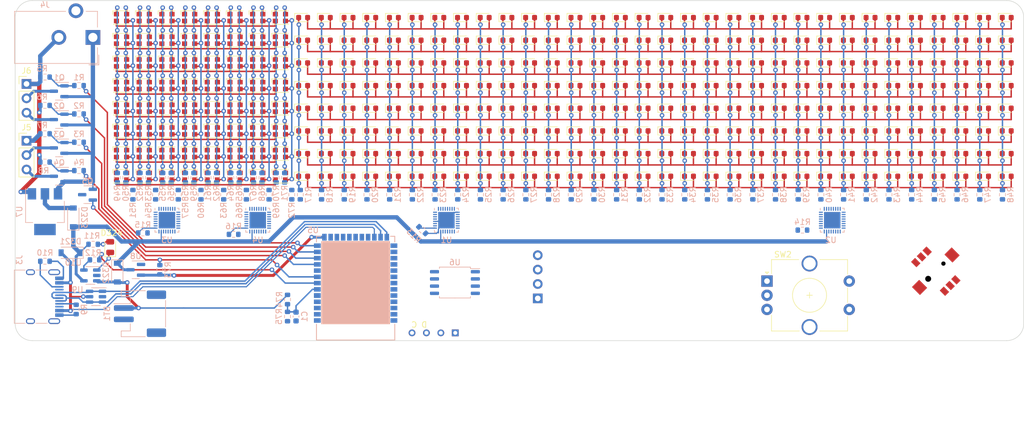
<source format=kicad_pcb>
(kicad_pcb (version 20211014) (generator pcbnew)
  (layers (0 "F.Cu" signal) (31 "B.Cu" signal) (34 "B.Paste" user) (35 "F.Paste" user) (36 "B.SilkS" user "B.Silkscreen") (37 "F.SilkS" user "F.Silkscreen") (38 "B.Mask" user) (39 "F.Mask" user) (44 "Edge.Cuts" user))
  (net 0 "")
  (net 1 "/led/W_C00")
  (net 2 "/led/W_R0")
  (net 3 "/led/W_R1")
  (net 4 "/led/W_R2")
  (net 5 "/led/W_R3")
  (net 6 "/led/W_R4")
  (net 7 "/led/W_R5")
  (net 8 "/led/W_R6")
  (net 9 "/led/W_R7")
  (net 10 "/led/W_C01")
  (net 11 "/led/W_C02")
  (net 12 "/led/W_C03")
  (net 13 "/led/W_C04")
  (net 14 "/led/W_C05")
  (net 15 "/led/W_C06")
  (net 16 "/led/W_C07")
  (net 17 "/led/W_C08")
  (net 18 "/led/W_C09")
  (net 19 "/led/W_C10")
  (net 20 "/led/W_C11")
  (net 21 "/led/W_C12")
  (net 22 "/led/W_C13")
  (net 23 "/led/W_C14")
  (net 24 "/led/W_C15")
  (net 25 "/led/RGB_R0")
  (net 26 "/led/RGB_C0")
  (net 27 "/led/RGB_B0")
  (net 28 "/led/RGB_G0")
  (net 29 "/led/RGB_C1")
  (net 30 "/led/RGB_C2")
  (net 31 "/led/RGB_C3")
  (net 32 "/led/RGB_C4")
  (net 33 "/led/RGB_C5")
  (net 34 "/led/RGB_C6")
  (net 35 "/led/RGB_C7")
  (net 36 "/led/RGB_R1")
  (net 37 "/led/RGB_B1")
  (net 38 "/led/RGB_G1")
  (net 39 "/led/RGB_R2")
  (net 40 "/led/RGB_B2")
  (net 41 "/led/RGB_G2")
  (net 42 "/led/RGB_R3")
  (net 43 "/led/RGB_B3")
  (net 44 "/led/RGB_G3")
  (net 45 "/led/RGB_R4")
  (net 46 "/led/RGB_B4")
  (net 47 "/led/RGB_G4")
  (net 48 "/led/RGB_R5")
  (net 49 "/led/RGB_B5")
  (net 50 "/led/RGB_G5")
  (net 51 "/led/RGB_R6")
  (net 52 "/led/RGB_B6")
  (net 53 "/led/RGB_G6")
  (net 54 "/led/RGB_R7")
  (net 55 "/led/RGB_B7")
  (net 56 "/led/RGB_G7")
  (net 57 "+5V")
  (net 58 "VBUS")
  (net 59 "+BATT")
  (net 60 "GND")
  (net 61 "+3V3")
  (net 62 "SWD")
  (net 63 "SWC")
  (net 64 "SCL")
  (net 65 "SDA")
  (net 66 "Net-(J3-PadA5)")
  (net 67 "D+")
  (net 68 "D-")
  (net 70 "Net-(J3-PadB5)")
  (net 73 "Net-(Q1-Pad1)")
  (net 74 "+12V")
  (net 75 "LEDW0")
  (net 76 "Net-(Q2-Pad1)")
  (net 77 "LEDY0")
  (net 78 "Net-(Q3-Pad1)")
  (net 79 "LEDW1")
  (net 80 "Net-(Q4-Pad1)")
  (net 81 "LEDY1")
  (net 82 "PWMW0")
  (net 83 "PWMY1")
  (net 84 "PWMW1")
  (net 85 "Net-(R12-Pad1)")
  (net 97 "/led/~{SHDN}")
  (net 98 "/led/W_C19")
  (net 99 "/led/W_C20")
  (net 100 "/led/W_C21")
  (net 101 "/led/W_C22")
  (net 102 "/led/W_C23")
  (net 103 "/led/W_C24")
  (net 104 "/led/W_C25")
  (net 105 "/led/W_C26")
  (net 106 "/led/W_C27")
  (net 107 "/led/W_C28")
  (net 108 "/led/W_C29")
  (net 109 "/led/W_C30")
  (net 110 "/led/W_C31")
  (net 111 "/led/W_C16")
  (net 112 "/led/W_C17")
  (net 113 "/led/W_C18")
  (net 125 "BAT_MEAS")
  (net 136 "SCK")
  (net 137 "MOSI")
  (net 138 "MISO")
  (net 139 "FLASH_CS")
  (net 143 "Net-(D323-Pad2)")
  (net 144 "Net-(D324-Pad1)")
  (net 145 "Net-(D324-Pad2)")
  (net 146 "Net-(U1-Pad30)")
  (net 147 "Net-(U2-Pad30)")
  (net 148 "Net-(U1-Pad31)")
  (net 149 "Net-(U2-Pad31)")
  (net 150 "Net-(U1-Pad32)")
  (net 151 "Net-(U2-Pad32)")
  (net 152 "Net-(U1-Pad1)")
  (net 153 "Net-(U2-Pad1)")
  (net 154 "Net-(U1-Pad2)")
  (net 155 "Net-(U2-Pad2)")
  (net 156 "Net-(U1-Pad3)")
  (net 157 "Net-(U2-Pad3)")
  (net 158 "Net-(U1-Pad4)")
  (net 159 "Net-(U2-Pad4)")
  (net 160 "Net-(U1-Pad5)")
  (net 161 "Net-(U2-Pad5)")
  (net 162 "Net-(U1-Pad6)")
  (net 163 "Net-(U2-Pad6)")
  (net 164 "Net-(U1-Pad7)")
  (net 165 "Net-(U2-Pad7)")
  (net 166 "Net-(U1-Pad8)")
  (net 167 "Net-(U2-Pad8)")
  (net 168 "Net-(U1-Pad10)")
  (net 169 "Net-(U2-Pad10)")
  (net 170 "Net-(U1-Pad11)")
  (net 171 "Net-(U2-Pad11)")
  (net 172 "Net-(U1-Pad12)")
  (net 173 "Net-(U2-Pad12)")
  (net 174 "Net-(U1-Pad13)")
  (net 175 "Net-(U2-Pad13)")
  (net 176 "Net-(U1-Pad14)")
  (net 177 "Net-(U2-Pad14)")
  (net 178 "Net-(U3-Pad30)")
  (net 179 "Net-(U4-Pad30)")
  (net 180 "Net-(U3-Pad31)")
  (net 181 "Net-(U4-Pad31)")
  (net 182 "Net-(U3-Pad32)")
  (net 183 "Net-(U4-Pad32)")
  (net 184 "Net-(U3-Pad1)")
  (net 185 "Net-(U4-Pad1)")
  (net 186 "Net-(U3-Pad2)")
  (net 187 "Net-(U4-Pad2)")
  (net 188 "Net-(U3-Pad3)")
  (net 189 "Net-(U4-Pad3)")
  (net 190 "Net-(U3-Pad4)")
  (net 191 "Net-(U4-Pad4)")
  (net 192 "Net-(U3-Pad5)")
  (net 193 "Net-(U4-Pad5)")
  (net 194 "Net-(U3-Pad6)")
  (net 195 "Net-(U4-Pad6)")
  (net 196 "Net-(U3-Pad7)")
  (net 197 "Net-(U4-Pad7)")
  (net 198 "Net-(U3-Pad8)")
  (net 199 "Net-(U4-Pad8)")
  (net 200 "Net-(U3-Pad10)")
  (net 201 "Net-(U4-Pad10)")
  (net 202 "Net-(R13-Pad2)")
  (net 203 "Net-(R14-Pad2)")
  (net 204 "Net-(R15-Pad2)")
  (net 205 "Net-(R16-Pad2)")
  (net 206 "HAS_12V")
  (net 208 "PWMY0")
  (net 209 "~{CHG}")
  (footprint "Diode_SMD:D_0603_1608Metric" (layer "F.Cu") (at 128 12)
    (fp_text reference "D196" hide)
    (fp_text value "white")
  )
  (footprint "Diode_SMD:D_0603_1608Metric" (layer "F.Cu") (at 140 8)
    (fp_text reference "D219" hide)
    (fp_text value "white")
  )
  (footprint "Diode_SMD:D_0603_1608Metric" (layer "F.Cu") (at 140 4)
    (fp_text reference "D218" hide)
    (fp_text value "white")
  )
  (footprint "Diode_SMD:D_0603_1608Metric" (layer "F.Cu") (at 144 28)
    (fp_text reference "D232" hide)
    (fp_text value "white")
  )
  (footprint "Diode_SMD:D_0603_1608Metric" (layer "F.Cu") (at 104 24)
    (fp_text reference "D151" hide)
    (fp_text value "white")
  )
  (footprint "Diode_SMD:D_0603_1608Metric" (layer "F.Cu") (at 156 12)
    (fp_text reference "D252" hide)
    (fp_text value "white")
  )
  (footprint "LED_SMD:LED_ASMB-KTF0-0A306" (layer "F.Cu") (at 16 4)
    (fp_text reference "D290" hide)
    (fp_text value "LED_RABG")
  )
  (footprint "Diode_SMD:D_0603_1608Metric" (layer "F.Cu") (at 72 24)
    (fp_text reference "D87" hide)
    (fp_text value "white")
  )
  (footprint "Diode_SMD:D_0603_1608Metric" (layer "F.Cu") (at 52 24)
    (fp_text reference "D47" hide)
    (fp_text value "white")
  )
  (footprint "Diode_SMD:D_0603_1608Metric" (layer "F.Cu") (at 120 4)
    (fp_text reference "D178" hide)
    (fp_text value "white")
  )
  (footprint "Diode_SMD:D_0603_1608Metric" (layer "F.Cu") (at 48 4)
    (fp_text reference "D34" hide)
    (fp_text value "white")
  )
  (footprint "Diode_SMD:D_0603_1608Metric" (layer "F.Cu") (at 152 24)
    (fp_text reference "D247" hide)
    (fp_text value "white")
  )
  (footprint "Diode_SMD:D_0603_1608Metric" (layer "F.Cu") (at 144 4)
    (fp_text reference "D226" hide)
    (fp_text value "white")
  )
  (footprint "Resistor_SMD:R_0603_1608Metric" (layer "F.Cu") (at 91.25 31.25 90)
    (fp_text reference "R32")
    (fp_text value "20")
  )
  (footprint "Diode_SMD:D_0603_1608Metric" (layer "F.Cu") (at 140 28)
    (fp_text reference "D224" hide)
    (fp_text value "white")
  )
  (footprint "LED_SMD:LED_ASMB-KTF0-0A306" (layer "F.Cu") (at 0 24)
    (fp_text reference "D263" hide)
    (fp_text value "LED_RABG")
  )
  (footprint "Diode_SMD:D_0603_1608Metric" (layer "F.Cu") (at 40 0)
    (fp_text reference "D17" hide)
    (fp_text value "white")
  )
  (footprint "Diode_SMD:D_0603_1608Metric" (layer "F.Cu") (at 132 8)
    (fp_text reference "D203" hide)
    (fp_text value "white")
  )
  (footprint "Diode_SMD:D_0603_1608Metric" (layer "F.Cu") (at 116 16)
    (fp_text reference "D173" hide)
    (fp_text value "white")
  )
  (footprint "Diode_SMD:D_0603_1608Metric" (layer "F.Cu") (at 92 4)
    (fp_text reference "D122" hide)
    (fp_text value "white")
  )
  (footprint "Diode_SMD:D_0603_1608Metric" (layer "F.Cu") (at 156 0)
    (fp_text reference "D249" hide)
    (fp_text value "white")
  )
  (footprint "LED_SMD:LED_ASMB-KTF0-0A306" (layer "F.Cu") (at 24 24)
    (fp_text reference "D311" hide)
    (fp_text value "LED_RABG")
  )
  (footprint "LED_SMD:LED_ASMB-KTF0-0A306" (layer "F.Cu") (at 20 16)
    (fp_text reference "D301" hide)
    (fp_text value "LED_RABG")
  )
  (footprint "Diode_SMD:D_0603_1608Metric" (layer "F.Cu") (at 108 24)
    (fp_text reference "D159" hide)
    (fp_text value "white")
  )
  (footprint "LED_SMD:LED_ASMB-KTF0-0A306" (layer "F.Cu") (at 16 8)
    (fp_text reference "D291" hide)
    (fp_text value "LED_RABG")
  )
  (footprint "LED_SMD:LED_ASMB-KTF0-0A306" (layer "F.Cu") (at 4 12)
    (fp_text reference "D268" hide)
    (fp_text value "LED_RABG")
  )
  (footprint "LED_SMD:LED_ASMB-KTF0-0A306" (layer "F.Cu") (at 0 12)
    (fp_text reference "D260" hide)
    (fp_text value "LED_RABG")
  )
  (footprint "Resistor_SMD:R_0603_1608Metric" (layer "F.Cu") (at 95.25 31.25 90)
    (fp_text reference "R33")
    (fp_text value "20")
  )
  (footprint "Diode_SMD:D_0603_1608Metric" (layer "F.Cu") (at 84 0)
    (fp_text reference "D105" hide)
    (fp_text value "white")
  )
  (footprint "Diode_SMD:D_0603_1608Metric" (layer "F.Cu") (at 136 16)
    (fp_text reference "D213" hide)
    (fp_text value "white")
  )
  (footprint "Resistor_SMD:R_0603_1608Metric" (layer "F.Cu") (at 43.25 31.25 90)
    (fp_text reference "R20")
    (fp_text value "20")
  )
  (footprint "Diode_SMD:D_0603_1608Metric" (layer "F.Cu") (at 32 16)
    (fp_text reference "D5" hide)
    (fp_text value "white")
  )
  (footprint "Diode_SMD:D_0603_1608Metric" (layer "F.Cu") (at 124 0)
    (fp_text reference "D185" hide)
    (fp_text value "white")
  )
  (footprint "Diode_SMD:D_0603_1608Metric" (layer "F.Cu") (at 96 4)
    (fp_text reference "D130" hide)
    (fp_text value "white")
  )
  (footprint "LED_SMD:LED_ASMB-KTF0-0A306" (layer "F.Cu") (at 8 16)
    (fp_text reference "D277" hide)
    (fp_text value "LED_RABG")
  )
  (footprint "Diode_SMD:D_0603_1608Metric" (layer "F.Cu") (at 140 24)
    (fp_text reference "D223" hide)
    (fp_text value "white")
  )
  (footprint "Diode_SMD:D_0603_1608Metric" (layer "F.Cu") (at 68 20)
    (fp_text reference "D78" hide)
    (fp_text value "white")
  )
  (footprint "Diode_SMD:D_0603_1608Metric" (layer "F.Cu") (at 72 4)
    (fp_text reference "D82" hide)
    (fp_text value "white")
  )
  (footprint "Diode_SMD:D_0603_1608Metric" (layer "F.Cu") (at 68 28)
    (fp_text reference "D80" hide)
    (fp_text value "white")
  )
  (footprint "Diode_SMD:D_0603_1608Metric" (layer "F.Cu") (at 124 28)
    (fp_text reference "D192" hide)
    (fp_text value "white")
  )
  (footprint "Diode_SMD:D_0603_1608Metric" (layer "F.Cu") (at 144 16)
    (fp_text reference "D229" hide)
    (fp_text value "white")
  )
  (footprint "Resistor_SMD:R_0603_1608Metric" (layer "F.Cu") (at 55.25 31.25 90)
    (fp_text reference "R23")
    (fp_text value "20")
  )
  (footprint "Diode_SMD:D_0603_1608Metric" (layer "F.Cu") (at 48 0)
    (fp_text reference "D33" hide)
    (fp_text value "white")
  )
  (footprint "Diode_SMD:D_0603_1608Metric" (layer "F.Cu") (at 72 16)
    (fp_text reference "D85" hide)
    (fp_text value "white")
  )
  (footprint "Diode_SMD:D_0603_1608Metric" (layer "F.Cu") (at 100 16)
    (fp_text reference "D141" hide)
    (fp_text value "white")
  )
  (footprint "Diode_SMD:D_0603_1608Metric" (layer "F.Cu") (at 108 16)
    (fp_text reference "D157" hide)
    (fp_text value "white")
  )
  (footprint "LED_SMD:LED_ASMB-KTF0-0A306" (layer "F.Cu") (at 20 4)
    (fp_text reference "D298" hide)
    (fp_text value "LED_RABG")
  )
  (footprint "LED_SMD:LED_ASMB-KTF0-0A306" (layer "F.Cu") (at 8 28)
    (fp_text reference "D280" hide)
    (fp_text value "LED_RABG")
  )
  (footprint "Diode_SMD:D_0603_1608Metric" (layer "F.Cu") (at 84 4)
    (fp_text reference "D106" hide)
    (fp_text value "white")
  )
  (footprint "Diode_SMD:D_0603_1608Metric" (layer "F.Cu") (at 124 12)
    (fp_text reference "D188" hide)
    (fp_text value "white")
  )
  (footprint "Diode_SMD:D_0603_1608Metric" (layer "F.Cu") (at 136 12)
    (fp_text reference "D212" hide)
    (fp_text value "white")
  )
  (footprint "Diode_SMD:D_0603_1608Metric" (layer "F.Cu") (at 68 8)
    (fp_text reference "D75" hide)
    (fp_text value "white")
  )
  (footprint "Diode_SMD:D_0603_1608Metric" (layer "F.Cu") (at 80 0)
    (fp_text reference "D97" hide)
    (fp_text value "white")
  )
  (footprint "Diode_SMD:D_0603_1608Metric" (layer "F.Cu") (at 92 8)
    (fp_text reference "D123" hide)
    (fp_text value "white")
  )
  (footprint "Resistor_SMD:R_0603_1608Metric" (layer "F.Cu") (at 67.25 31.25 90)
    (fp_text reference "R26")
    (fp_text value "20")
  )
  (footprint "Diode_SMD:D_0603_1608Metric" (layer "F.Cu") (at 84 8)
    (fp_text reference "D107" hide)
    (fp_text value "white")
  )
  (footprint "Diode_SMD:D_0603_1608Metric" (layer "F.Cu") (at 92 28)
    (fp_text reference "D128" hide)
    (fp_text value "white")
  )
  (footprint "Diode_SMD:D_0603_1608Metric" (layer "F.Cu") (at 92 12)
    (fp_text reference "D124" hide)
    (fp_text value "white")
  )
  (footprint "Resistor_SMD:R_0603_1608Metric" (layer "F.Cu") (at 123.25 31.25 90)
    (fp_text reference "R40")
    (fp_text value "20")
  )
  (footprint "Diode_SMD:D_0603_1608Metric" (layer "F.Cu") (at 124 20)
    (fp_text reference "D190" hide)
    (fp_text value "white")
  )
  (footprint "Diode_SMD:D_0603_1608Metric" (layer "F.Cu") (at 120 0)
    (fp_text reference "D177" hide)
    (fp_text value "white")
  )
  (footprint "Diode_SMD:D_0603_1608Metric" (layer "F.Cu") (at 104 16)
    (fp_text reference "D149" hide)
    (fp_text value "white")
  )
  (footprint "Diode_SMD:D_0603_1608Metric" (layer "F.Cu") (at 144 24)
    (fp_text reference "D231" hide)
    (fp_text value "white")
  )
  (footprint "Diode_SMD:D_0603_1608Metric" (layer "F.Cu") (at 60 28)
    (fp_text reference "D64" hide)
    (fp_text value "white")
  )
  (footprint "Diode_SMD:D_0603_1608Metric" (layer "F.Cu") (at 152 20)
    (fp_text reference "D246" hide)
    (fp_text value "white")
  )
  (footprint "Diode_SMD:D_0603_1608Metric" (layer "F.Cu") (at 124 24)
    (fp_text reference "D191" hide)
    (fp_text value "white")
  )
  (footprint "Diode_SMD:D_0603_1608Metric" (layer "F.Cu") (at 76 24)
    (fp_text reference "D95" hide)
    (fp_text value "white")
  )
  (footprint "Diode_SMD:D_0603_1608Metric" (layer "F.Cu") (at 40 12)
    (fp_text reference "D20" hide)
    (fp_text value "white")
  )
  (footprint "LED_SMD:LED_ASMB-KTF0-0A306" (layer "F.Cu") (at 20 20)
    (fp_text reference "D302" hide)
    (fp_text value "LED_RABG")
  )
  (footprint "Diode_SMD:D_0603_1608Metric" (layer "F.Cu") (at 36 24)
    (fp_text reference "D15" hide)
    (fp_text value "white")
  )
  (footprint "Diode_SMD:D_0603_1608Metric" (layer "F.Cu") (at 56 4)
    (fp_text reference "D50" hide)
    (fp_text value "white")
  )
  (footprint "LED_SMD:LED_ASMB-KTF0-0A306" (layer "F.Cu") (at 24 28)
    (fp_text reference "D312" hide)
    (fp_text value "LED_RABG")
  )
  (footprint "LED_SMD:LED_ASMB-KTF0-0A306" (layer "F.Cu") (at 12 8)
    (fp_text reference "D283" hide)
    (fp_text value "LED_RABG")
  )
  (footprint "Diode_SMD:D_0603_1608Metric" (layer "F.Cu") (at 32 28)
    (fp_text reference "D8" hide)
    (fp_text value "white")
  )
  (footprint "Diode_SMD:D_0603_1608Metric" (layer "F.Cu") (at 120 20)
    (fp_text reference "D182" hide)
    (fp_text value "white")
  )
  (footprint "Resistor_SMD:R_0603_1608Metric" (layer "F.Cu") (at 131.25 31.25 90)
    (fp_text reference "R42")
    (fp_text value "20")
  )
  (footprint "LED_SMD:LED_ASMB-KTF0-0A306" (layer "F.Cu") (at 16 12)
    (fp_text reference "D292" hide)
    (fp_text value "LED_RABG")
  )
  (footprint "Diode_SMD:D_0603_1608Metric" (layer "F.Cu") (at 100 8)
    (fp_text reference "D139" hide)
    (fp_text value "white")
  )
  (footprint "Diode_SMD:D_0603_1608Metric" (layer "F.Cu") (at 116 4)
    (fp_text reference "D170" hide)
    (fp_text value "white")
  )
  (footprint "Diode_SMD:D_0603_1608Metric" (layer "F.Cu") (at 80 8)
    (fp_text reference "D99" hide)
    (fp_text value "white")
  )
  (footprint "LED_SMD:LED_ASMB-KTF0-0A306" (layer "F.Cu") (at 8 0)
    (fp_text reference "D273" hide)
    (fp_text value "LED_RABG")
  )
  (footprint "Diode_SMD:D_0603_1608Metric" (layer "F.Cu") (at 136 24)
    (fp_text reference "D215" hide)
    (fp_text value "white")
  )
  (footprint "Diode_SMD:D_0603_1608Metric" (layer "F.Cu") (at 124 4)
    (fp_text reference "D186" hide)
    (fp_text value "white")
  )
  (footprint "Resistor_SMD:R_0603_1608Metric" (layer "F.Cu") (at 115.25 31.25 90)
    (fp_text reference "R38")
    (fp_text value "20")
  )
  (footprint "Diode_SMD:D_0603_1608Metric" (layer "F.Cu") (at 40 16)
    (fp_text reference "D21" hide)
    (fp_text value "white")
  )
  (footprint "Diode_SMD:D_0603_1608Metric" (layer "F.Cu") (at 116 28)
    (fp_text reference "D176" hide)
    (fp_text value "white")
  )
  (footprint "Diode_SMD:D_0603_1608Metric" (layer "F.Cu") (at 104 28)
    (fp_text reference "D152" hide)
    (fp_text value "white")
  )
  (footprint "LED_SMD:LED_ASMB-KTF0-0A306" (layer "F.Cu") (at 12 4)
    (fp_text reference "D282" hide)
    (fp_text value "LED_RABG")
  )
  (footprint "Diode_SMD:D_0603_1608Metric" (layer "F.Cu") (at 104 4)
    (fp_text reference "D146" hide)
    (fp_text value "white")
  )
  (footprint "LED_SMD:LED_ASMB-KTF0-0A306" (layer "F.Cu") (at 28 28)
    (fp_text reference "D320" hide)
    (fp_text value "LED_RABG")
  )
  (footprint "Diode_SMD:D_0603_1608Metric" (layer "F.Cu") (at 132 4)
    (fp_text reference "D202" hide)
    (fp_text value "white")
  )
  (footprint "LED_SMD:LED_ASMB-KTF0-0A306" (layer "F.Cu") (at 0 16)
    (fp_text reference "D261" hide)
    (fp_text value "LED_RABG")
  )
  (footprint "Diode_SMD:D_0603_1608Metric" (layer "F.Cu") (at 72 12)
    (fp_text reference "D84" hide)
    (fp_text value "white")
  )
  (footprint "Diode_SMD:D_0603_1608Metric" (layer "F.Cu") (at 68 12)
    (fp_text reference "D76" hide)
    (fp_text value "white")
  )
  (footprint "LED_SMD:LED_ASMB-KTF0-0A306" (layer "F.Cu") (at 4 20)
    (fp_text reference "D270" hide)
    (fp_text value "LED_RABG")
  )
  (footprint "Diode_SMD:D_0603_1608Metric" (layer "F.Cu") (at 156 24)
    (fp_text reference "D255" hide)
    (fp_text value "white")
  )
  (footprint "Diode_SMD:D_0603_1608Metric" (layer "F.Cu") (at 72 0)
    (fp_text reference "D81" hide)
    (fp_text value "white")
  )
  (footprint "Diode_SMD:D_0603_1608Metric" (layer "F.Cu") (at 96 12)
    (fp_text reference "D132" hide)
    (fp_text value "white")
  )
  (footprint "LED_SMD:LED_ASMB-KTF0-0A306" (layer "F.Cu") (at 0 20)
    (fp_text reference "D262" hide)
    (fp_text value "LED_RABG")
  )
  (footprint "Diode_SMD:D_0603_1608Metric" (layer "F.Cu") (at 84 20)
    (fp_text reference "D110" hide)
    (fp_text value "white")
  )
  (footprint "LED_SMD:LED_ASMB-KTF0-0A306" (layer "F.Cu") (at 8 12)
    (fp_text reference "D276" hide)
    (fp_text value "LED_RABG")
  )
  (footprint "Diode_SMD:D_0603_1608Metric" (layer "F.Cu") (at 60 4)
    (fp_text reference "D58" hide)
    (fp_text value "white")
  )
  (footprint "LED_SMD:LED_ASMB-KTF0-0A306" (layer "F.Cu") (at 28 24)
    (fp_text reference "D319" hide)
    (fp_text value "LED_RABG")
  )
  (footprint "Diode_SMD:D_0603_1608Metric" (layer "F.Cu") (at 104 0)
    (fp_text reference "D145" hide)
    (fp_text value "white")
  )
  (footprint "Diode_SMD:D_0603_1608Metric" (layer "F.Cu") (at 44 12)
    (fp_text reference "D28" hide)
    (fp_text value "white")
  )
  (footprint "Resistor_SMD:R_0603_1608Metric" (layer "F.Cu") (at 143.25 31.25 90)
    (fp_text reference "R45")
    (fp_text value "20")
  )
  (footprint "Diode_SMD:D_0603_1608Metric" (layer "F.Cu") (at 48 28)
    (fp_text reference "D40" hide)
    (fp_text value "white")
  )
  (footprint "Resistor_SMD:R_0603_1608Metric" (layer "F.Cu") (at 71.25 31.25 90)
    (fp_text reference "R27")
    (fp_text value "20")
  )
  (footprint "Diode_SMD:D_0603_1608Metric" (layer "F.Cu") (at 76 8)
    (fp_text reference "D91" hide)
    (fp_text value "white")
  )
  (footprint "Diode_SMD:D_0603_1608Metric" (layer "F.Cu") (at 148 28)
    (fp_text reference "D240" hide)
    (fp_text value "white")
  )
  (footprint "Diode_SMD:D_0603_1608Metric" (layer "F.Cu") (at 36 16)
    (fp_text reference "D13" hide)
    (fp_text value "white")
  )
  (footprint "Diode_SMD:D_0603_1608Metric" (layer "F.Cu") (at 48 20)
    (fp_text reference "D38" hide)
    (fp_text value "white")
  )
  (footprint "Diode_SMD:D_0603_1608Metric" (layer "F.Cu") (at 120 12)
    (fp_text reference "D180" hide)
    (fp_text value "white")
  )
  (footprint "LED_SMD:LED_ASMB-KTF0-0A306" (layer "F.Cu") (at 4 4)
    (fp_text reference "D266" hide)
    (fp_text value "LED_RABG")
  )
  (footprint "Diode_SMD:D_0603_1608Metric" (layer "F.Cu") (at 44 0)
    (fp_text reference "D25" hide)
    (fp_text value "white")
  )
  (footprint "Diode_SMD:D_0603_1608Metric" (layer "F.Cu") (at 116 0)
    (fp_text reference "D169" hide)
    (fp_text value "white")
  )
  (footprint "LED_SMD:LED_ASMB-KTF0-0A306" (layer "F.Cu") (at 8 4)
    (fp_text reference "D274" hide)
    (fp_text value "LED_RABG")
  )
  (footprint "Diode_SMD:D_0603_1608Metric" (layer "F.Cu") (at 104 12)
    (fp_text reference "D148" hide)
    (fp_text value "white")
  )
  (footprint "Connector_PinHeader_2.54mm:PinHeader_1x03_P2.54mm_Vertical" (layer "F.Cu") (at -16.75 21.725)
    (fp_text reference "J5")
    (fp_text value "Conn_01x03")
  )
  (footprint "Resistor_SMD:R_0603_1608Metric" (layer "F.Cu") (at 59.25 31.25 90)
    (fp_text reference "R24")
    (fp_text value "20")
  )
  (footprint "Diode_SMD:D_0603_1608Metric" (layer "F.Cu") (at 152 16)
    (fp_text reference "D245" hide)
    (fp_text value "white")
  )
  (footprint "Diode_SMD:D_0603_1608Metric" (layer "F.Cu") (at 96 16)
    (fp_text reference "D133" hide)
    (fp_text value "white")
  )
  (footprint "Resistor_SMD:R_0603_1608Metric" (layer "F.Cu") (at 151.25 31.25 90)
    (fp_text reference "R47")
    (fp_text value "20")
  )
  (footprint "Resistor_SMD:R_0603_1608Metric" (layer "F.Cu") (at 135.25 31.25 90)
    (fp_text reference "R43")
    (fp_text value "20")
  )
  (footprint "Diode_SMD:D_0603_1608Metric" (layer "F.Cu") (at 60 0)
    (fp_text reference "D57" hide)
    (fp_text value "white")
  )
  (footprint "LED_SMD:LED_ASMB-KTF0-0A306" (layer "F.Cu") (at 12 0)
    (fp_text reference "D281" hide)
    (fp_text value "LED_RABG")
  )
  (footprint "Diode_SMD:D_0603_1608Metric" (layer "F.Cu") (at 56 12)
    (fp_text reference "D52" hide)
    (fp_text value "white")
  )
  (footprint "Diode_SMD:D_0603_1608Metric" (layer "F.Cu") (at 92 16)
    (fp_text reference "D125" hide)
    (fp_text value "white")
  )
  (footprint "Diode_SMD:D_0603_1608Metric" (layer "F.Cu") (at 140 16)
    (fp_text reference "D221" hide)
    (fp_text value "white")
  )
  (footprint "switch:SKRHA-boss" (layer "F.Cu") (at 143.5 44.75)
    (fp_text reference "SW1" hide)
    (fp_text value "SKRHA")
  )
  (footprint "Diode_SMD:D_0603_1608Metric" (layer "F.Cu") (at 132 12)
    (fp_text reference "D204" hide)
    (fp_text value "white")
  )
  (footprint "Diode_SMD:D_0603_1608Metric" (layer "F.Cu") (at 120 16)
    (fp_text reference "D181" hide)
    (fp_text value "white")
  )
  (footprint "Diode_SMD:D_0603_1608Metric" (layer "F.Cu") (at 148 24)
    (fp_text reference "D239" hide)
    (fp_text value "white")
  )
  (footprint "Diode_SMD:D_0603_1608Metric" (layer "F.Cu") (at 96 20)
    (fp_text reference "D134" hide)
    (fp_text value "white")
  )
  (footprint "Diode_SMD:D_0603_1608Metric" (layer "F.Cu") (at 76 20)
    (fp_text reference "D94" hide)
    (fp_text value "white")
  )
  (footprint "Diode_SMD:D_0603_1608Metric" (layer "F.Cu") (at 108 8)
    (fp_text reference "D155" hide)
    (fp_text value "white")
  )
  (footprint "Diode_SMD:D_0603_1608Metric" (layer "F.Cu") (at 88 8)
    (fp_text reference "D115" hide)
    (fp_text value "white")
  )
  (footprint "Diode_SMD:D_0603_1608Metric" (layer "F.Cu") (at 96 28)
    (fp_text reference "D136" hide)
    (fp_text value "white")
  )
  (footprint "Diode_SMD:D_0603_1608Metric" (layer "F.Cu") (at 100 0)
    (fp_text reference "D137" hide)
    (fp_text value "white")
  )
  (footprint "LED_SMD:LED_ASMB-KTF0-0A306" (layer "F.Cu") (at 20 0)
    (fp_text reference "D297" hide)
    (fp_text value "LED_RABG")
  )
  (footprint "Diode_SMD:D_0603_1608Metric" (layer "F.Cu") (at 40 20)
    (fp_text reference "D22" hide)
    (fp_text value "white")
  )
  (footprint "LED_SMD:LED_ASMB-KTF0-0A306" (layer "F.Cu") (at 8 20)
    (fp_text reference "D278" hide)
    (fp_text value "LED_RABG")
  )
  (footprint "Diode_SMD:D_0603_1608Metric" (layer "F.Cu") (at 96 0)
    (fp_text reference "D129" hide)
    (fp_text value "white")
  )
  (footprint "Diode_SMD:D_0603_1608Metric" (layer "F.Cu") (at 136 28)
    (fp_text reference "D216" hide)
    (fp_text value "white")
  )
  (footprint "Diode_SMD:D_0603_1608Metric" (layer "F.Cu") (at 132 0)
    (fp_text reference "D201" hide)
    (fp_text value "white")
  )
  (footprint "Diode_SMD:D_0603_1608Metric" (layer "F.Cu") (at 36 4)
    (fp_text reference "D10" hide)
    (fp_text value "white")
  )
  (footprint "LED_SMD:LED_ASMB-KTF0-0A306" (layer "F.Cu") (at 12 24)
    (fp_text reference "D287" hide)
    (fp_text value "LED_RABG")
  )
  (footprint "Diode_SMD:D_0603_1608Metric" (layer "F.Cu") (at 128 0)
    (fp_text reference "D193" hide)
    (fp_text value "white")
  )
  (footprint "Diode_SMD:D_0603_1608Metric" (layer "F.Cu") (at 76 16)
    (fp_text reference "D93" hide)
    (fp_text value "white")
  )
  (footprint "Diode_SMD:D_0603_1608Metric" (layer "F.Cu") (at 144 20)
    (fp_text reference "D230" hide)
    (fp_text value "white")
  )
  (footprint "Diode_SMD:D_0603_1608Metric" (layer "F.Cu") (at 112 12)
    (fp_text reference "D164" hide)
    (fp_text value "white")
  )
  (footprint "Diode_SMD:D_0603_1608Metric" (layer "F.Cu") (at 84 24)
    (fp_text reference "D111" hide)
    (fp_text value "white")
  )
  (footprint "Diode_SMD:D_0603_1608Metric" (layer "F.Cu") (at 128 16)
    (fp_text reference "D197" hide)
    (fp_text value "white")
  )
  (footprint "Diode_SMD:D_0603_1608Metric" (layer "F.Cu") (at 60 16)
    (fp_text reference "D61" hide)
    (fp_text value "white")
  )
  (footprint "Diode_SMD:D_0603_1608Metric" (layer "F.Cu") (at 56 8)
    (fp_text reference "D51" hide)
    (fp_text value "white")
  )
  (footprint "Diode_SMD:D_0603_1608Metric" (layer "F.Cu") (at 152 0)
    (fp_text reference "D241" hide)
    (fp_text value "white")
  )
  (footprint "Diode_SMD:D_0603_1608Metric" (layer "F.Cu") (at 48 24)
    (fp_text reference "D39" hide)
    (fp_text value "white")
  )
  (footprint "Resistor_SMD:R_0603_1608Metric" (layer "F.Cu") (at 35.25 31.25 90)
    (fp_text reference "R18")
    (fp_text value "20")
  )
  (footprint "Diode_SMD:D_0603_1608Metric" (layer "F.Cu") (at 92 24)
    (fp_text reference "D127" hide)
    (fp_text value "white")
  )
  (footprint "Diode_SMD:D_0603_1608Metric" (layer "F.Cu") (at 80 24)
    (fp_text reference "D103" hide)
    (fp_text value "white")
  )
  (footprint "LED_SMD:LED_ASMB-KTF0-0A306" (layer "F.Cu") (at 24 20)
    (fp_text reference "D310" hide)
    (fp_text value "LED_RABG")
  )
  (footprint "LED_SMD:LED_ASMB-KTF0-0A306" (layer "F.Cu") (at 28 8)
    (fp_text reference "D315" hide)
    (fp_text value "LED_RABG")
  )
  (footprint "Diode_SMD:D_0603_1608Metric" (layer "F.Cu") (at 128 4)
    (fp_text reference "D194" hide)
    (fp_text value "white")
  )
  (footprint "LED_SMD:LED_ASMB-KTF0-0A306" (layer "F.Cu") (at 20 12)
    (fp_text reference "D300" hide)
    (fp_text value "LED_RABG")
  )
  (footprint "Diode_SMD:D_0603_1608Metric" (layer "F.Cu") (at 60 20)
    (fp_text reference "D62" hide)
    (fp_text value "white")
  )
  (footprint "Diode_SMD:D_0603_1608Metric" (layer "F.Cu") (at 32 12)
    (fp_text reference "D4" hide)
    (fp_text value "white")
  )
  (footprint "LED_SMD:LED_ASMB-KTF0-0A306" (layer "F.Cu") (at 28 20)
    (fp_text reference "D318" hide)
    (fp_text value "LED_RABG")
  )
  (footprint "Diode_SMD:D_0603_1608Metric" (layer "F.Cu") (at 120 24)
    (fp_text reference "D183" hide)
    (fp_text value "white")
  )
  (footprint "Diode_SMD:D_0603_1608Metric" (layer "F.Cu") (at 80 4)
    (fp_text reference "D98" hide)
    (fp_text value "white")
  )
  (footprint "Diode_SMD:D_0603_1608Metric" (layer "F.Cu") (at 88 4)
    (fp_text reference "D114" hide)
    (fp_text value "white")
  )
  (footprint "Diode_SMD:D_0603_1608Metric" (layer "F.Cu") (at 156 28)
    (fp_text reference "D256" hide)
    (fp_text value "white")
  )
  (footprint "Diode_SMD:D_0603_1608Metric" (layer "F.Cu") (at 132 20)
    (fp_text reference "D206" hide)
    (fp_text value "white")
  )
  (footprint "Diode_SMD:D_0603_1608Metric" (layer "F.Cu") (at 68 16)
    (fp_text reference "D77" hide)
    (fp_text value "white")
  )
  (footprint "Diode_SMD:D_0603_1608Metric" (layer "F.Cu") (at 40 24)
    (fp_text reference "D23" hide)
    (fp_text value "white")
  )
  (footprint "Diode_SMD:D_0603_1608Metric" (layer "F.Cu") (at 148 12)
    (fp_text reference "D236" hide)
    (fp_text value "white")
  )
  (footprint "Diode_SMD:D_0603_1608Metric" (layer "F.Cu") (at 32 4)
    (fp_text reference "D2" hide)
    (fp_text value "white")
  )
  (footprint "Diode_SMD:D_0603_1608Metric" (layer "F.Cu") (at 76 0)
    (fp_text reference "D89" hide)
    (fp_text value "white")
  )
  (footprint "Diode_SMD:D_0603_1608Metric" (layer "F.Cu") (at 104 20)
    (fp_text reference "D150" hide)
    (fp_text value "white")
  )
  (footprint "LED_SMD:LED_ASMB-KTF0-0A306" (layer "F.Cu") (at 20 24)
    (fp_text reference "D303" hide)
    (fp_text value "LED_RABG")
  )
  (footprint "Diode_SMD:D_0603_1608Metric" (layer "F.Cu") (at 124 8)
    (fp_text reference "D187" hide)
    (fp_text value "white")
  )
  (footprint "Diode_SMD:D_0603_1608Metric" (layer "F.Cu") (at 32 24)
    (fp_text reference "D7" hide)
    (fp_text value "white")
  )
  (footprint "Resistor_SMD:R_0603_1608Metric" (layer "F.Cu") (at 103.25 31.25 90)
    (fp_text reference "R35")
    (fp_text value "20")
  )
  (footprint "Diode_SMD:D_0603_1608Metric" (layer "F.Cu") (at 88 28)
    (fp_text reference "D120" hide)
    (fp_text value "white")
  )
  (footprint "Diode_SMD:D_0603_1608Metric" (layer "F.Cu") (at 76 4)
    (fp_text reference "D90" hide)
    (fp_text value "white")
  )
  (footprint "LED_SMD:LED_ASMB-KTF0-0A306" (layer "F.Cu") (at 4 0)
    (fp_text reference "D265" hide)
    (fp_text value "LED_RABG")
  )
  (footprint "Resistor_SMD:R_0603_1608Metric" (layer "F.Cu") (at 111.25 31.25 90)
    (fp_text reference "R37")
    (fp_text value "20")
  )
  (footprint "Diode_SMD:D_0603_1608Metric" (layer "F.Cu") (at 64 16)
    (fp_text reference "D69" hide)
    (fp_text value "white")
  )
  (footprint "Diode_SMD:D_0603_1608Metric" (layer "F.Cu") (at 108 4)
    (fp_text reference "D154" hide)
    (fp_text value "white")
  )
  (footprint "Diode_SMD:D_0805_2012Metric" (layer "F.Cu") (at -2 40.5 90)
    (fp_text reference "D324")
    (fp_text value "LED")
  )
  (footprint "Diode_SMD:D_0603_1608Metric" (layer "F.Cu") (at 68 24)
    (fp_text reference "D79" hide)
    (fp_text value "white")
  )
  (footprint "Diode_SMD:D_0603_1608Metric" (layer "F.Cu") (at 64 0)
    (fp_text reference "D65" hide)
    (fp_text value "white")
  )
  (footprint "LED_SMD:LED_ASMB-KTF0-0A306" (layer "F.Cu") (at 16 28)
    (fp_text reference "D296" hide)
    (fp_text value "LED_RABG")
  )
  (footprint "Resistor_SMD:R_0603_1608Metric" (layer "F.Cu") (at 139.25 31.25 90)
    (fp_text reference "R44")
    (fp_text value "20")
  )
  (footprint "Diode_SMD:D_0603_1608Metric" (layer "F.Cu") (at 72 8)
    (fp_text reference "D83" hide)
    (fp_text value "white")
  )
  (footprint "Diode_SMD:D_0603_1608Metric" (layer "F.Cu") (at 56 20)
    (fp_text reference "D54" hide)
    (fp_text value "white")
  )
  (footprint "Diode_SMD:D_0603_1608Metric" (layer "F.Cu") (at 88 16)
    (fp_text reference "D117" hide)
    (fp_text value "white")
  )
  (footprint "Diode_SMD:D_0603_1608Metric" (layer "F.Cu") (at 140 20)
    (fp_text reference "D222" hide)
    (fp_text value "white")
  )
  (footprint "Diode_SMD:D_0603_1608Metric" (layer "F.Cu") (at 88 24)
    (fp_text reference "D119" hide)
    (fp_text value "white")
  )
  (footprint "Diode_SMD:D_0603_1608Metric" (layer "F.Cu") (at 152 28)
    (fp_text reference "D248" hide)
    (fp_text value "white")
  )
  (footprint "Diode_SMD:D_0603_1608Metric" (layer "F.Cu") (at 64 8)
    (fp_text reference "D67" hide)
    (fp_text value "white")
  )
  (footprint "Diode_SMD:D_0603_1608Metric" (layer "F.Cu") (at 64 12)
    (fp_text reference "D68" hide)
    (fp_text value "white")
  )
  (footprint "Diode_SMD:D_0603_1608Metric" (layer "F.Cu") (at 52 8)
    (fp_text reference "D43" hide)
    (fp_text value "white")
  )
  (footprint "Diode_SMD:D_0603_1608Metric" (layer "F.Cu") (at 152 12)
    (fp_text reference "D244" hide)
    (fp_text value "white")
  )
  (footprint "Diode_SMD:D_0603_1608Metric" (layer "F.Cu") (at 92 0)
    (fp_text reference "D121" hide)
    (fp_text value "white")
  )
  (footprint "Diode_SMD:D_0603_1608Metric" (layer "F.Cu") (at 48 16)
    (fp_text reference "D37" hide)
    (fp_text value "white")
  )
  (footprint "Diode_SMD:D_0603_1608Metric" (layer "F.Cu") (at 140 12)
    (fp_text reference "D220" hide)
    (fp_text value "white")
  )
  (footprint "Diode_SMD:D_0603_1608Metric" (layer "F.Cu") (at 76 12)
    (fp_text reference "D92" hide)
    (fp_text value "white")
  )
  (footprint "LED_SMD:LED_ASMB-KTF0-0A306" (layer "F.Cu") (at 12 20)
    (fp_text reference "D286" hide)
    (fp_text value "LED_RABG")
  )
  (footprint "Diode_SMD:D_0603_1608Metric" (layer "F.Cu") (at 56 16)
    (fp_text reference "D53" hide)
    (fp_text value "white")
  )
  (footprint "Resistor_SMD:R_0603_1608Metric" (layer "F.Cu") (at 107.25 31.25 90)
    (fp_text reference "R36")
    (fp_text value "20")
  )
  (footprint "Diode_SMD:D_0603_1608Metric" (layer "F.Cu") (at 132 16)
    (fp_text reference "D205" hide)
    (fp_text value "white")
  )
  (footprint "LED_SMD:LED_ASMB-KTF0-0A306" (layer "F.Cu") (at 16 0)
    (fp_text reference "D289" hide)
    (fp_text value "LED_RABG")
  )
  (footprint "Diode_SMD:D_0603_1608Metric" (layer "F.Cu") (at 48 12)
    (fp_text reference "D36" hide)
    (fp_text value "white")
  )
  (footprint "misc:debug-port-single-side" (layer "F.Cu") (at 55 55.6325 180)
    (fp_text reference "J1" hide)
    (fp_text value "debug-port" hide)
  )
  (footprint "Diode_SMD:D_0603_1608Metric" (layer "F.Cu") (at 136 8)
    (fp_text reference "D211" hide)
    (fp_text value "white")
  )
  (footprint "Diode_SMD:D_0603_1608Metric" (layer "F.Cu") (at 128 24)
    (fp_text reference "D199" hide)
    (fp_text value "white")
  )
  (footprint "Diode_SMD:D_0603_1608Metric" (layer "F.Cu") (at 32 8)
    (fp_text reference "D3" hide)
    (fp_text value "white")
  )
  (footprint "Resistor_SMD:R_0603_1608Metric" (layer "F.Cu") (at 127.25 31.25 90)
    (fp_text reference "R41")
    (fp_text value "20")
  )
  (footprint "Diode_SMD:D_0603_1608Metric" (layer "F.Cu") (at 152 8)
    (fp_text reference "D243" hide)
    (fp_text value "white")
  )
  (footprint "Diode_SMD:D_0603_1608Metric" (layer "F.Cu") (at 108 20)
    (fp_text reference "D158" hide)
    (fp_text value "white")
  )
  (footprint "Diode_SMD:D_0603_1608Metric" (layer "F.Cu") (at 136 20)
    (fp_text reference "D214" hide)
    (fp_text value "white")
  )
  (footprint "Diode_SMD:D_0603_1608Metric" (layer "F.Cu") (at 64 20)
    (fp_text reference "D70" hide)
    (fp_text value "white")
  )
  (footprint "LED_SMD:LED_ASMB-KTF0-0A306" (layer "F.Cu") (at 4 28)
    (fp_text reference "D272" hide)
    (fp_text value "LED_RABG")
  )
  (footprint "Diode_SMD:D_0603_1608Metric" (layer "F.Cu") (at 44 20)
    (fp_text reference "D30" hide)
    (fp_text value "white")
  )
  (footprint "LED_SMD:LED_ASMB-KTF0-0A306" (layer "F.Cu") (at 12 28)
    (fp_text reference "D288" hide)
    (fp_text value "LED_RABG")
  )
  (footprint "LED_SMD:LED_ASMB-KTF0-0A306" (layer "F.Cu") (at 16 20)
    (fp_text reference "D294" hide)
    (fp_text value "LED_RABG")
  )
  (footprint "Diode_SMD:D_0603_1608Metric" (layer "F.Cu") (at 108 12)
    (fp_text reference "D156" hide)
    (fp_text value "white")
  )
  (footprint "LED_SMD:LED_ASMB-KTF0-0A306" (layer "F.Cu") (at 24 12)
    (fp_text reference "D308" hide)
    (fp_text value "LED_RABG")
  )
  (footprint "Diode_SMD:D_0603_1608Metric" (layer "F.Cu") (at 108 28)
    (fp_text reference "D160" hide)
    (fp_text value "white")
  )
  (footprint "Diode_SMD:D_0603_1608Metric" (layer "F.Cu") (at 52 16)
    (fp_text reference "D45" hide)
    (fp_text value "white")
  )
  (footprint "Diode_SMD:D_0603_1608Metric" (layer "F.Cu") (at 136 4)
    (fp_text reference "D210" hide)
    (fp_text value "white")
  )
  (footprint "Resistor_SMD:R_0603_1608Metric" (layer "F.Cu") (at 99.25 31.25 90)
    (fp_text reference "R34")
    (fp_text value "20")
  )
  (footprint "Diode_SMD:D_0603_1608Metric" (layer "F.Cu") (at 64 4)
    (fp_text reference "D66" hide)
    (fp_text value "white")
  )
  (footprint "Resistor_SMD:R_0603_1608Metric" (layer "F.Cu") (at 47.25 31.25 90)
    (fp_text reference "R21")
    (fp_text value "20")
  )
  (footprint "LED_SMD:LED_ASMB-KTF0-0A306" (layer "F.Cu") (at 12 16)
    (fp_text reference "D285" hide)
    (fp_text value "LED_RABG")
  )
  (footprint "LED_SMD:LED_ASMB-KTF0-0A306" (layer "F.Cu") (at 8 24)
    (fp_text reference "D279" hide)
    (fp_text value "LED_RABG")
  )
  (footprint "Diode_SMD:D_0603_1608Metric" (layer "F.Cu") (at 112 4)
    (fp_text reference "D162" hide)
    (fp_text value "white")
  )
  (footprint "Diode_SMD:D_0603_1608Metric" (layer "F.Cu") (at 84 16)
    (fp_text reference "D109" hide)
    (fp_text value "white")
  )
  (footprint "Diode_SMD:D_0603_1608Metric" (layer "F.Cu") (at 112 20)
    (fp_text reference "D166" hide)
    (fp_text value "white")
  )
  (footprint "Diode_SMD:D_0603_1608Metric" (layer "F.Cu") (at 52 12)
    (fp_text reference "D44" hide)
    (fp_text value "white")
  )
  (footprint "LED_SMD:LED_ASMB-KTF0-0A306" (layer "F.Cu") (at 16 16)
    (fp_text reference "D293" hide)
    (fp_text value "LED_RABG")
  )
  (footprint "Resistor_SMD:R_0603_1608Metric" (layer "F.Cu") (at 155.25 31.25 90)
    (fp_text reference "R48")
    (fp_text value "20")
  )
  (footprint "Diode_SMD:D_0603_1608Metric" (layer "F.Cu") (at 80 28)
    (fp_text reference "D104" hide)
    (fp_text value "white")
  )
  (footprint "LED_SMD:LED_ASMB-KTF0-0A306" (layer "F.Cu") (at 28 12)
    (fp_text reference "D316" hide)
    (fp_text value "LED_RABG")
  )
  (footprint "Diode_SMD:D_0603_1608Metric" (layer "F.Cu") (at 60 8)
    (fp_text reference "D59" hide)
    (fp_text value "white")
  )
  (footprint "Diode_SMD:D_0603_1608Metric" (layer "F.Cu") (at 36 12)
    (fp_text reference "D12" hide)
    (fp_text value "white")
  )
  (footprint "Diode_SMD:D_0603_1608Metric" (layer "F.Cu") (at 72 28)
    (fp_text reference "D88" hide)
    (fp_text value "white")
  )
  (footprint "Diode_SMD:D_0603_1608Metric" (layer "F.Cu") (at 104 8)
    (fp_text reference "D147" hide)
    (fp_text value "white")
  )
  (footprint "Diode_SMD:D_0603_1608Metric" (layer "F.Cu") (at 88 0)
    (fp_text reference "D113" hide)
    (fp_text value "white")
  )
  (footprint "Diode_SMD:D_0603_1608Metric" (layer "F.Cu") (at 156 4)
    (fp_text reference "D250" hide)
    (fp_text value "white")
  )
  (footprint "Diode_SMD:D_0603_1608Metric" (layer "F.Cu") (at 56 28)
    (fp_text reference "D56" hide)
    (fp_text value "white")
  )
  (footprint "Diode_SMD:D_0603_1608Metric" (layer "F.Cu") (at 156 20)
    (fp_text reference "D254" hide)
    (fp_text value "white")
  )
  (footprint "Diode_SMD:D_0603_1608Metric" (layer "F.Cu") (at 52 28)
    (fp_text reference "D48" hide)
    (fp_text value "white")
  )
  (footprint "Diode_SMD:D_0603_1608Metric" (layer "F.Cu") (at 112 16)
    (fp_text reference "D165" hide)
    (fp_text value "white")
  )
  (footprint "Diode_SMD:D_0603_1608Metric" (layer "F.Cu") (at 64 28)
    (fp_text reference "D72" hide)
    (fp_text value "white")
  )
  (footprint "Diode_SMD:D_0603_1608Metric" (layer "F.Cu") (at 64 24)
    (fp_text reference "D71" hide)
    (fp_text value "white")
  )
  (footprint "Diode_SMD:D_0603_1608Metric" (layer "F.Cu") (at 148 20)
    (fp_text reference "D238" hide)
    (fp_text value "white")
  )
  (footprint "Diode_SMD:D_0603_1608Metric" (layer "F.Cu") (at 68 0)
    (fp_text reference "D73" hide)
    (fp_text value "white")
  )
  (footprint "Diode_SMD:D_0603_1608Metric" (layer "F.Cu") (at 128 28)
    (fp_text reference "D200" hide)
    (fp_text value "white")
  )
  (footprint "Diode_SMD:D_0603_1608Metric" (layer "F.Cu") (at 148 16)
    (fp_text reference "D237" hide)
    (fp_text value "white")
  )
  (footprint "Diode_SMD:D_0603_1608Metric" (layer "F.Cu") (at 112 0)
    (fp_text reference "D161" hide)
    (fp_text value "white")
  )
  (footprint "Diode_SMD:D_0603_1608Metric" (layer "F.Cu") (at 68 4)
    (fp_text reference "D74" hide)
    (fp_text value "white")
  )
  (footprint "Diode_SMD:D_0603_1608Metric" (layer "F.Cu") (at 72 20)
    (fp_text reference "D86" hide)
    (fp_text value "white")
  )
  (footprint "Diode_SMD:D_0603_1608Metric" (layer "F.Cu") (at 92 20)
    (fp_text reference "D126" hide)
    (fp_text value "white")
  )
  (footprint "Diode_SMD:D_0603_1608Metric" (layer "F.Cu") (at 44 16)
    (fp_text reference "D29" hide)
    (fp_text value "white")
  )
  (footprint "LED_SMD:LED_ASMB-KTF0-0A306" (layer "F.Cu") (at 0 8)
    (fp_text reference "D259" hide)
    (fp_text value "LED_RABG")
  )
  (footprint "Diode_SMD:D_0603_1608Metric" (layer "F.Cu") (at 52 20)
    (fp_text reference "D46" hide)
    (fp_text value "white")
  )
  (footprint "Diode_SMD:D_0603_1608Metric" (layer "F.Cu") (at 112 8)
    (fp_text reference "D163" hide)
    (fp_text value "white")
  )
  (footprint "Diode_SMD:D_0603_1608Metric" (layer "F.Cu") (at 96 8)
    (fp_text reference "D131" hide)
    (fp_text value "white")
  )
  (footprint "Diode_SMD:D_0603_1608Metric" (layer "F.Cu") (at 128 8)
    (fp_text reference "D195" hide)
    (fp_text value "white")
  )
  (footprint "Diode_SMD:D_0603_1608Metric" (layer "F.Cu") (at 116 8)
    (fp_text reference "D171" hide)
    (fp_text value "white")
  )
  (footprint "LED_SMD:LED_ASMB-KTF0-0A306" (layer "F.Cu") (at 28 0)
    (fp_text reference "D313" hide)
    (fp_text value "LED_RABG")
  )
  (footprint "Rotary_Encoder:RotaryEncoder_Alps_EC12E-Switch_Vertical_H20mm_CircularMountingHoles" (layer "F.Cu") (at 113.75 46.5)
    (fp_text reference "SW2")
    (fp_text value "RotaryEncoder_Switch")
  )
  (footprint "Diode_SMD:D_0603_1608Metric" (layer "F.Cu") (at 44 24)
    (fp_text reference "D31" hide)
    (fp_text value "white")
  )
  (footprint "Resistor_SMD:R_0603_1608Metric" (layer "F.Cu") (at 51.25 31.25 90)
    (fp_text reference "R22")
    (fp_text value "20")
  )
  (footprint "Diode_SMD:D_0603_1608Metric" (layer "F.Cu") (at 148 0)
    (fp_text reference "D233" hide)
    (fp_text value "white")
  )
  (footprint "LED_SMD:LED_ASMB-KTF0-0A306" (layer "F.Cu") (at 0 4)
    (fp_text reference "D258" hide)
    (fp_text value "LED_RABG")
  )
  (footprint "Diode_SMD:D_0603_1608Metric" (layer "F.Cu") (at 100 24)
    (fp_text reference "D143" hide)
    (fp_text value "white")
  )
  (footprint "Connector_PinHeader_2.54mm:PinHeader_1x03_P2.54mm_Vertical" (layer "F.Cu") (at -16.75 11.71)
    (fp_text reference "J6")
    (fp_text value "Conn_01x03")
  )
  (footprint "Diode_SMD:D_0603_1608Metric" (layer "F.Cu") (at 44 4)
    (fp_text reference "D26" hide)
    (fp_text value "white")
  )
  (footprint "Diode_SMD:D_0603_1608Metric" (layer "F.Cu") (at 32 0)
    (fp_text reference "D1" hide)
    (fp_text value "white")
  )
  (footprint "Diode_SMD:D_0603_1608Metric" (layer "F.Cu") (at 52 0)
    (fp_text reference "D41" hide)
    (fp_text value "white")
  )
  (footprint "LED_SMD:LED_ASMB-KTF0-0A306" (layer "F.Cu") (at 0 0)
    (fp_text reference "D257" hide)
    (fp_text value "LED_RABG")
  )
  (footprint "LED_SMD:LED_ASMB-KTF0-0A306" (layer "F.Cu") (at 4 16)
    (fp_text reference "D269" hide)
    (fp_text value "LED_RABG")
  )
  (footprint "Diode_SMD:D_0603_1608Metric" (layer "F.Cu") (at 80 16)
    (fp_text reference "D101" hide)
    (fp_text value "white")
  )
  (footprint "Diode_SMD:D_0603_1608Metric" (layer "F.Cu") (at 40 8)
    (fp_text reference "D19" hide)
    (fp_text value "white")
  )
  (footprint "Resistor_SMD:R_0603_1608Metric" (layer "F.Cu") (at 63.25 31.25 90)
    (fp_text reference "R25")
    (fp_text value "20")
  )
  (footprint "Resistor_SMD:R_0603_1608Metric" (layer "F.Cu") (at 75.25 31.25 90)
    (fp_text reference "R28")
    (fp_text value "20")
  )
  (footprint "Diode_SMD:D_0603_1608Metric" (layer "F.Cu") (at 84 28)
    (fp_text reference "D112" hide)
    (fp_text value "white")
  )
  (footprint "Diode_SMD:D_0603_1608Metric" (layer "F.Cu") (at 44 8)
    (fp_text reference "D27" hide)
    (fp_text value "white")
  )
  (footprint "Diode_SMD:D_0603_1608Metric" (layer "F.Cu") (at 100 4)
    (fp_text reference "D138" hide)
    (fp_text value "white")
  )
  (footprint "Diode_SMD:D_0603_1608Metric" (layer "F.Cu") (at 148 4)
    (fp_text reference "D234" hide)
    (fp_text value "white")
  )
  (footprint "Resistor_SMD:R_0603_1608Metric" (layer "F.Cu") (at 31.5 31.25 90)
    (fp_text reference "R17")
    (fp_text value "20")
  )
  (footprint "Diode_SMD:D_0603_1608Metric" (layer "F.Cu") (at 116 24)
    (fp_text reference "D175" hide)
    (fp_text value "white")
  )
  (footprint "Diode_SMD:D_0603_1608Metric" (layer "F.Cu") (at 40 4)
    (fp_text reference "D18" hide)
    (fp_text value "white")
  )
  (footprint "Diode_SMD:D_0603_1608Metric" (layer "F.Cu") (at 116 20)
    (fp_text reference "D174" hide)
    (fp_text value "white")
  )
  (footprint "LED_SMD:LED_ASMB-KTF0-0A306" (layer "F.Cu") (at 12 12)
    (fp_text reference "D284" hide)
    (fp_text value "LED_RABG")
  )
  (footprint "Diode_SMD:D_0603_1608Metric" (layer "F.Cu") (at 112 28)
    (fp_text reference "D168" hide)
    (fp_text value "white")
  )
  (footprint "Diode_SMD:D_0603_1608Metric" (layer "F.Cu") (at 132 24)
    (fp_text reference "D207" hide)
    (fp_text value "white")
  )
  (footprint "LED_SMD:LED_ASMB-KTF0-0A306" (layer "F.Cu") (at 8 8)
    (fp_text reference "D275" hide)
    (fp_text value "LED_RABG")
  )
  (footprint "Diode_SMD:D_0603_1608Metric" (layer "F.Cu") (at 36 8)
    (fp_text reference "D11" hide)
    (fp_text value "white")
  )
  (footprint "Resistor_SMD:R_0603_1608Metric" (layer "F.Cu") (at 87.25 31.25 90)
    (fp_text reference "R31")
    (fp_text value "20")
  )
  (footprint "Diode_SMD:D_0603_1608Metric" (layer "F.Cu") (at 88 20)
    (fp_text reference "D118" hide)
    (fp_text value "white")
  )
  (footprint "Diode_SMD:D_0603_1608Metric" (layer "F.Cu") (at 36 28)
    (fp_text reference "D16" hide)
    (fp_text value "white")
  )
  (footprint "Diode_SMD:D_0603_1608Metric" (layer "F.Cu") (at 84 12)
    (fp_text reference "D108" hide)
    (fp_text value "white")
  )
  (footprint "LED_SMD:LED_ASMB-KTF0-0A306" (layer "F.Cu") (at 28 16)
    (fp_text reference "D317" hide)
    (fp_text value "LED_RABG")
  )
  (footprint "Diode_SMD:D_0603_1608Metric" (layer "F.Cu") (at 144 0)
    (fp_text reference "D225" hide)
    (fp_text value "white")
  )
  (footprint "Diode_SMD:D_0603_1608Metric" (layer "F.Cu") (at 116 12)
    (fp_text reference "D172" hide)
    (fp_text value "white")
  )
  (footprint "LED_SMD:LED_ASMB-KTF0-0A306" (layer "F.Cu") (at 16 24)
    (fp_text reference "D295" hide)
    (fp_text value "LED_RABG")
  )
  (footprint "Diode_SMD:D_0603_1608Metric" (layer "F.Cu") (at 120 28)
    (fp_text reference "D184" hide)
    (fp_text value "white")
  )
  (footprint "Diode_SMD:D_0603_1608Metric" (layer "F.Cu") (at 88 12)
    (fp_text reference "D116" hide)
    (fp_text value "white")
  )
  (footprint "Diode_SMD:D_0603_1608Metric" (layer "F.Cu") (at 152 4)
    (fp_text reference "D242" hide)
    (fp_text value "white")
  )
  (footprint "Diode_SMD:D_0603_1608Metric" (layer "F.Cu") (at 44 28)
    (fp_text reference "D32" hide)
    (fp_text value "white")
  )
  (footprint "Diode_SMD:D_0603_1608Metric" (layer "F.Cu") (at 60 24)
    (fp_text reference "D63" hide)
    (fp_text value "white")
  )
  (footprint "display:OLED-128x32-cutout" (layer "F.Cu") (at 71.75 39.75)
    (fp_text reference "J2" hide)
    (fp_text value "OLED-128x32")
  )
  (footprint "Diode_SMD:D_0603_1608Metric" (layer "F.Cu") (at 76 28)
    (fp_text reference "D96" hide)
    (fp_text value "white")
  )
  (footprint "Resistor_SMD:R_0603_1608Metric" (layer "F.Cu") (at 147.25 31.25 90)
    (fp_text reference "R46")
    (fp_text value "20")
  )
  (footprint "Resistor_SMD:R_0603_1608Metric" (layer "F.Cu") (at 119.25 31.25 90)
    (fp_text reference "R39")
    (fp_text value "20")
  )
  (footprint "Diode_SMD:D_0603_1608Metric" (layer "F.Cu") (at 80 20)
    (fp_text reference "D102" hide)
    (fp_text value "white")
  )
  (footprint "Diode_SMD:D_0603_1608Metric" (layer "F.Cu") (at 144 12)
    (fp_text reference "D228" hide)
    (fp_text value "white")
  )
  (footprint "Diode_SMD:D_0603_1608Metric" (layer "F.Cu") (at 56 0)
    (fp_text reference "D49" hide)
    (fp_text value "white")
  )
  (footprint "LED_SMD:LED_ASMB-KTF0-0A306" (layer "F.Cu") (at 28 4)
    (fp_text reference "D314" hide)
    (fp_text value "LED_RABG")
  )
  (footprint "LED_SMD:LED_ASMB-KTF0-0A306" (layer "F.Cu") (at 4 24)
    (fp_text reference "D271" hide)
    (fp_text value "LED_RABG")
  )
  (footprint "LED_SMD:LED_ASMB-KTF0-0A306" (layer "F.Cu") (at 24 8)
    (fp_text reference "D307" hide)
    (fp_text value "LED_RABG")
  )
  (footprint "Diode_SMD:D_0603_1608Metric" (layer "F.Cu") (at 52 4)
    (fp_text reference "D42" hide)
    (fp_text value "white")
  )
  (footprint "Diode_SMD:D_0603_1608Metric" (layer "F.Cu") (at 108 0)
    (fp_text reference "D153" hide)
    (fp_text value "white")
  )
  (footprint "Diode_SMD:D_0603_1608Metric" (layer "F.Cu") (at 80 12)
    (fp_text reference "D100" hide)
    (fp_text value "white")
  )
  (footprint "Diode_SMD:D_0603_1608Metric" (layer "F.Cu") (at 100 12)
    (fp_text reference "D140" hide)
    (fp_text value "white")
  )
  (footprint "Diode_SMD:D_0603_1608Metric" (layer "F.Cu") (at 60 12)
    (fp_text reference "D60" hide)
    (fp_text value "white")
  )
  (footprint "Diode_SMD:D_0603_1608Metric" (layer "F.Cu") (at 36 20)
    (fp_text reference "D14" hide)
    (fp_text value "white")
  )
  (footprint "Diode_SMD:D_0603_1608Metric" (layer "F.Cu") (at 140 0)
    (fp_text reference "D217" hide)
    (fp_text value "white")
  )
  (footprint "Diode_SMD:D_0603_1608Metric" (layer "F.Cu") (at 120 8)
    (fp_text reference "D179" hide)
    (fp_text value "white")
  )
  (footprint "Resistor_SMD:R_0603_1608Metric" (layer "F.Cu") (at 39.25 31.25 90)
    (fp_text reference "R19")
    (fp_text value "20")
  )
  (footprint "Diode_SMD:D_0603_1608Metric" (layer "F.Cu") (at 132 28)
    (fp_text reference "D208" hide)
    (fp_text value "white")
  )
  (footprint "Diode_SMD:D_0603_1608Metric" (layer "F.Cu") (at 48 8)
    (fp_text reference "D35" hide)
    (fp_text value "white")
  )
  (footprint "Diode_SMD:D_0603_1608Metric" (layer "F.Cu") (at 128 20)
    (fp_text reference "D198" hide)
    (fp_text value "white")
  )
  (footprint "Diode_SMD:D_0603_1608Metric" (layer "F.Cu") (at 56 24)
    (fp_text reference "D55" hide)
    (fp_text value "white")
  )
  (footprint "LED_SMD:LED_ASMB-KTF0-0A306" (layer "F.Cu") (at 4 8)
    (fp_text reference "D267" hide)
    (fp_text value "LED_RABG")
  )
  (footprint "Resistor_SMD:R_0603_1608Metric" (layer "F.Cu") (at 79.25 31.25 90)
    (fp_text reference "R29")
    (fp_text value "20")
  )
  (footprint "Diode_SMD:D_0603_1608Metric" (layer "F.Cu") (at 112 24)
    (fp_text reference "D167" hide)
    (fp_text value "white")
  )
  (footprint "Resistor_SMD:R_0603_1608Metric" (layer "F.Cu") (at 83.25 31.25 90)
    (fp_text reference "R30")
    (fp_text value "20")
  )
  (footprint "Diode_SMD:D_0603_1608Metric" (layer "F.Cu") (at 156 16)
    (fp_text reference "D253" hide)
    (fp_text value "white")
  )
  (footprint "LED_SMD:LED_ASMB-KTF0-0A306" (layer "F.Cu") (at 0 28)
    (fp_text reference "D264" hide)
    (fp_text value "LED_RABG")
  )
  (footprint "LED_SMD:LED_ASMB-KTF0-0A306" (layer "F.Cu") (at 24 16)
    (fp_text reference "D309" hide)
    (fp_text value "LED_RABG")
  )
  (footprint "LED_SMD:LED_ASMB-KTF0-0A306" (layer "F.Cu") (at 24 0)
    (fp_text reference "D305" hide)
    (fp_text value "LED_RABG")
  )
  (footprint "LED_SMD:LED_ASMB-KTF0-0A306" (layer "F.Cu") (at 24 4)
    (fp_text reference "D306" hide)
    (fp_text value "LED_RABG")
  )
  (footprint "Diode_SMD:D_0603_1608Metric" (layer "F.Cu") (at 100 28)
    (fp_text reference "D144" hide)
    (fp_text value "white")
  )
  (footprint "Diode_SMD:D_0603_1608Metric" (layer "F.Cu") (at 136 0)
    (fp_text reference "D209" hide)
    (fp_text value "white")
  )
  (footprint "Diode_SMD:D_0603_1608Metric" (layer "F.Cu") (at 96 24)
    (fp_text reference "D135" hide)
    (fp_text value "white")
  )
  (footprint "Diode_SMD:D_0603_1608Metric" (layer "F.Cu") (at 36 0)
    (fp_text reference "D9" hide)
    (fp_text value "white")
  )
  (footprint "LED_SMD:LED_ASMB-KTF0-0A306" (layer "F.Cu") (at 20 8)
    (fp_text reference "D299" hide)
    (fp_text value "LED_RABG")
  )
  (footprint "Diode_SMD:D_0603_1608Metric" (layer "F.Cu") (at 100 20)
    (fp_text reference "D142" hide)
    (fp_text value "white")
  )
  (footprint "Diode_SMD:D_0603_1608Metric" (layer "F.Cu") (at 144 8)
    (fp_text reference "D227" hide)
    (fp_text value "white")
  )
  (footprint "LED_SMD:LED_ASMB-KTF0-0A306" (layer "F.Cu") (at 20 28)
    (fp_text reference "D304" hide)
    (fp_text value "LED_RABG")
  )
  (footprint "Diode_SMD:D_0603_1608Metric" (layer "F.Cu") (at 124 16)
    (fp_text reference "D189" hide)
    (fp_text value "white")
  )
  (footprint "Diode_SMD:D_0603_1608Metric" (layer "F.Cu") (at 40 28)
    (fp_text reference "D24" hide)
    (fp_text value "white")
  )
  (footprint "Diode_SMD:D_0603_1608Metric" (layer "F.Cu") (at 148 8)
    (fp_text reference "D235" hide)
    (fp_text value "white")
  )
  (footprint "Diode_SMD:D_0603_1608Metric" (layer "F.Cu") (at 32 20)
    (fp_text reference "D6" hide)
    (fp_text value "white")
  )
  (footprint "Diode_SMD:D_0603_1608Metric" (layer "F.Cu") (at 156 8)
    (fp_text reference "D251" hide)
    (fp_text value "white")
  )
  (footprint "Resistor_SMD:R_0603_1608Metric" (layer "B.Cu") (at -13.5 43 180)
    (fp_text reference "R10")
    (fp_text value "5.1k")
  )
  (footprint "Package_TO_SOT_SMD:SOT-23" (layer "B.Cu") (at -11 28 180)
    (fp_text reference "Q4")
    (fp_text value "AO3401A")
  )
  (footprint "Resistor_SMD:R_0603_1608Metric" (layer "B.Cu") (at -7.5 22 180)
    (fp_text reference "R3")
    (fp_text value "100")
  )
  (footprint "Resistor_SMD:R_0603_1608Metric" (layer "B.Cu") (at -7.5 17 180)
    (fp_text reference "R2")
    (fp_text value "100")
  )
  (footprint "Resistor_SMD:R_0603_1608Metric" (layer "B.Cu") (at -8 51.5 90)
    (fp_text reference "R9")
    (fp_text value "5.1k")
  )
  (footprint "Capacitor_SMD:C_0603_1608Metric" (layer "B.Cu") (at 30.75 52.75 -90)
    (fp_text reference "C1")
    (fp_text value "10nF")
  )
  (footprint "Resistor_SMD:R_0603_1608Metric" (layer "B.Cu") (at -13.5 25.5 180)
    (fp_text reference "R8")
    (fp_text value "100k")
  )
  (footprint "Package_TO_SOT_SMD:SOT-23-6" (layer "B.Cu") (at -4.5 49.25 180)
    (fp_text reference "U9")
    (fp_text value "SRV05-4")
  )
  (footprint "Package_TO_SOT_SMD:SOT-23" (layer "B.Cu") (at -11 13 180)
    (fp_text reference "Q1")
    (fp_text value "AO3401A")
  )
  (footprint "Package_DFN_QFN:QFN-32-1EP_4x4mm_P0.4mm_EP2.9x2.9mm" (layer "B.Cu") (at 125.25 35.75 -90)
    (fp_text reference "U2")
    (fp_text value "IS31FL3729")
  )
  (footprint "Resistor_SMD:R_0603_1608Metric" (layer "B.Cu") (at -7.5 12 180)
    (fp_text reference "R1")
    (fp_text value "100")
  )
  (footprint "Resistor_SMD:R_0603_1608Metric" (layer "B.Cu") (at 26 31.25 90)
    (fp_text reference "R69")
    (fp_text value "20")
  )
  (footprint "Resistor_SMD:R_0603_1608Metric" (layer "B.Cu") (at 19.25 28.25 90)
    (fp_text reference "R64")
    (fp_text value "51")
  )
  (footprint "Package_TO_SOT_SMD:SOT-23" (layer "B.Cu") (at -6 31.25 180)
    (fp_text reference "Q5")
    (fp_text value "AO3401A")
  )
  (footprint "Resistor_SMD:R_0603_1608Metric" (layer "B.Cu") (at -4.75 42.75)
    (fp_text reference "R12")
    (fp_text value "10k")
  )
  (footprint "Resistor_SMD:R_0603_1608Metric" (layer "B.Cu") (at 10 31.25 90)
    (fp_text reference "R57")
    (fp_text value "20")
  )
  (footprint "Resistor_SMD:R_0603_1608Metric" (layer "B.Cu") (at -13.5 15.5 180)
    (fp_text reference "R6")
    (fp_text value "100k")
  )
  (footprint "Resistor_SMD:R_0603_1608Metric" (layer "B.Cu") (at 6 31.25 90)
    (fp_text reference "R54")
    (fp_text value "20")
  )
  (footprint "Resistor_SMD:R_0603_1608Metric" (layer "B.Cu") (at 27.25 28.25 90)
    (fp_text reference "R70")
    (fp_text value "51")
  )
  (footprint "Resistor_SMD:R_0603_1608Metric" (layer "B.Cu") (at 19.75 38.25 180)
    (fp_text reference "R16")
    (fp_text value "10k")
  )
  (footprint "Package_DFN_QFN:QFN-32-1EP_4x4mm_P0.4mm_EP2.9x2.9mm" (layer "B.Cu") (at 57.25 35.75 -90)
    (fp_text reference "U1")
    (fp_text value "IS31FL3729")
  )
  (footprint "Resistor_SMD:R_0603_1608Metric" (layer "B.Cu") (at 0.75 28.25 90)
    (fp_text reference "R50")
    (fp_text value "20")
  )
  (footprint "Resistor_SMD:R_0603_1608Metric" (layer "B.Cu") (at 28.75 28.25 90)
    (fp_text reference "R71")
    (fp_text value "20")
  )
  (footprint "Package_TO_SOT_SMD:SOT-23" (layer "B.Cu") (at -11 18 180)
    (fp_text reference "Q2")
    (fp_text value "AO3401A")
  )
  (footprint "Resistor_SMD:R_0603_1608Metric" (layer "B.Cu") (at -13.5 20.5 180)
    (fp_text reference "R7")
    (fp_text value "100k")
  )
  (footprint "Resistor_SMD:R_0603_1608Metric" (layer "B.Cu") (at 12.75 28.25 90)
    (fp_text reference "R59")
    (fp_text value "20")
  )
  (footprint "Resistor_SMD:R_0603_1608Metric" (layer "B.Cu") (at 11.25 28.25 90)
    (fp_text reference "R58")
    (fp_text value "51")
  )
  (footprint "Resistor_SMD:R_0603_1608Metric" (layer "B.Cu") (at 20.75 28.25 90)
    (fp_text reference "R65")
    (fp_text value "20")
  )
  (footprint "Package_TO_SOT_SMD:TSOT-23-5" (layer "B.Cu") (at -5.5 45.5 180)
    (fp_text reference "U10")
    (fp_text value "LTC4054ES5-4.2")
  )
  (footprint "Resistor_SMD:R_0603_1608Metric" (layer "B.Cu") (at -13.5 10.5 180)
    (fp_text reference "R5")
    (fp_text value "100k")
  )
  (footprint "Resistor_SMD:R_0603_1608Metric" (layer "B.Cu") (at -5 40)
    (fp_text reference "R11")
    (fp_text value "1k")
  )
  (footprint "Resistor_SMD:R_0603_1608Metric" (layer "B.Cu") (at -0.75 28.25 90)
    (fp_text reference "R49")
    (fp_text value "51")
  )
  (footprint "Package_DFN_QFN:QFN-32-1EP_4x4mm_P0.4mm_EP2.9x2.9mm" (layer "B.Cu") (at 24 35.75 -90)
    (fp_text reference "U4")
    (fp_text value "IS31FL3729")
  )
  (footprint "mcu:holyiot-18010-no-underside" (layer "B.Cu") (at 41.25 47.75)
    (fp_text reference "U5")
    (fp_text value "holyiot-18010-no-underside")
  )
  (footprint "Resistor_SMD:R_0603_1608Metric" (layer "B.Cu") (at 3.25 28.25 90)
    (fp_text reference "R52")
    (fp_text value "51")
  )
  (footprint "Resistor_SMD:R_0603_1608Metric" (layer "B.Cu") (at 4.75 28.25 90)
    (fp_text reference "R53")
    (fp_text value "20")
  )
  (footprint "Resistor_SMD:R_0603_1608Metric" (layer "B.Cu") (at 16.75 28.25 90)
    (fp_text reference "R62")
    (fp_text value "20")
  )
  (footprint "Resistor_SMD:R_0603_1608Metric" (layer "B.Cu") (at 24.75 28.25 90)
    (fp_text reference "R68")
    (fp_text value "20")
  )
  (footprint "Package_TO_SOT_SMD:SOT-223" (layer "B.Cu") (at -13.5 34.25 -90)
    (fp_text reference "U7")
    (fp_text value "TLV1117-50")
  )
  (footprint "Resistor_SMD:R_0603_1608Metric" (layer "B.Cu") (at 53 37.5 135)
    (fp_text reference "R13")
    (fp_text value "10k")
  )
  (footprint "Resistor_SMD:R_0603_1608Metric" (layer "B.Cu") (at 23.25 28.25 90)
    (fp_text reference "R67")
    (fp_text value "51")
  )
  (footprint "Resistor_SMD:R_0603_1608Metric" (layer "B.Cu") (at 8.75 28.25 90)
    (fp_text reference "R56")
    (fp_text value "20")
  )
  (footprint "Resistor_SMD:R_0603_1608Metric" (layer "B.Cu") (at 14 31.25 90)
    (fp_text reference "R60")
    (fp_text value "20")
  )
  (footprint "Resistor_SMD:R_0603_1608Metric" (layer "B.Cu") (at 18 31.25 90)
    (fp_text reference "R63")
    (fp_text value "20")
  )
  (footprint "Resistor_SMD:R_0603_1608Metric" (layer "B.Cu") (at 30 31.25 90)
    (fp_text reference "R72")
    (fp_text value "20")
  )
  (footprint "Resistor_SMD:R_0603_1608Metric" (layer "B.Cu") (at 15.25 28.25 90)
    (fp_text reference "R61")
    (fp_text value "51")
  )
  (footprint "Resistor_SMD:R_0603_1608Metric" (layer "B.Cu") (at -7.5 27 180)
    (fp_text reference "R4")
    (fp_text value "100")
  )
  (footprint "Connector_USB:USB_C_Receptacle_HRO_TYPE-C-31-M-12" (layer "B.Cu") (at -15 49.25 90)
    (fp_text reference "J3")
    (fp_text value "USB_C_Receptacle_USB2.0")
  )
  (footprint "Resistor_SMD:R_0603_1608Metric" (layer "B.Cu") (at 29.25 52.75 -90)
    (fp_text reference "R75")
    (fp_text value "5.1M")
  )
  (footprint "Diode_SMD:D_SOD-123" (layer "B.Cu") (at -8.5 35.25 90)
    (fp_text reference "D323")
    (fp_text value "D_Schottky")
  )
  (footprint "Package_SO:SOIC-8_5.23x5.23mm_P1.27mm" (layer "B.Cu") (at 58.75 46.75 180)
    (fp_text reference "U6")
    (fp_text value "MT25QL128ABA1ESE")
  )
  (footprint "Resistor_SMD:R_0603_1608Metric" (layer "B.Cu") (at 7.25 28.25 90)
    (fp_text reference "R55")
    (fp_text value "51")
  )
  (footprint "Diode_SMD:D_SOD-123" (layer "B.Cu") (at -9 41.5 180)
    (fp_text reference "D321")
    (fp_text value "D_Schottky")
  )
  (footprint "Resistor_SMD:R_0603_1608Metric" (layer "B.Cu") (at 29.25 49.75 -90)
    (fp_text reference "R74")
    (fp_text value "5.1M")
  )
  (footprint "Connector_BarrelJack:BarrelJack_CUI_PJ-102AH_Horizontal" (layer "B.Cu") (at -5.05 3.5 90)
    (fp_text reference "J4")
    (fp_text value "Barrel_Jack_Switch")
  )
  (footprint "Package_TO_SOT_SMD:SOT-23" (layer "B.Cu") (at 2.5 44.5 180)
    (fp_text reference "U8")
    (fp_text value "XC6206PxxxMR")
  )
  (footprint "Resistor_SMD:R_0603_1608Metric" (layer "B.Cu") (at 120 37.5 180)
    (fp_text reference "R14")
    (fp_text value "10k")
  )
  (footprint "Resistor_SMD:R_0603_1608Metric" (layer "B.Cu") (at 6.75 44.5 90)
    (fp_text reference "R73")
    (fp_text value "100k")
  )
  (footprint "Package_TO_SOT_SMD:SOT-23" (layer "B.Cu") (at -11 23 180)
    (fp_text reference "Q3")
    (fp_text value "AO3401A")
  )
  (footprint "Package_DFN_QFN:QFN-32-1EP_4x4mm_P0.4mm_EP2.9x2.9mm" (layer "B.Cu") (at 8 35.75 -90)
    (fp_text reference "U3")
    (fp_text value "IS31FL3729")
  )
  (footprint "Resistor_SMD:R_0603_1608Metric" (layer "B.Cu") (at 22 31.25 90)
    (fp_text reference "R66")
    (fp_text value "20")
  )
  (footprint "Resistor_SMD:R_0603_1608Metric" (layer "B.Cu") (at 3.75 38 180)
    (fp_text reference "R15")
    (fp_text value "10k")
  )
  (footprint "Resistor_SMD:R_0603_1608Metric" (layer "B.Cu") (at 2 31.25 90)
    (fp_text reference "R51")
    (fp_text value "20")
  )
  (footprint "Diode_SMD:D_SOD-123" (layer "B.Cu") (at -0.75 45 -90)
    (fp_text reference "D322")
    (fp_text value "D_Schottky")
  )
  (footprint "Connector_JST:JST_PH_S2B-PH-SM4-TB_1x02-1MP_P2.00mm_Horizontal" (layer "B.Cu") (at 3.25 52.25 -90)
    (fp_text reference "BT1")
    (fp_text value "Battery_Cell")
  )
  (gr_line (start 156 -3) (end -15.75 -3) (layer "Edge.Cuts") (width 0.1))
  (gr_line (start 159 54) (end 159 0) (layer "Edge.Cuts") (width 0.1))
  (gr_line (start 156 57) (end -15.75 57) (layer "Edge.Cuts") (width 0.1))
  (gr_line (start -18.75 0) (end -18.75 54) (layer "Edge.Cuts") (width 0.1))
  (gr_arc (start -18.75 0) (mid -17.87132 -2.12132) (end -15.75 -3) (layer "Edge.Cuts") (width 0.1))
  (gr_arc (start 156 -3) (mid 158.121321 -2.121321) (end 159 0) (layer "Edge.Cuts") (width 0.1))
  (gr_arc (start -15.75 57) (mid -17.871319 56.121319) (end -18.75 54) (layer "Edge.Cuts") (width 0.1))
  (gr_arc (start 159 54) (mid 158.121319 56.121319) (end 156 57) (layer "Edge.Cuts") (width 0.1))
  (segment (start 31.2125 20) (end 31.2125 21.2125) (width 0.254) (layer "F.Cu") (net 1))
  (segment (start 31.2125 24) (end 31.2125 25.2125) (width 0.254) (layer "F.Cu") (net 1))
  (segment (start 31.2125 12) (end 31.2125 13.2125) (width 0.254) (layer "F.Cu") (net 1))
  (segment (start 31.2125 0) (end 31.2125 1.2125) (width 0.254) (layer "F.Cu") (net 1))
  (segment (start 31.2125 4) (end 31.2125 5.2125) (width 0.254) (layer "F.Cu") (net 1))
  (segment (start 31.2125 28) (end 31.2125 29.2125) (width 0.254) (layer "F.Cu") (net 1))
  (segment (start 31.2125 21.2125) (end 31.25 21.25) (width 0.254) (layer "F.Cu") (net 1))
  (segment (start 31.2125 16) (end 31.2125 17.2125) (width 0.254) (layer "F.Cu") (net 1))
  (segment (start 31.2125 13.2125) (end 31.25 13.25) (width 0.254) (layer "F.Cu") (net 1))
  (segment (start 31.2125 25.2125) (end 31.25 25.25) (width 0.254) (layer "F.Cu") (net 1))
  (segment (start 31.2125 9.2125) (end 31.25 9.25) (width 0.254) (layer "F.Cu") (net 1))
  (segment (start 31.2125 17.2125) (end 31.25 17.25) (width 0.254) (layer "F.Cu") (net 1))
  (segment (start 31.2125 5.2125) (end 31.25 5.25) (width 0.254) (layer "F.Cu") (net 1))
  (segment (start 31.2125 1.2125) (end 31.25 1.25) (width 0.254) (layer "F.Cu") (net 1))
  (segment (start 31.2125 8) (end 31.2125 9.2125) (width 0.254) (layer "F.Cu") (net 1))
  (segment (start 31.2125 29.2125) (end 31.25 29.25) (width 0.254) (layer "F.Cu") (net 1))
  (via (at 31.25 25.25) (size 0.8) (drill 0.4) (layers "F.Cu" "B.Cu") (net 1))
  (via (at 31.25 5.25) (size 0.8) (drill 0.4) (layers "F.Cu" "B.Cu") (net 1))
  (via (at 31.25 29.25) (size 0.8) (drill 0.4) (layers "F.Cu" "B.Cu") (net 1))
  (via (at 31.25 21.25) (size 0.8) (drill 0.4) (layers "F.Cu" "B.Cu") (net 1))
  (via (at 31.25 17.25) (size 0.8) (drill 0.4) (layers "F.Cu" "B.Cu") (net 1))
  (via (at 31.25 9.25) (size 0.8) (drill 0.4) (layers "F.Cu" "B.Cu") (net 1))
  (via (at 31.25 13.25) (size 0.8) (drill 0.4) (layers "F.Cu" "B.Cu") (net 1))
  (via (at 31.25 1.25) (size 0.8) (drill 0.4) (layers "F.Cu" "B.Cu") (net 1))
  (segment (start 31.25 30.175) (end 31.5 30.425) (width 0.254) (layer "B.Cu") (net 1))
  (segment (start 31.25 9.25) (end 31.25 13.25) (width 0.254) (layer "B.Cu") (net 1))
  (segment (start 31.25 13.25) (end 31.25 17.25) (width 0.254) (layer "B.Cu") (net 1))
  (segment (start 31.25 5.25) (end 31.25 9.25) (width 0.254) (layer "B.Cu") (net 1))
  (segment (start 31.25 17.25) (end 31.25 21.25) (width 0.254) (layer "B.Cu") (net 1))
  (segment (start 31.25 1.25) (end 31.25 5.25) (width 0.254) (layer "B.Cu") (net 1))
  (segment (start 31.25 29.25) (end 31.25 30.175) (width 0.254) (layer "B.Cu") (net 1))
  (segment (start 31.25 21.25) (end 31.25 25.25) (width 0.254) (layer "B.Cu") (net 1))
  (segment (start 31.25 25.25) (end 31.25 29.25) (width 0.254) (layer "B.Cu") (net 1))
  (segment (start 124.7875 0) (end 124.7875 2) (width 0.254) (layer "F.Cu") (net 2))
  (segment (start 128.7875 0) (end 128.7875 2) (width 0.254) (layer "F.Cu") (net 2))
  (segment (start 48.7875 2) (end 52.7875 2) (width 0.254) (layer "F.Cu") (net 2))
  (segment (start 96.7875 2) (end 100.7875 2) (width 0.254) (layer "F.Cu") (net 2))
  (segment (start 84.7875 2) (end 88.7875 2) (width 0.254) (layer "F.Cu") (net 2))
  (segment (start 56.7875 2) (end 60.7875 2) (width 0.254) (layer "F.Cu") (net 2))
  (segment (start 44.7875 0) (end 44.7875 2) (width 0.254) (layer "F.Cu") (net 2))
  (segment (start 112.7875 0) (end 112.7875 2) (width 0.254) (layer "F.Cu") (net 2))
  (segment (start 72.7875 2) (end 76.7875 2) (width 0.254) (layer "F.Cu") (net 2))
  (segment (start 96.7875 0) (end 96.7875 2) (width 0.254) (layer "F.Cu") (net 2))
  (segment (start 64.7875 0) (end 64.7875 2) (width 0.254) (layer "F.Cu") (net 2))
  (segment (start 108.7875 2) (end 112.7875 2) (width 0.254) (layer "F.Cu") (net 2))
  (segment (start 68.7875 2) (end 72.7875 2) (width 0.254) (layer "F.Cu") (net 2))
  (segment (start 76.7875 2) (end 80.7875 2) (width 0.254) (layer "F.Cu") (net 2))
  (segment (start 92.7875 2) (end 96.7875 2) (width 0.254) (layer "F.Cu") (net 2))
  (segment (start 152.7875 2) (end 156.7875 2) (width 0.254) (layer "F.Cu") (net 2))
  (segment (start 44.7875 2) (end 48.7875 2) (width 0.254) (layer "F.Cu") (net 2))
  (segment (start 148.7875 2) (end 152.7875 2) (width 0.254) (layer "F.Cu") (net 2))
  (segment (start 140.7875 0) (end 140.7875 2) (width 0.254) (layer "F.Cu") (net 2))
  (segment (start 32.7875 0) (end 32.7875 2) (width 0.254) (layer "F.Cu") (net 2))
  (segment (start 40.7875 2) (end 44.7875 2) (width 0.254) (layer "F.Cu") (net 2))
  (segment (start 72.7875 0) (end 72.7875 2) (width 0.254) (layer "F.Cu") (net 2))
  (segment (start 80.7875 0) (end 80.7875 2) (width 0.254) (layer "F.Cu") (net 2))
  (segment (start 108.7875 0) (end 108.7875 2) (width 0.254) (layer "F.Cu") (net 2))
  (segment (start 116.7875 0) (end 116.7875 2) (width 0.254) (layer "F.Cu") (net 2))
  (segment (start 120.7875 2) (end 124.7875 2) (width 0.254) (layer "F.Cu") (net 2))
  (segment (start 132.7875 2) (end 136.7875 2) (width 0.254) (layer "F.Cu") (net 2))
  (segment (start 52.7875 2) (end 56.7875 2) (width 0.254) (layer "F.Cu") (net 2))
  (segment (start 92.7875 0) (end 92.7875 2) (width 0.254) (layer "F.Cu") (net 2))
  (segment (start 84.7875 0) (end 84.7875 2) (width 0.254) (layer "F.Cu") (net 2))
  (segment (start 144.7875 2) (end 148.7875 2) (width 0.254) (layer "F.Cu") (net 2))
  (segment (start 116.7875 2) (end 120.7875 2) (width 0.254) (layer "F.Cu") (net 2))
  (segment (start 40.7875 0) (end 40.7875 2) (width 0.254) (layer "F.Cu") (net 2))
  (segment (start 52.7875 0) (end 52.7875 2) (width 0.254) (layer "F.Cu") (net 2))
  (segment (start 100.7875 0) (end 100.7875 2) (width 0.254) (layer "F.Cu") (net 2))
  (segment (start 36.7875 2) (end 40.7875 2) (width 0.254) (layer "F.Cu") (net 2))
  (segment (start 60.7875 0) (end 60.7875 2) (width 0.254) (layer "F.Cu") (net 2))
  (segment (start 48.7875 0) (end 48.7875 2) (width 0.254) (layer "F.Cu") (net 2))
  (segment (start 132.7875 0) (end 132.7875 2) (width 0.254) (layer "F.Cu") (net 2))
  (segment (start 76.7875 0) (end 76.7875 2) (width 0.254) (layer "F.Cu") (net 2))
  (segment (start 112.7875 2) (end 116.7875 2) (width 0.254) (layer "F.Cu") (net 2))
  (segment (start 124.7875 2) (end 128.7875 2) (width 0.254) (layer "F.Cu") (net 2))
  (segment (start 80.7875 2) (end 84.7875 2) (width 0.254) (layer "F.Cu") (net 2))
  (segment (start 140.7875 2) (end 144.7875 2) (width 0.254) (layer "F.Cu") (net 2))
  (segment (start 64.7875 2) (end 68.7875 2) (width 0.254) (layer "F.Cu") (net 2))
  (segment (start 68.7875 0) (end 68.7875 2) (width 0.254) (layer "F.Cu") (net 2))
  (segment (start 60.7875 2) (end 64.7875 2) (width 0.254) (layer "F.Cu") (net 2))
  (segment (start 156.7875 0) (end 156.7875 2) (width 0.254) (layer "F.Cu") (net 2))
  (segment (start 104.7875 2) (end 108.7875 2) (width 0.254) (layer "F.Cu") (net 2))
  (segment (start 120.7875 0) (end 120.7875 2) (width 0.254) (layer "F.Cu") (net 2))
  (segment (start 148.7875 0) (end 148.7875 2) (width 0.254) (layer "F.Cu") (net 2))
  (segment (start 56.7875 0) (end 56.7875 2) (width 0.254) (layer "F.Cu") (net 2))
  (segment (start 152.7875 0) (end 152.7875 2) (width 0.254) (layer "F.Cu") (net 2))
  (segment (start 136.7875 2) (end 140.7875 2) (width 0.254) (layer "F.Cu") (net 2))
  (segment (start 32.7875 2) (end 36.7875 2) (width 0.254) (layer "F.Cu") (net 2))
  (segment (start 104.7875 0) (end 104.7875 2) (width 0.254) (layer "F.Cu") (net 2))
  (segment (start 88.7875 2) (end 92.7875 2) (width 0.254) (layer "F.Cu") (net 2))
  (segment (start 88.7875 0) (end 88.7875 2) (width 0.254) (layer "F.Cu") (net 2))
  (segment (start 144.7875 0) (end 144.7875 2) (width 0.254) (layer "F.Cu") (net 2))
  (segment (start 36.7875 0) (end 36.7875 2) (width 0.254) (layer "F.Cu") (net 2))
  (segment (start 128.7875 2) (end 132.7875 2) (width 0.254) (layer "F.Cu") (net 2))
  (segment (start 136.7875 0) (end 136.7875 2) (width 0.254) (layer "F.Cu") (net 2))
  (segment (start 100.7875 2) (end 104.7875 2) (width 0.254) (layer "F.Cu") (net 2))
  (segment (start 136.7875 6) (end 140.7875 6) (width 0.254) (layer "F.Cu") (net 3))
  (segment (start 112.7875 6) (end 116.7875 6) (width 0.254) (layer "F.Cu") (net 3))
  (segment (start 152.7875 4) (end 152.7875 6) (width 0.254) (layer "F.Cu") (net 3))
  (segment (start 92.7875 4) (end 92.7875 6) (width 0.254) (layer "F.Cu") (net 3))
  (segment (start 116.7875 6) (end 120.7875 6) (width 0.254) (layer "F.Cu") (net 3))
  (segment (start 120.7875 6) (end 124.7875 6) (width 0.254) (layer "F.Cu") (net 3))
  (segment (start 120.7875 4) (end 120.7875 6) (width 0.254) (layer "F.Cu") (net 3))
  (segment (start 152.7875 6) (end 156.7875 6) (width 0.254) (layer "F.Cu") (net 3))
  (segment (start 44.7875 6) (end 48.7875 6) (width 0.254) (layer "F.Cu") (net 3))
  (segment (start 56.7875 6) (end 60.7875 6) (width 0.254) (layer "F.Cu") (net 3))
  (segment (start 132.7875 6) (end 136.7875 6) (width 0.254) (layer "F.Cu") (net 3))
  (segment (start 64.7875 6) (end 68.7875 6) (width 0.254) (layer "F.Cu") (net 3))
  (segment (start 104.7875 4) (end 104.7875 6) (width 0.254) (layer "F.Cu") (net 3))
  (segment (start 144.7875 4) (end 144.7875 6) (width 0.254) (layer "F.Cu") (net 3))
  (segment (start 48.7875 4) (end 48.7875 6) (width 0.254) (layer "F.Cu") (net 3))
  (segment (start 128.7875 6) (end 132.7875 6) (width 0.254) (layer "F.Cu") (net 3))
  (segment (start 40.7875 6) (end 44.7875 6) (width 0.254) (layer "F.Cu") (net 3))
  (segment (start 76.7875 6) (end 80.7875 6) (width 0.254) (layer "F.Cu") (net 3))
  (segment (start 104.7875 6) (end 108.7875 6) (width 0.254) (layer "F.Cu") (net 3))
  (segment (start 96.7875 6) (end 100.7875 6) (width 0.254) (layer "F.Cu") (net 3))
  (segment (start 140.7875 4) (end 140.7875 6) (width 0.254) (layer "F.Cu") (net 3))
  (segment (start 88.7875 4) (end 88.7875 6) (width 0.254) (layer "F.Cu") (net 3))
  (segment (start 156.7875 4) (end 156.7875 6) (width 0.254) (layer "F.Cu") (net 3))
  (segment (start 108.7875 6) (end 112.7875 6) (width 0.254) (layer "F.Cu") (net 3))
  (segment (start 132.7875 4) (end 132.7875 6) (width 0.254) (layer "F.Cu") (net 3))
  (segment (start 68.7875 6) (end 72.7875 6) (width 0.254) (layer "F.Cu") (net 3))
  (segment (start 56.7875 4) (end 56.7875 6) (width 0.254) (layer "F.Cu") (net 3))
  (segment (start 60.7875 4) (end 60.7875 6) (width 0.254) (layer "F.Cu") (net 3))
  (segment (start 100.7875 6) (end 104.7875 6) (width 0.254) (layer "F.Cu") (net 3))
  (segment (start 76.7875 4) (end 76.7875 6) (width 0.254) (layer "F.Cu") (net 3))
  (segment (start 80.7875 6) (end 84.7875 6) (width 0.254) (layer "F.Cu") (net 3))
  (segment (start 68.7875 4) (end 68.7875 6) (width 0.254) (layer "F.Cu") (net 3))
  (segment (start 148.7875 6) (end 152.7875 6) (width 0.254) (layer "F.Cu") (net 3))
  (segment (start 44.7875 4) (end 44.7875 6) (width 0.254) (layer "F.Cu") (net 3))
  (segment (start 136.7875 4) (end 136.7875 6) (width 0.254) (layer "F.Cu") (net 3))
  (segment (start 52.7875 6) (end 56.7875 6) (width 0.254) (layer "F.Cu") (net 3))
  (segment (start 148.7875 4) (end 148.7875 6) (width 0.254) (layer "F.Cu") (net 3))
  (segment (start 112.7875 4) (end 112.7875 6) (width 0.254) (layer "F.Cu") (net 3))
  (segment (start 36.7875 6) (end 40.7875 6) (width 0.254) (layer "F.Cu") (net 3))
  (segment (start 128.7875 4) (end 128.7875 6) (width 0.254) (layer "F.Cu") (net 3))
  (segment (start 64.7875 4) (end 64.7875 6) (width 0.254) (layer "F.Cu") (net 3))
  (segment (start 84.7875 6) (end 88.7875 6) (width 0.254) (layer "F.Cu") (net 3))
  (segment (start 60.7875 6) (end 64.7875 6) (width 0.254) (layer "F.Cu") (net 3))
  (segment (start 144.7875 6) (end 148.7875 6) (width 0.254) (layer "F.Cu") (net 3))
  (segment (start 48.7875 6) (end 52.7875 6) (width 0.254) (layer "F.Cu") (net 3))
  (segment (start 100.7875 4) (end 100.7875 6) (width 0.254) (layer "F.Cu") (net 3))
  (segment (start 72.7875 4) (end 72.7875 6) (width 0.254) (layer "F.Cu") (net 3))
  (segment (start 80.7875 4) (end 80.7875 6) (width 0.254) (layer "F.Cu") (net 3))
  (segment (start 52.7875 4) (end 52.7875 6) (width 0.254) (layer "F.Cu") (net 3))
  (segment (start 32.7875 4) (end 32.7875 6) (width 0.254) (layer "F.Cu") (net 3))
  (segment (start 124.7875 4) (end 124.7875 6) (width 0.254) (layer "F.Cu") (net 3))
  (segment (start 84.7875 4) (end 84.7875 6) (width 0.254) (layer "F.Cu") (net 3))
  (segment (start 108.7875 4) (end 108.7875 6) (width 0.254) (layer "F.Cu") (net 3))
  (segment (start 124.7875 6) (end 128.7875 6) (width 0.254) (layer "F.Cu") (net 3))
  (segment (start 96.7875 4) (end 96.7875 6) (width 0.254) (layer "F.Cu") (net 3))
  (segment (start 140.7875 6) (end 144.7875 6) (width 0.254) (layer "F.Cu") (net 3))
  (segment (start 32.7875 6) (end 36.7875 6) (width 0.254) (layer "F.Cu") (net 3))
  (segment (start 88.7875 6) (end 92.7875 6) (width 0.254) (layer "F.Cu") (net 3))
  (segment (start 116.7875 4) (end 116.7875 6) (width 0.254) (layer "F.Cu") (net 3))
  (segment (start 40.7875 4) (end 40.7875 6) (width 0.254) (layer "F.Cu") (net 3))
  (segment (start 92.7875 6) (end 96.7875 6) (width 0.254) (layer "F.Cu") (net 3))
  (segment (start 72.7875 6) (end 76.7875 6) (width 0.254) (layer "F.Cu") (net 3))
  (segment (start 36.7875 4) (end 36.7875 6) (width 0.254) (layer "F.Cu") (net 3))
  (segment (start 144.7875 10) (end 148.7875 10) (width 0.254) (layer "F.Cu") (net 4))
  (segment (start 32.7875 10) (end 36.7875 10) (width 0.254) (layer "F.Cu") (net 4))
  (segment (start 148.7875 10) (end 152.7875 10) (width 0.254) (layer "F.Cu") (net 4))
  (segment (start 56.7875 8) (end 56.7875 10) (width 0.254) (layer "F.Cu") (net 4))
  (segment (start 84.7875 8) (end 84.7875 10) (width 0.254) (layer "F.Cu") (net 4))
  (segment (start 96.7875 10) (end 100.7875 10) (width 0.254) (layer "F.Cu") (net 4))
  (segment (start 52.7875 10) (end 56.7875 10) (width 0.254) (layer "F.Cu") (net 4))
  (segment (start 132.7875 10) (end 136.7875 10) (width 0.254) (layer "F.Cu") (net 4))
  (segment (start 48.7875 8) (end 48.7875 10) (width 0.254) (layer "F.Cu") (net 4))
  (segment (start 56.7875 10) (end 60.7875 10) (width 0.254) (layer "F.Cu") (net 4))
  (segment (start 104.7875 8) (end 104.7875 10) (width 0.254) (layer "F.Cu") (net 4))
  (segment (start 104.7875 10) (end 108.7875 10) (width 0.254) (layer "F.Cu") (net 4))
  (segment (start 116.7875 8) (end 116.7875 10) (width 0.254) (layer "F.Cu") (net 4))
  (segment (start 140.7875 10) (end 144.7875 10) (width 0.254) (layer "F.Cu") (net 4))
  (segment (start 152.7875 10) (end 156.7875 10) (width 0.254) (layer "F.Cu") (net 4))
  (segment (start 120.7875 8) (end 120.7875 10) (width 0.254) (layer "F.Cu") (net 4))
  (segment (start 40.7875 8) (end 40.7875 10) (width 0.254) (layer "F.Cu") (net 4))
  (segment (start 112.7875 10) (end 116.7875 10) (width 0.254) (layer "F.Cu") (net 4))
  (segment (start 72.7875 8) (end 72.7875 10) (width 0.254) (layer "F.Cu") (net 4))
  (segment (start 84.7875 10) (end 88.7875 10) (width 0.254) (layer "F.Cu") (net 4))
  (segment (start 96.7875 8) (end 96.7875 10) (width 0.254) (layer "F.Cu") (net 4))
  (segment (start 120.7875 10) (end 124.7875 10) (width 0.254) (layer "F.Cu") (net 4))
  (segment (start 72.7875 10) (end 76.7875 10) (width 0.254) (layer "F.Cu") (net 4))
  (segment (start 88.7875 8) (end 88.7875 10) (width 0.254) (layer "F.Cu") (net 4))
  (segment (start 48.7875 10) (end 52.7875 10) (width 0.254) (layer "F.Cu") (net 4))
  (segment (start 108.7875 10) (end 112.7875 10) (width 0.254) (layer "F.Cu") (net 4))
  (segment (start 32.7875 8) (end 32.7875 10) (width 0.254) (layer "F.Cu") (net 4))
  (segment (start 68.7875 10) (end 72.7875 10) (width 0.254) (layer "F.Cu") (net 4))
  (segment (start 152.7875 8) (end 152.7875 10) (width 0.254) (layer "F.Cu") (net 4))
  (segment (start 64.7875 8) (end 64.7875 10) (width 0.254) (layer "F.Cu") (net 4))
  (segment (start 136.7875 8) (end 136.7875 10) (width 0.254) (layer "F.Cu") (net 4))
  (segment (start 80.7875 10) (end 84.7875 10) (width 0.254) (layer "F.Cu") (net 4))
  (segment (start 76.7875 8) (end 76.7875 10) (width 0.254) (layer "F.Cu") (net 4))
  (segment (start 92.7875 10) (end 96.7875 10) (width 0.254) (layer "F.Cu") (net 4))
  (segment (start 136.7875 10) (end 140.7875 10) (width 0.254) (layer "F.Cu") (net 4))
  (segment (start 124.7875 10) (end 128.7875 10) (width 0.254) (layer "F.Cu") (net 4))
  (segment (start 144.7875 8) (end 144.7875 10) (width 0.254) (layer "F.Cu") (net 4))
  (segment (start 100.7875 8) (end 100.7875 10) (width 0.254) (layer "F.Cu") (net 4))
  (segment (start 36.7875 10) (end 40.7875 10) (width 0.254) (layer "F.Cu") (net 4))
  (segment (start 44.7875 8) (end 44.7875 10) (width 0.254) (layer "F.Cu") (net 4))
  (segment (start 100.7875 10) (end 104.7875 10) (width 0.254) (layer "F.Cu") (net 4))
  (segment (start 148.7875 8) (end 148.7875 10) (width 0.254) (layer "F.Cu") (net 4))
  (segment (start 132.7875 8) (end 132.7875 10) (width 0.254) (layer "F.Cu") (net 4))
  (segment (start 36.7875 8) (end 36.7875 10) (width 0.254) (layer "F.Cu") (net 4))
  (segment (start 80.7875 8) (end 80.7875 10) (width 0.254) (layer "F.Cu") (net 4))
  (segment (start 140.7875 8) (end 140.7875 10) (width 0.254) (layer "F.Cu") (net 4))
  (segment (start 116.7875 10) (end 120.7875 10) (width 0.254) (layer "F.Cu") (net 4))
  (segment (start 64.7875 10) (end 68.7875 10) (width 0.254) (layer "F.Cu") (net 4))
  (segment (start 112.7875 8) (end 112.7875 10) (width 0.254) (layer "F.Cu") (net 4))
  (segment (start 128.7875 8) (end 128.7875 10) (width 0.254) (layer "F.Cu") (net 4))
  (segment (start 52.7875 8) (end 52.7875 10) (width 0.254) (layer "F.Cu") (net 4))
  (segment (start 68.7875 8) (end 68.7875 10) (width 0.254) (layer "F.Cu") (net 4))
  (segment (start 44.7875 10) (end 48.7875 10) (width 0.254) (layer "F.Cu") (net 4))
  (segment (start 40.7875 10) (end 44.7875 10) (width 0.254) (layer "F.Cu") (net 4))
  (segment (start 76.7875 10) (end 80.7875 10) (width 0.254) (layer "F.Cu") (net 4))
  (segment (start 88.7875 10) (end 92.7875 10) (width 0.254) (layer "F.Cu") (net 4))
  (segment (start 60.7875 10) (end 64.7875 10) (width 0.254) (layer "F.Cu") (net 4))
  (segment (start 124.7875 8) (end 124.7875 10) (width 0.254) (layer "F.Cu") (net 4))
  (segment (start 108.7875 8) (end 108.7875 10) (width 0.254) (layer "F.Cu") (net 4))
  (segment (start 60.7875 8) (end 60.7875 10) (width 0.254) (layer "F.Cu") (net 4))
  (segment (start 92.7875 8) (end 92.7875 10) (width 0.254) (layer "F.Cu") (net 4))
  (segment (start 156.7875 8) (end 156.7875 10) (width 0.254) (layer "F.Cu") (net 4))
  (segment (start 128.7875 10) (end 132.7875 10) (width 0.254) (layer "F.Cu") (net 4))
  (segment (start 52.7875 14) (end 56.7875 14) (width 0.254) (layer "F.Cu") (net 5))
  (segment (start 104.7875 12) (end 104.7875 14) (width 0.254) (layer "F.Cu") (net 5))
  (segment (start 80.7875 14) (end 84.7875 14) (width 0.254) (layer "F.Cu") (net 5))
  (segment (start 88.7875 14) (end 92.7875 14) (width 0.254) (layer "F.Cu") (net 5))
  (segment (start 84.7875 12) (end 84.7875 14) (width 0.254) (layer "F.Cu") (net 5))
  (segment (start 92.7875 14) (end 96.7875 14) (width 0.254) (layer "F.Cu") (net 5))
  (segment (start 144.7875 14) (end 148.7875 14) (width 0.254) (layer "F.Cu") (net 5))
  (segment (start 32.7875 14) (end 36.7875 14) (width 0.254) (layer "F.Cu") (net 5))
  (segment (start 32.7875 12) (end 32.7875 14) (width 0.254) (layer "F.Cu") (net 5))
  (segment (start 52.7875 12) (end 52.7875 14) (width 0.254) (layer "F.Cu") (net 5))
  (segment (start 56.7875 14) (end 60.7875 14) (width 0.254) (layer "F.Cu") (net 5))
  (segment (start 148.7875 12) (end 148.7875 14) (width 0.254) (layer "F.Cu") (net 5))
  (segment (start 124.7875 12) (end 124.7875 14) (width 0.254) (layer "F.Cu") (net 5))
  (segment (start 72.7875 12) (end 72.7875 14) (width 0.254) (layer "F.Cu") (net 5))
  (segment (start 152.7875 14) (end 156.7875 14) (width 0.254) (layer "F.Cu") (net 5))
  (segment (start 116.7875 14) (end 120.7875 14) (width 0.254) (layer "F.Cu") (net 5))
  (segment (start 144.7875 12) (end 144.7875 14) (width 0.254) (layer "F.Cu") (net 5))
  (segment (start 152.7875 12) (end 152.7875 14) (width 0.254) (layer "F.Cu") (net 5))
  (segment (start 80.7875 12) (end 80.7875 14) (width 0.254) (layer "F.Cu") (net 5))
  (segment (start 108.7875 14) (end 112.7875 14) (width 0.254) (layer "F.Cu") (net 5))
  (segment (start 124.7875 14) (end 128.7875 14) (width 0.254) (layer "F.Cu") (net 5))
  (segment (start 68.7875 14) (end 72.7875 14) (width 0.254) (layer "F.Cu") (net 5))
  (segment (start 148.7875 14) (end 152.7875 14) (width 0.254) (layer "F.Cu") (net 5))
  (segment (start 96.7875 12) (end 96.7875 14) (width 0.254) (layer "F.Cu") (net 5))
  (segment (start 64.7875 14) (end 68.7875 14) (width 0.254) (layer "F.Cu") (net 5))
  (segment (start 136.7875 14) (end 140.7875 14) (width 0.254) (layer "F.Cu") (net 5))
  (segment (start 104.7875 14) (end 108.7875 14) (width 0.254) (layer "F.Cu") (net 5))
  (segment (start 92.7875 12) (end 92.7875 14) (width 0.254) (layer "F.Cu") (net 5))
  (segment (start 60.7875 12) (end 60.7875 14) (width 0.254) (layer "F.Cu") (net 5))
  (segment (start 88.7875 12) (end 88.7875 14) (width 0.254) (layer "F.Cu") (net 5))
  (segment (start 40.7875 12) (end 40.7875 14) (width 0.254) (layer "F.Cu") (net 5))
  (segment (start 84.7875 14) (end 88.7875 14) (width 0.254) (layer "F.Cu") (net 5))
  (segment (start 60.7875 14) (end 64.7875 14) (width 0.254) (layer "F.Cu") (net 5))
  (segment (start 120.7875 12) (end 120.7875 14) (width 0.254) (layer "F.Cu") (net 5))
  (segment (start 96.7875 14) (end 100.7875 14) (width 0.254) (layer "F.Cu") (net 5))
  (segment (start 100.7875 12) (end 100.7875 14) (width 0.254) (layer "F.Cu") (net 5))
  (segment (start 136.7875 12) (end 136.7875 14) (width 0.254) (layer "F.Cu") (net 5))
  (segment (start 56.7875 12) (end 56.7875 14) (width 0.254) (layer "F.Cu") (net 5))
  (segment (start 132.7875 12) (end 132.7875 14) (width 0.254) (layer "F.Cu") (net 5))
  (segment (start 116.7875 12) (end 116.7875 14) (width 0.254) (layer "F.Cu") (net 5))
  (segment (start 76.7875 14) (end 80.7875 14) (width 0.254) (layer "F.Cu") (net 5))
  (segment (start 40.7875 14) (end 44.7875 14) (width 0.254) (layer "F.Cu") (net 5))
  (segment (start 112.7875 12) (end 112.7875 14) (width 0.254) (layer "F.Cu") (net 5))
  (segment (start 36.7875 12) (end 36.7875 14) (width 0.254) (layer "F.Cu") (net 5))
  (segment (start 48.7875 12) (end 48.7875 14) (width 0.254) (layer "F.Cu") (net 5))
  (segment (start 140.7875 14) (end 144.7875 14) (width 0.254) (layer "F.Cu") (net 5))
  (segment (start 44.7875 14) (end 48.7875 14) (width 0.254) (layer "F.Cu") (net 5))
  (segment (start 36.7875 14) (end 40.7875 14) (width 0.254) (layer "F.Cu") (net 5))
  (segment (start 128.7875 14) (end 132.7875 14) (width 0.254) (layer "F.Cu") (net 5))
  (segment (start 72.7875 14) (end 76.7875 14) (width 0.254) (layer "F.Cu") (net 5))
  (segment (start 112.7875 14) (end 116.7875 14) (width 0.254) (layer "F.Cu") (net 5))
  (segment (start 108.7875 12) (end 108.7875 14) (width 0.254) (layer "F.Cu") (net 5))
  (segment (start 140.7875 12) (end 140.7875 14) (width 0.254) (layer "F.Cu") (net 5))
  (segment (start 68.7875 12) (end 68.7875 14) (width 0.254) (layer "F.Cu") (net 5))
  (segment (start 132.7875 14) (end 136.7875 14) (width 0.254) (layer "F.Cu") (net 5))
  (segment (start 48.7875 14) (end 52.7875 14) (width 0.254) (layer "F.Cu") (net 5))
  (segment (start 120.7875 14) (end 124.7875 14) (width 0.254) (layer "F.Cu") (net 5))
  (segment (start 64.7875 12) (end 64.7875 14) (width 0.254) (layer "F.Cu") (net 5))
  (segment (start 100.7875 14) (end 104.7875 14) (width 0.254) (layer "F.Cu") (net 5))
  (segment (start 156.7875 12) (end 156.7875 14) (width 0.254) (layer "F.Cu") (net 5))
  (segment (start 128.7875 12) (end 128.7875 14) (width 0.254) (layer "F.Cu") (net 5))
  (segment (start 76.7875 12) (end 76.7875 14) (width 0.254) (layer "F.Cu") (net 5))
  (segment (start 44.7875 12) (end 44.7875 14) (width 0.254) (layer "F.Cu") (net 5))
  (segment (start 72.7875 18) (end 76.7875 18) (width 0.254) (layer "F.Cu") (net 6))
  (segment (start 140.7875 18) (end 144.7875 18) (width 0.254) (layer "F.Cu") (net 6))
  (segment (start 56.7875 18) (end 60.7875 18) (width 0.254) (layer "F.Cu") (net 6))
  (segment (start 116.7875 18) (end 120.7875 18) (width 0.254) (layer "F.Cu") (net 6))
  (segment (start 84.7875 18) (end 88.7875 18) (width 0.254) (layer "F.Cu") (net 6))
  (segment (start 44.7875 16) (end 44.7875 18) (width 0.254) (layer "F.Cu") (net 6))
  (segment (start 80.7875 16) (end 80.7875 18) (width 0.254) (layer "F.Cu") (net 6))
  (segment (start 128.7875 16) (end 128.7875 18) (width 0.254) (layer "F.Cu") (net 6))
  (segment (start 104.7875 16) (end 104.7875 18) (width 0.254) (layer "F.Cu") (net 6))
  (segment (start 76.7875 18) (end 80.7875 18) (width 0.254) (layer "F.Cu") (net 6))
  (segment (start 132.7875 16) (end 132.7875 18) (width 0.254) (layer "F.Cu") (net 6))
  (segment (start 60.7875 18) (end 64.7875 18) (width 0.254) (layer "F.Cu") (net 6))
  (segment (start 64.7875 16) (end 64.7875 18) (width 0.254) (layer "F.Cu") (net 6))
  (segment (start 124.7875 18) (end 128.7875 18) (width 0.254) (layer "F.Cu") (net 6))
  (segment (start 108.7875 16) (end 108.7875 18) (width 0.254) (layer "F.Cu") (net 6))
  (segment (start 152.7875 18) (end 156.7875 18) (width 0.254) (layer "F.Cu") (net 6))
  (segment (start 96.7875 16) (end 96.7875 18) (width 0.254) (layer "F.Cu") (net 6))
  (segment (start 32.7875 18) (end 36.7875 18) (width 0.254) (layer "F.Cu") (net 6))
  (segment (start 144.7875 16) (end 144.7875 18) (width 0.254) (layer "F.Cu") (net 6))
  (segment (start 48.7875 18) (end 52.7875 18) (width 0.254) (layer "F.Cu") (net 6))
  (segment (start 56.7875 16) (end 56.7875 18) (width 0.254) (layer "F.Cu") (net 6))
  (segment (start 64.7875 18) (end 68.7875 18) (width 0.254) (layer "F.Cu") (net 6))
  (segment (start 60.7875 16) (end 60.7875 18) (width 0.254) (layer "F.Cu") (net 6))
  (segment (start 96.7875 18) (end 100.7875 18) (width 0.254) (layer "F.Cu") (net 6))
  (segment (start 40.7875 16) (end 40.7875 18) (width 0.254) (layer "F.Cu") (net 6))
  (segment (start 52.7875 16) (end 52.7875 18) (width 0.254) (layer "F.Cu") (net 6))
  (segment (start 148.7875 18) (end 152.7875 18) (width 0.254) (layer "F.Cu") (net 6))
  (segment (start 80.7875 18) (end 84.7875 18) (width 0.254) (layer "F.Cu") (net 6))
  (segment (start 48.7875 16) (end 48.7875 18) (width 0.254) (layer "F.Cu") (net 6))
  (segment (start 68.7875 16) (end 68.7875 18) (width 0.254) (layer "F.Cu") (net 6))
  (segment (start 144.7875 18) (end 148.7875 18) (width 0.254) (layer "F.Cu") (net 6))
  (segment (start 76.7875 16) (end 76.7875 18) (width 0.254) (layer "F.Cu") (net 6))
  (segment (start 72.7875 16) (end 72.7875 18) (width 0.254) (layer "F.Cu") (net 6))
  (segment (start 132.7875 18) (end 136.7875 18) (width 0.254) (layer "F.Cu") (net 6))
  (segment (start 120.7875 18) (end 124.7875 18) (width 0.254) (layer "F.Cu") (net 6))
  (segment (start 92.7875 18) (end 96.7875 18) (width 0.254) (layer "F.Cu") (net 6))
  (segment (start 100.7875 18) (end 104.7875 18) (width 0.254) (layer "F.Cu") (net 6))
  (segment (start 152.7875 16) (end 152.7875 18) (width 0.254) (layer "F.Cu") (net 6))
  (segment (start 136.7875 16) (end 136.7875 18) (width 0.254) (layer "F.Cu") (net 6))
  (segment (start 128.7875 18) (end 132.7875 18) (width 0.254) (layer "F.Cu") (net 6))
  (segment (start 112.7875 16) (end 112.7875 18) (width 0.254) (layer "F.Cu") (net 6))
  (segment (start 36.7875 18) (end 40.7875 18) (width 0.254) (layer "F.Cu") (net 6))
  (segment (start 88.7875 18) (end 92.7875 18) (width 0.254) (layer "F.Cu") (net 6))
  (segment (start 140.7875 16) (end 140.7875 18) (width 0.254) (layer "F.Cu") (net 6))
  (segment (start 104.7875 18) (end 108.7875 18) (width 0.254) (layer "F.Cu") (net 6))
  (segment (start 136.7875 18) (end 140.7875 18) (width 0.254) (layer "F.Cu") (net 6))
  (segment (start 68.7875 18) (end 72.7875 18) (width 0.254) (layer "F.Cu") (net 6))
  (segment (start 52.7875 18) (end 56.7875 18) (width 0.254) (layer "F.Cu") (net 6))
  (segment (start 84.7875 16) (end 84.7875 18) (width 0.254) (layer "F.Cu") (net 6))
  (segment (start 116.7875 16) (end 116.7875 18) (width 0.254) (layer "F.Cu") (net 6))
  (segment (start 112.7875 18) (end 116.7875 18) (width 0.254) (layer "F.Cu") (net 6))
  (segment (start 44.7875 18) (end 48.7875 18) (width 0.254) (layer "F.Cu") (net 6))
  (segment (start 148.7875 16) (end 148.7875 18) (width 0.254) (layer "F.Cu") (net 6))
  (segment (start 100.7875 16) (end 100.7875 18) (width 0.254) (layer "F.Cu") (net 6))
  (segment (start 108.7875 18) (end 112.7875 18) (width 0.254) (layer "F.Cu") (net 6))
  (segment (start 92.7875 16) (end 92.7875 18) (width 0.254) (layer "F.Cu") (net 6))
  (segment (start 36.7875 16) (end 36.7875 18) (width 0.254) (layer "F.Cu") (net 6))
  (segment (start 156.7875 16) (end 156.7875 18) (width 0.254) (layer "F.Cu") (net 6))
  (segment (start 124.7875 16) (end 124.7875 18) (width 0.254) (layer "F.Cu") (net 6))
  (segment (start 120.7875 16) (end 120.7875 18) (width 0.254) (layer "F.Cu") (net 6))
  (segment (start 32.7875 16) (end 32.7875 18) (width 0.254) (layer "F.Cu") (net 6))
  (segment (start 88.7875 16) (end 88.7875 18) (width 0.254) (layer "F.Cu") (net 6))
  (segment (start 40.7875 18) (end 44.7875 18) (width 0.254) (layer "F.Cu") (net 6))
  (segment (start 152.7875 20) (end 152.7875 22) (width 0.254) (layer "F.Cu") (net 7))
  (segment (start 36.7875 20) (end 36.7875 22) (width 0.254) (layer "F.Cu") (net 7))
  (segment (start 68.7875 20) (end 68.7875 22) (width 0.254) (layer "F.Cu") (net 7))
  (segment (start 100.7875 22) (end 104.7875 22) (width 0.254) (layer "F.Cu") (net 7))
  (segment (start 136.7875 20) (end 136.7875 22) (width 0.254) (layer "F.Cu") (net 7))
  (segment (start 152.7875 22) (end 156.7875 22) (width 0.254) (layer "F.Cu") (net 7))
  (segment (start 124.7875 22) (end 128.7875 22) (width 0.254) (layer "F.Cu") (net 7))
  (segment (start 128.7875 20) (end 128.7875 22) (width 0.254) (layer "F.Cu") (net 7))
  (segment (start 64.7875 20) (end 64.7875 22) (width 0.254) (layer "F.Cu") (net 7))
  (segment (start 124.7875 20) (end 124.7875 22) (width 0.254) (layer "F.Cu") (net 7))
  (segment (start 132.7875 22) (end 136.7875 22) (width 0.254) (layer "F.Cu") (net 7))
  (segment (start 108.7875 22) (end 112.7875 22) (width 0.254) (layer "F.Cu") (net 7))
  (segment (start 144.7875 22) (end 148.7875 22) (width 0.254) (layer "F.Cu") (net 7))
  (segment (start 96.7875 20) (end 96.7875 22) (width 0.254) (layer "F.Cu") (net 7))
  (segment (start 116.7875 20) (end 116.7875 22) (width 0.254) (layer "F.Cu") (net 7))
  (segment (start 40.7875 22) (end 44.7875 22) (width 0.254) (layer "F.Cu") (net 7))
  (segment (start 32.7875 22) (end 36.7875 22) (width 0.254) (layer "F.Cu") (net 7))
  (segment (start 112.7875 22) (end 116.7875 22) (width 0.254) (layer "F.Cu") (net 7))
  (segment (start 136.7875 22) (end 140.7875 22) (width 0.254) (layer "F.Cu") (net 7))
  (segment (start 156.7875 20) (end 156.7875 22) (width 0.254) (layer "F.Cu") (net 7))
  (segment (start 36.7875 22) (end 40.7875 22) (width 0.254) (layer "F.Cu") (net 7))
  (segment (start 80.7875 22) (end 84.7875 22) (width 0.254) (layer "F.Cu") (net 7))
  (segment (start 44.7875 20) (end 44.7875 22) (width 0.254) (layer "F.Cu") (net 7))
  (segment (start 88.7875 22) (end 92.7875 22) (width 0.254) (layer "F.Cu") (net 7))
  (segment (start 80.7875 20) (end 80.7875 22) (width 0.254) (layer "F.Cu") (net 7))
  (segment (start 52.7875 20) (end 52.7875 22) (width 0.254) (layer "F.Cu") (net 7))
  (segment (start 120.7875 20) (end 120.7875 22) (width 0.254) (layer "F.Cu") (net 7))
  (segment (start 52.7875 22) (end 56.7875 22) (width 0.254) (layer "F.Cu") (net 7))
  (segment (start 56.7875 22) (end 60.7875 22) (width 0.254) (layer "F.Cu") (net 7))
  (segment (start 120.7875 22) (end 124.7875 22) (width 0.254) (layer "F.Cu") (net 7))
  (segment (start 104.7875 22) (end 108.7875 22) (width 0.254) (layer "F.Cu") (net 7))
  (segment (start 144.7875 20) (end 144.7875 22) (width 0.254) (layer "F.Cu") (net 7))
  (segment (start 104.7875 20) (end 104.7875 22) (width 0.254) (layer "F.Cu") (net 7))
  (segment (start 92.7875 22) (end 96.7875 22) (width 0.254) (layer "F.Cu") (net 7))
  (segment (start 128.7875 22) (end 132.7875 22) (width 0.254) (layer "F.Cu") (net 7))
  (segment (start 60.7875 20) (end 60.7875 22) (width 0.254) (layer "F.Cu") (net 7))
  (segment (start 56.7875 20) (end 56.7875 22) (width 0.254) (layer "F.Cu") (net 7))
  (segment (start 108.7875 20) (end 108.7875 22) (width 0.254) (layer "F.Cu") (net 7))
  (segment (start 148.7875 22) (end 152.7875 22) (width 0.254) (layer "F.Cu") (net 7))
  (segment (start 140.7875 20) (end 140.7875 22) (width 0.254) (layer "F.Cu") (net 7))
  (segment (start 48.7875 20) (end 48.7875 22) (width 0.254) (layer "F.Cu") (net 7))
  (segment (start 72.7875 20) (end 72.7875 22) (width 0.254) (layer "F.Cu") (net 7))
  (segment (start 112.7875 20) (end 112.7875 22) (width 0.254) (layer "F.Cu") (net 7))
  (segment (start 72.7875 22) (end 76.7875 22) (width 0.254) (layer "F.Cu") (net 7))
  (segment (start 68.7875 22) (end 72.7875 22) (width 0.254) (layer "F.Cu") (net 7))
  (segment (start 88.7875 20) (end 88.7875 22) (width 0.254) (layer "F.Cu") (net 7))
  (segment (start 76.7875 20) (end 76.7875 22) (width 0.254) (layer "F.Cu") (net 7))
  (segment (start 84.7875 20) (end 84.7875 22) (width 0.254) (layer "F.Cu") (net 7))
  (segment (start 92.7875 20) (end 92.7875 22) (width 0.254) (layer "F.Cu") (net 7))
  (segment (start 116.7875 22) (end 120.7875 22) (width 0.254) (layer "F.Cu") (net 7))
  (segment (start 148.7875 20) (end 148.7875 22) (width 0.254) (layer "F.Cu") (net 7))
  (segment (start 84.7875 22) (end 88.7875 22) (width 0.254) (layer "F.Cu") (net 7))
  (segment (start 96.7875 22) (end 100.7875 22) (width 0.254) (layer "F.Cu") (net 7))
  (segment (start 140.7875 22) (end 144.7875 22) (width 0.254) (layer "F.Cu") (net 7))
  (segment (start 132.7875 20) (end 132.7875 22) (width 0.254) (layer "F.Cu") (net 7))
  (segment (start 44.7875 22) (end 48.7875 22) (width 0.254) (layer "F.Cu") (net 7))
  (segment (start 60.7875 22) (end 64.7875 22) (width 0.254) (layer "F.Cu") (net 7))
  (segment (start 40.7875 20) (end 40.7875 22) (width 0.254) (layer "F.Cu") (net 7))
  (segment (start 32.7875 20) (end 32.7875 22) (width 0.254) (layer "F.Cu") (net 7))
  (segment (start 100.7875 20) (end 100.7875 22) (width 0.254) (layer "F.Cu") (net 7))
  (segment (start 48.7875 22) (end 52.7875 22) (width 0.254) (layer "F.Cu") (net 7))
  (segment (start 76.7875 22) (end 80.7875 22) (width 0.254) (layer "F.Cu") (net 7))
  (segment (start 64.7875 22) (end 68.7875 22) (width 0.254) (layer "F.Cu") (net 7))
  (segment (start 72.7875 24) (end 72.7875 26) (width 0.254) (layer "F.Cu") (net 8))
  (segment (start 132.7875 24) (end 132.7875 26) (width 0.254) (layer "F.Cu") (net 8))
  (segment (start 48.7875 26) (end 52.7875 26) (width 0.254) (layer "F.Cu") (net 8))
  (segment (start 84.7875 24) (end 84.7875 26) (width 0.254) (layer "F.Cu") (net 8))
  (segment (start 128.7875 24) (end 128.7875 26) (width 0.254) (layer "F.Cu") (net 8))
  (segment (start 32.7875 24) (end 32.7875 26) (width 0.254) (layer "F.Cu") (net 8))
  (segment (start 56.7875 26) (end 60.7875 26) (width 0.254) (layer "F.Cu") (net 8))
  (segment (start 116.7875 24) (end 116.7875 26) (width 0.254) (layer "F.Cu") (net 8))
  (segment (start 100.7875 24) (end 100.7875 26) (width 0.254) (layer "F.Cu") (net 8))
  (segment (start 60.7875 24) (end 60.7875 26) (width 0.254) (layer "F.Cu") (net 8))
  (segment (start 148.7875 24) (end 148.7875 26) (width 0.254) (layer "F.Cu") (net 8))
  (segment (start 136.7875 26) (end 140.7875 26) (width 0.254) (layer "F.Cu") (net 8))
  (segment (start 84.7875 26) (end 88.7875 26) (width 0.254) (layer "F.Cu") (net 8))
  (segment (start 128.7875 26) (end 132.7875 26) (width 0.254) (layer "F.Cu") (net 8))
  (segment (start 52.7875 24) (end 52.7875 26) (width 0.254) (layer "F.Cu") (net 8))
  (segment (start 156.7875 24) (end 156.7875 26) (width 0.254) (layer "F.Cu") (net 8))
  (segment (start 104.7875 26) (end 108.7875 26) (width 0.254) (layer "F.Cu") (net 8))
  (segment (start 40.7875 26) (end 44.7875 26) (width 0.254) (layer "F.Cu") (net 8))
  (segment (start 92.7875 24) (end 92.7875 26) (width 0.254) (layer "F.Cu") (net 8))
  (segment (start 112.7875 24) (end 112.7875 26) (width 0.254) (layer "F.Cu") (net 8))
  (segment (start 108.7875 26) (end 112.7875 26) (width 0.254) (layer "F.Cu") (net 8))
  (segment (start 88.7875 26) (end 92.7875 26) (width 0.254) (layer "F.Cu") (net 8))
  (segment (start 140.7875 24) (end 140.7875 26) (width 0.254) (layer "F.Cu") (net 8))
  (segment (start 72.7875 26) (end 76.7875 26) (width 0.254) (layer "F.Cu") (net 8))
  (segment (start 88.7875 24) (end 88.7875 26) (width 0.254) (layer "F.Cu") (net 8))
  (segment (start 132.7875 26) (end 136.7875 26) (width 0.254) (layer "F.Cu") (net 8))
  (segment (start 116.7875 26) (end 120.7875 26) (width 0.254) (layer "F.Cu") (net 8))
  (segment (start 144.7875 24) (end 144.7875 26) (width 0.254) (layer "F.Cu") (net 8))
  (segment (start 140.7875 26) (end 144.7875 26) (width 0.254) (layer "F.Cu") (net 8))
  (segment (start 32.7875 26) (end 36.7875 26) (width 0.254) (layer "F.Cu") (net 8))
  (segment (start 92.7875 26) (end 96.7875 26) (width 0.254) (layer "F.Cu") (net 8))
  (segment (start 152.7875 24) (end 152.7875 26) (width 0.254) (layer "F.Cu") (net 8))
  (segment (start 44.7875 26) (end 48.7875 26) (width 0.254) (layer "F.Cu") (net 8))
  (segment (start 104.7875 24) (end 104.7875 26) (width 0.254) (layer "F.Cu") (net 8))
  (segment (start 96.7875 24) (end 96.7875 26) (width 0.254) (layer "F.Cu") (net 8))
  (segment (start 36.7875 26) (end 40.7875 26) (width 0.254) (layer "F.Cu") (net 8))
  (segment (start 36.7875 24) (end 36.7875 26) (width 0.254) (layer "F.Cu") (net 8))
  (segment (start 80.7875 26) (end 84.7875 26) (width 0.254) (layer "F.Cu") (net 8))
  (segment (start 56.7875 24) (end 56.7875 26) (width 0.254) (layer "F.Cu") (net 8))
  (segment (start 64.7875 24) (end 64.7875 26) (width 0.254) (layer "F.Cu") (net 8))
  (segment (start 40.7875 24) (end 40.7875 26) (width 0.254) (layer "F.Cu") (net 8))
  (segment (start 76.7875 26) (end 80.7875 26) (width 0.254) (layer "F.Cu") (net 8))
  (segment (start 64.7875 26) (end 68.7875 26) (width 0.254) (layer "F.Cu") (net 8))
  (segment (start 136.7875 24) (end 136.7875 26) (width 0.254) (layer "F.Cu") (net 8))
  (segment (start 100.7875 26) (end 104.7875 26) (width 0.254) (layer "F.Cu") (net 8))
  (segment (start 144.7875 26) (end 148.7875 26) (width 0.254) (layer "F.Cu") (net 8))
  (segment (start 44.7875 24) (end 44.7875 26) (width 0.254) (layer "F.Cu") (net 8))
  (segment (start 112.7875 26) (end 116.7875 26) (width 0.254) (layer "F.Cu") (net 8))
  (segment (start 124.7875 24) (end 124.7875 26) (width 0.254) (layer "F.Cu") (net 8))
  (segment (start 68.7875 26) (end 72.7875 26) (width 0.254) (layer "F.Cu") (net 8))
  (segment (start 124.7875 26) (end 128.7875 26) (width 0.254) (layer "F.Cu") (net 8))
  (segment (start 148.7875 26) (end 152.7875 26) (width 0.254) (layer "F.Cu") (net 8))
  (segment (start 152.7875 26) (end 156.7875 26) (width 0.254) (layer "F.Cu") (net 8))
  (segment (start 52.7875 26) (end 56.7875 26) (width 0.254) (layer "F.Cu") (net 8))
  (segment (start 60.7875 26) (end 64.7875 26) (width 0.254) (layer "F.Cu") (net 8))
  (segment (start 108.7875 24) (end 108.7875 26) (width 0.254) (layer "F.Cu") (net 8))
  (segment (start 96.7875 26) (end 100.7875 26) (width 0.254) (layer "F.Cu") (net 8))
  (segment (start 80.7875 24) (end 80.7875 26) (width 0.254) (layer "F.Cu") (net 8))
  (segment (start 120.7875 26) (end 124.7875 26) (width 0.254) (layer "F.Cu") (net 8))
  (segment (start 76.7875 24) (end 76.7875 26) (width 0.254) (layer "F.Cu") (net 8))
  (segment (start 68.7875 24) (end 68.7875 26) (width 0.254) (layer "F.Cu") (net 8))
  (segment (start 48.7875 24) (end 48.7875 26) (width 0.254) (layer "F.Cu") (net 8))
  (segment (start 120.7875 24) (end 120.7875 26) (width 0.254) (layer "F.Cu") (net 8))
  (segment (start 96.7875 28) (end 96.7875 30) (width 0.254) (layer "F.Cu") (net 9))
  (segment (start 104.7875 28) (end 104.7875 30) (width 0.254) (layer "F.Cu") (net 9))
  (segment (start 120.7875 28) (end 120.7875 30) (width 0.254) (layer "F.Cu") (net 9))
  (segment (start 116.7875 28) (end 116.7875 30) (width 0.254) (layer "F.Cu") (net 9))
  (segment (start 132.7875 28) (end 132.7875 30) (width 0.254) (layer "F.Cu") (net 9))
  (segment (start 92.7875 30) (end 96.7875 30) (width 0.254) (layer "F.Cu") (net 9))
  (segment (start 148.7875 28) (end 148.7875 30) (width 0.254) (layer "F.Cu") (net 9))
  (segment (start 64.7875 28) (end 64.7875 30) (width 0.254) (layer "F.Cu") (net 9))
  (segment (start 52.7875 28) (end 52.7875 30) (width 0.254) (layer "F.Cu") (net 9))
  (segment (start 96.7875 30) (end 100.7875 30) (width 0.254) (layer "F.Cu") (net 9))
  (segment (start 56.7875 28) (end 56.7875 30) (width 0.254) (layer "F.Cu") (net 9))
  (segment (start 48.7875 30) (end 52.7875 30) (width 0.254) (layer "F.Cu") (net 9))
  (segment (start 112.7875 30) (end 116.7875 30) (width 0.254) (layer "F.Cu") (net 9))
  (segment (start 80.7875 30) (end 84.7875 30) (width 0.254) (layer "F.Cu") (net 9))
  (segment (start 108.7875 30) (end 112.7875 30) (width 0.254) (layer "F.Cu") (net 9))
  (segment (start 44.7875 30) (end 48.7875 30) (width 0.254) (layer "F.Cu") (net 9))
  (segment (start 144.7875 30) (end 148.7875 30) (width 0.254) (layer "F.Cu") (net 9))
  (segment (start 68.7875 30) (end 72.7875 30) (width 0.254) (layer "F.Cu") (net 9))
  (segment (start 140.7875 28) (end 140.7875 30) (width 0.254) (layer "F.Cu") (net 9))
  (segment (start 128.7875 30) (end 132.7875 30) (width 0.254) (layer "F.Cu") (net 9))
  (segment (start 72.7875 30) (end 76.7875 30) (width 0.254) (layer "F.Cu") (net 9))
  (segment (start 36.7875 30) (end 40.7875 30) (width 0.254) (layer "F.Cu") (net 9))
  (segment (start 140.7875 30) (end 144.7875 30) (width 0.254) (layer "F.Cu") (net 9))
  (segment (start 88.7875 28) (end 88.7875 30) (width 0.254) (layer "F.Cu") (net 9))
  (segment (start 132.7875 30) (end 136.7875 30) (width 0.254) (layer "F.Cu") (net 9))
  (segment (start 56.7875 30) (end 60.7875 30) (width 0.254) (layer "F.Cu") (net 9))
  (segment (start 32.7875 30) (end 36.7875 30) (width 0.254) (layer "F.Cu") (net 9))
  (segment (start 124.7875 28) (end 124.7875 30) (width 0.254) (layer "F.Cu") (net 9))
  (segment (start 36.7875 28) (end 36.7875 30) (width 0.254) (layer "F.Cu") (net 9))
  (segment (start 40.7875 28) (end 40.7875 30) (width 0.254) (layer "F.Cu") (net 9))
  (segment (start 100.7875 28) (end 100.7875 30) (width 0.254) (layer "F.Cu") (net 9))
  (segment (start 68.7875 28) (end 68.7875 30) (width 0.254) (layer "F.Cu") (net 9))
  (segment (start 72.7875 28) (end 72.7875 30) (width 0.254) (layer "F.Cu") (net 9))
  (segment (start 136.7875 30) (end 140.7875 30) (width 0.254) (layer "F.Cu") (net 9))
  (segment (start 92.7875 28) (end 92.7875 30) (width 0.254) (layer "F.Cu") (net 9))
  (segment (start 120.7875 30) (end 124.7875 30) (width 0.254) (layer "F.Cu") (net 9))
  (segment (start 128.7875 28) (end 128.7875 30) (width 0.254) (layer "F.Cu") (net 9))
  (segment (start 76.7875 28) (end 76.7875 30) (width 0.254) (layer "F.Cu") (net 9))
  (segment (start 60.7875 28) (end 60.7875 30) (width 0.254) (layer "F.Cu") (net 9))
  (segment (start 64.7875 30) (end 68.7875 30) (width 0.254) (layer "F.Cu") (net 9))
  (segment (start 112.7875 28) (end 112.7875 30) (width 0.254) (layer "F.Cu") (net 9))
  (segment (start 144.7875 28) (end 144.7875 30) (width 0.254) (layer "F.Cu") (net 9))
  (segment (start 52.7875 30) (end 56.7875 30) (width 0.254) (layer "F.Cu") (net 9))
  (segment (start 40.7875 30) (end 44.7875 30) (width 0.254) (layer "F.Cu") (net 9))
  (segment (start 44.7875 28) (end 44.7875 30) (width 0.254) (layer "F.Cu") (net 9))
  (segment (start 108.7875 28) (end 108.7875 30) (width 0.254) (layer "F.Cu") (net 9))
  (segment (start 156.7875 28) (end 156.7875 30) (width 0.254) (layer "F.Cu") (net 9))
  (segment (start 152.7875 30) (end 156.7875 30) (width 0.254) (layer "F.Cu") (net 9))
  (segment (start 88.7875 30) (end 92.7875 30) (width 0.254) (layer "F.Cu") (net 9))
  (segment (start 60.7875 30) (end 64.7875 30) (width 0.254) (layer "F.Cu") (net 9))
  (segment (start 76.7875 30) (end 80.7875 30) (width 0.254) (layer "F.Cu") (net 9))
  (segment (start 152.7875 28) (end 152.7875 30) (width 0.254) (layer "F.Cu") (net 9))
  (segment (start 84.7875 28) (end 84.7875 30) (width 0.254) (layer "F.Cu") (net 9))
  (segment (start 104.7875 30) (end 108.7875 30) (width 0.254) (layer "F.Cu") (net 9))
  (segment (start 84.7875 30) (end 88.7875 30) (width 0.254) (layer "F.Cu") (net 9))
  (segment (start 116.7875 30) (end 120.7875 30) (width 0.254) (layer "F.Cu") (net 9))
  (segment (start 80.7875 28) (end 80.7875 30) (width 0.254) (layer "F.Cu") (net 9))
  (segment (start 124.7875 30) (end 128.7875 30) (width 0.254) (layer "F.Cu") (net 9))
  (segment (start 32.7875 28) (end 32.7875 30) (width 0.254) (layer "F.Cu") (net 9))
  (segment (start 148.7875 30) (end 152.7875 30) (width 0.254) (layer "F.Cu") (net 9))
  (segment (start 100.7875 30) (end 104.7875 30) (width 0.254) (layer "F.Cu") (net 9))
  (segment (start 136.7875 28) (end 136.7875 30) (width 0.254) (layer "F.Cu") (net 9))
  (segment (start 48.7875 28) (end 48.7875 30) (width 0.254) (layer "F.Cu") (net 9))
  (segment (start 35.2125 24) (end 35.2125 25.2125) (width 0.254) (layer "F.Cu") (net 10))
  (segment (start 35.2125 9.2125) (end 35.25 9.25) (width 0.254) (layer "F.Cu") (net 10))
  (segment (start 35.2125 29.2125) (end 35.25 29.25) (width 0.254) (layer "F.Cu") (net 10))
  (segment (start 35.2125 4) (end 35.2125 5.2125) (width 0.254) (layer "F.Cu") (net 10))
  (segment (start 35.2125 5.2125) (end 35.25 5.25) (width 0.254) (layer "F.Cu") (net 10))
  (segment (start 35.2125 13.2125) (end 35.25 13.25) (width 0.254) (layer "F.Cu") (net 10))
  (segment (start 35.2125 8) (end 35.2125 9.2125) (width 0.254) (layer "F.Cu") (net 10))
  (segment (start 35.2125 21.2125) (end 35.25 21.25) (width 0.254) (layer "F.Cu") (net 10))
  (segment (start 35.2125 1.2125) (end 35.25 1.25) (width 0.254) (layer "F.Cu") (net 10))
  (segment (start 35.2125 0) (end 35.2125 1.2125) (width 0.254) (layer "F.Cu") (net 10))
  (segment (start 35.2125 25.2125) (end 35.25 25.25) (width 0.254) (layer "F.Cu") (net 10))
  (segment (start 35.2125 12) (end 35.2125 13.2125) (width 0.254) (layer "F.Cu") (net 10))
  (segment (start 35.2125 17.2125) (end 35.25 17.25) (width 0.254) (layer "F.Cu") (net 10))
  (segment (start 35.2125 28) (end 35.2125 29.2125) (width 0.254) (layer "F.Cu") (net 10))
  (segment (start 35.2125 20) (end 35.2125 21.2125) (width 0.254) (layer "F.Cu") (net 10))
  (segment (start 35.2125 16) (end 35.2125 17.2125) (width 0.254) (layer "F.Cu") (net 10))
  (via (at 35.25 29.25) (size 0.8) (drill 0.4) (layers "F.Cu" "B.Cu") (net 10))
  (via (at 35.25 21.25) (size 0.8) (drill 0.4) (layers "F.Cu" "B.Cu") (net 10))
  (via (at 35.25 9.25) (size 0.8) (drill 0.4) (layers "F.Cu" "B.Cu") (net 10))
  (via (at 35.25 13.25) (size 0.8) (drill 0.4) (layers "F.Cu" "B.Cu") (net 10))
  (via (at 35.25 17.25) (size 0.8) (drill 0.4) (layers "F.Cu" "B.Cu") (net 10))
  (via (at 35.25 1.25) (size 0.8) (drill 0.4) (layers "F.Cu" "B.Cu") (net 10))
  (via (at 35.25 5.25) (size 0.8) (drill 0.4) (layers "F.Cu" "B.Cu") (net 10))
  (via (at 35.25 25.25) (size 0.8) (drill 0.4) (layers "F.Cu" "B.Cu") (net 10))
  (segment (start 35.25 21.25) (end 35.25 25.25) (width 0.254) (layer "B.Cu") (net 10))
  (segment (start 35.25 17.25) (end 35.25 21.25) (width 0.254) (layer "B.Cu") (net 10))
  (segment (start 35.25 1.25) (end 35.25 5.25) (width 0.254) (layer "B.Cu") (net 10))
  (segment (start 35.25 29.25) (end 35.25 30.425) (width 0.254) (layer "B.Cu") (net 10))
  (segment (start 35.25 13.25) (end 35.25 17.25) (width 0.254) (layer "B.Cu") (net 10))
  (segment (start 35.25 5.25) (end 35.25 9.25) (width 0.254) (layer "B.Cu") (net 10))
  (segment (start 35.25 9.25) (end 35.25 13.25) (width 0.254) (layer "B.Cu") (net 10))
  (segment (start 35.25 25.25) (end 35.25 29.25) (width 0.254) (layer "B.Cu") (net 10))
  (segment (start 39.2125 1.2125) (end 39.25 1.25) (width 0.254) (layer "F.Cu") (net 11))
  (segment (start 39.2125 12) (end 39.2125 13.2125) (width 0.254) (layer "F.Cu") (net 11))
  (segment (start 39.2125 4) (end 39.2125 5.2125) (width 0.254) (layer "F.Cu") (net 11))
  (segment (start 39.2125 9.2125) (end 39.25 9.25) (width 0.254) (layer "F.Cu") (net 11))
  (segment (start 39.2125 29.2125) (end 39.25 29.25) (width 0.254) (layer "F.Cu") (net 11))
  (segment (start 39.2125 21.2125) (end 39.25 21.25) (width 0.254) (layer "F.Cu") (net 11))
  (segment (start 39.2125 17.2125) (end 39.25 17.25) (width 0.254) (layer "F.Cu") (net 11))
  (segment (start 39.2125 8) (end 39.2125 9.2125) (width 0.254) (layer "F.Cu") (net 11))
  (segment (start 39.2125 5.2125) (end 39.25 5.25) (width 0.254) (layer "F.Cu") (net 11))
  (segment (start 39.2125 0) (end 39.2125 1.2125) (width 0.254) (layer "F.Cu") (net 11))
  (segment (start 39.2125 24) (end 39.2125 25.2125) (width 0.254) (layer "F.Cu") (net 11))
  (segment (start 39.2125 28) (end 39.2125 29.2125) (width 0.254) (layer "F.Cu") (net 11))
  (segment (start 39.2125 16) (end 39.2125 17.2125) (width 0.254) (layer "F.Cu") (net 11))
  (segment (start 39.2125 20) (end 39.2125 21.2125) (width 0.254) (layer "F.Cu") (net 11))
  (segment (start 39.2125 13.2125) (end 39.25 13.25) (width 0.254) (layer "F.Cu") (net 11))
  (segment (start 39.2125 25.2125) (end 39.25 25.25) (width 0.254) (layer "F.Cu") (net 11))
  (via (at 39.25 5.25) (size 0.8) (drill 0.4) (layers "F.Cu" "B.Cu") (net 11))
  (via (at 39.25 25.25) (size 0.8) (drill 0.4) (layers "F.Cu" "B.Cu") (net 11))
  (via (at 39.25 9.25) (size 0.8) (drill 0.4) (layers "F.Cu" "B.Cu") (net 11))
  (via (at 39.25 1.25) (size 0.8) (drill 0.4) (layers "F.Cu" "B.Cu") (net 11))
  (via (at 39.25 29.25) (size 0.8) (drill 0.4) (layers "F.Cu" "B.Cu") (net 11))
  (via (at 39.25 21.25) (size 0.8) (drill 0.4) (layers "F.Cu" "B.Cu") (net 11))
  (via (at 39.25 13.25) (size 0.8) (drill 0.4) (layers "F.Cu" "B.Cu") (net 11))
  (via (at 39.25 17.25) (size 0.8) (drill 0.4) (layers "F.Cu" "B.Cu") (net 11))
  (segment (start 39.25 5.25) (end 39.25 9.25) (width 0.254) (layer "B.Cu") (net 11))
  (segment (start 39.25 21.25) (end 39.25 25.25) (width 0.254) (layer "B.Cu") (net 11))
  (segment (start 39.25 25.25) (end 39.25 29.25) (width 0.254) (layer "B.Cu") (net 11))
  (segment (start 39.25 30.425) (end 39.25 29.25) (width 0.25) (layer "B.Cu") (net 11))
  (segment (start 39.25 13.25) (end 39.25 17.25) (width 0.254) (layer "B.Cu") (net 11))
  (segment (start 39.25 1.25) (end 39.25 5.25) (width 0.254) (layer "B.Cu") (net 11))
  (segment (start 39.25 9.25) (end 39.25 13.25) (width 0.254) (layer "B.Cu") (net 11))
  (segment (start 39.25 17.25) (end 39.25 21.25) (width 0.254) (layer "B.Cu") (net 11))
  (segment (start 43.2125 20) (end 43.2125 21.2125) (width 0.254) (layer "F.Cu") (net 12))
  (segment (start 43.2125 17.2125) (end 43.25 17.25) (width 0.254) (layer "F.Cu") (net 12))
  (segment (start 43.2125 9.2125) (end 43.25 9.25) (width 0.254) (layer "F.Cu") (net 12))
  (segment (start 43.2125 21.2125) (end 43.25 21.25) (width 0.254) (layer "F.Cu") (net 12))
  (segment (start 43.2125 4) (end 43.2125 5.2125) (width 0.254) (layer "F.Cu") (net 12))
  (segment (start 43.2125 5.2125) (end 43.25 5.25) (width 0.254) (layer "F.Cu") (net 12))
  (segment (start 43.2125 28) (end 43.2125 29.2125) (width 0.254) (layer "F.Cu") (net 12))
  (segment (start 43.2125 0) (end 43.2125 1.2125) (width 0.254) (layer "F.Cu") (net 12))
  (segment (start 43.2125 8) (end 43.2125 9.2125) (width 0.254) (layer "F.Cu") (net 12))
  (segment (start 43.2125 25.2125) (end 43.25 25.25) (width 0.254) (layer "F.Cu") (net 12))
  (segment (start 43.2125 29.2125) (end 43.25 29.25) (width 0.254) (layer "F.Cu") (net 12))
  (segment (start 43.2125 1.2125) (end 43.25 1.25) (width 0.254) (layer "F.Cu") (net 12))
  (segment (start 43.2125 24) (end 43.2125 25.2125) (width 0.254) (layer "F.Cu") (net 12))
  (segment (start 43.2125 12) (end 43.2125 13.2125) (width 0.254) (layer "F.Cu") (net 12))
  (segment (start 43.2125 16) (end 43.2125 17.2125) (width 0.254) (layer "F.Cu") (net 12))
  (segment (start 43.2125 13.2125) (end 43.25 13.25) (width 0.254) (layer "F.Cu") (net 12))
  (via (at 43.25 25.25) (size 0.8) (drill 0.4) (layers "F.Cu" "B.Cu") (net 12))
  (via (at 43.25 29.25) (size 0.8) (drill 0.4) (layers "F.Cu" "B.Cu") (net 12))
  (via (at 43.25 17.25) (size 0.8) (drill 0.4) (layers "F.Cu" "B.Cu") (net 12))
  (via (at 43.25 13.25) (size 0.8) (drill 0.4) (layers "F.Cu" "B.Cu") (net 12))
  (via (at 43.25 9.25) (size 0.8) (drill 0.4) (layers "F.Cu" "B.Cu") (net 12))
  (via (at 43.25 5.25) (size 0.8) (drill 0.4) (layers "F.Cu" "B.Cu") (net 12))
  (via (at 43.25 21.25) (size 0.8) (drill 0.4) (layers "F.Cu" "B.Cu") (net 12))
  (via (at 43.25 1.25) (size 0.8) (drill 0.4) (layers "F.Cu" "B.Cu") (net 12))
  (segment (start 43.25 25.25) (end 43.25 29.25) (width 0.254) (layer "B.Cu") (net 12))
  (segment (start 43.25 29.25) (end 43.25 30.425) (width 0.254) (layer "B.Cu") (net 12))
  (segment (start 43.25 13.25) (end 43.25 17.25) (width 0.254) (layer "B.Cu") (net 12))
  (segment (start 43.25 5.25) (end 43.25 9.25) (width 0.254) (layer "B.Cu") (net 12))
  (segment (start 43.25 1.25) (end 43.25 5.25) (width 0.254) (layer "B.Cu") (net 12))
  (segment (start 43.25 17.25) (end 43.25 21.25) (width 0.254) (layer "B.Cu") (net 12))
  (segment (start 43.25 21.25) (end 43.25 25.25) (width 0.254) (layer "B.Cu") (net 12))
  (segment (start 43.25 9.25) (end 43.25 13.25) (width 0.254) (layer "B.Cu") (net 12))
  (segment (start 47.2125 0) (end 47.2125 1.2125) (width 0.254) (layer "F.Cu") (net 13))
  (segment (start 47.2125 25.2125) (end 47.25 25.25) (width 0.254) (layer "F.Cu") (net 13))
  (segment (start 47.2125 5.2125) (end 47.25 5.25) (width 0.254) (layer "F.Cu") (net 13))
  (segment (start 47.2125 1.2125) (end 47.25 1.25) (width 0.254) (layer "F.Cu") (net 13))
  (segment (start 47.2125 9.2125) (end 47.25 9.25) (width 0.254) (layer "F.Cu") (net 13))
  (segment (start 47.2125 12) (end 47.2125 13.2125) (width 0.254) (layer "F.Cu") (net 13))
  (segment (start 47.2125 4) (end 47.2125 5.2125) (width 0.254) (layer "F.Cu") (net 13))
  (segment (start 47.2125 17.2125) (end 47.25 17.25) (width 0.254) (layer "F.Cu") (net 13))
  (segment (start 47.2125 29.2125) (end 47.25 29.25) (width 0.254) (layer "F.Cu") (net 13))
  (segment (start 47.2125 21.2125) (end 47.25 21.25) (width 0.254) (layer "F.Cu") (net 13))
  (segment (start 47.2125 28) (end 47.2125 29.2125) (width 0.254) (layer "F.Cu") (net 13))
  (segment (start 47.2125 20) (end 47.2125 21.2125) (width 0.254) (layer "F.Cu") (net 13))
  (segment (start 47.2125 13.2125) (end 47.25 13.25) (width 0.254) (layer "F.Cu") (net 13))
  (segment (start 47.2125 24) (end 47.2125 25.2125) (width 0.254) (layer "F.Cu") (net 13))
  (segment (start 47.2125 8) (end 47.2125 9.2125) (width 0.254) (layer "F.Cu") (net 13))
  (segment (start 47.2125 16) (end 47.2125 17.2125) (width 0.254) (layer "F.Cu") (net 13))
  (via (at 47.25 29.25) (size 0.8) (drill 0.4) (layers "F.Cu" "B.Cu") (net 13))
  (via (at 47.25 9.25) (size 0.8) (drill 0.4) (layers "F.Cu" "B.Cu") (net 13))
  (via (at 47.25 1.25) (size 0.8) (drill 0.4) (layers "F.Cu" "B.Cu") (net 13))
  (via (at 47.25 21.25) (size 0.8) (drill 0.4) (layers "F.Cu" "B.Cu") (net 13))
  (via (at 47.25 17.25) (size 0.8) (drill 0.4) (layers "F.Cu" "B.Cu") (net 13))
  (via (at 47.25 25.25) (size 0.8) (drill 0.4) (layers "F.Cu" "B.Cu") (net 13))
  (via (at 47.25 13.25) (size 0.8) (drill 0.4) (layers "F.Cu" "B.Cu") (net 13))
  (via (at 47.25 5.25) (size 0.8) (drill 0.4) (layers "F.Cu" "B.Cu") (net 13))
  (segment (start 47.25 5.25) (end 47.25 9.25) (width 0.254) (layer "B.Cu") (net 13))
  (segment (start 47.25 30.425) (end 47.25 29.25) (width 0.25) (layer "B.Cu") (net 13))
  (segment (start 47.25 17.25) (end 47.25 21.25) (width 0.254) (layer "B.Cu") (net 13))
  (segment (start 47.25 25.25) (end 47.25 29.25) (width 0.254) (layer "B.Cu") (net 13))
  (segment (start 47.25 1.25) (end 47.25 5.25) (width 0.254) (layer "B.Cu") (net 13))
  (segment (start 47.25 21.25) (end 47.25 25.25) (width 0.254) (layer "B.Cu") (net 13))
  (segment (start 47.25 9.25) (end 47.25 13.25) (width 0.254) (layer "B.Cu") (net 13))
  (segment (start 47.25 13.25) (end 47.25 17.25) (width 0.254) (layer "B.Cu") (net 13))
  (segment (start 51.2125 16) (end 51.2125 17.2125) (width 0.254) (layer "F.Cu") (net 14))
  (segment (start 51.2125 21.2125) (end 51.25 21.25) (width 0.254) (layer "F.Cu") (net 14))
  (segment (start 51.2125 4) (end 51.2125 5.2125) (width 0.254) (layer "F.Cu") (net 14))
  (segment (start 51.2125 0) (end 51.2125 1.2125) (width 0.254) (layer "F.Cu") (net 14))
  (segment (start 51.2125 25.2125) (end 51.25 25.25) (width 0.254) (layer "F.Cu") (net 14))
  (segment (start 51.2125 5.2125) (end 51.25 5.25) (width 0.254) (layer "F.Cu") (net 14))
  (segment (start 51.2125 20) (end 51.2125 21.2125) (width 0.254) (layer "F.Cu") (net 14))
  (segment (start 51.2125 12) (end 51.2125 13.2125) (width 0.254) (layer "F.Cu") (net 14))
  (segment (start 51.2125 24) (end 51.2125 25.2125) (width 0.254) (layer "F.Cu") (net 14))
  (segment (start 51.2125 17.2125) (end 51.25 17.25) (width 0.254) (layer "F.Cu") (net 14))
  (segment (start 51.2125 29.2125) (end 51.25 29.25) (width 0.254) (layer "F.Cu") (net 14))
  (segment (start 51.2125 8) (end 51.2125 9.2125) (width 0.254) (layer "F.Cu") (net 14))
  (segment (start 51.2125 28) (end 51.2125 29.2125) (width 0.254) (layer "F.Cu") (net 14))
  (segment (start 51.2125 9.2125) (end 51.25 9.25) (width 0.254) (layer "F.Cu") (net 14))
  (segment (start 51.2125 13.2125) (end 51.25 13.25) (width 0.254) (layer "F.Cu") (net 14))
  (segment (start 51.2125 1.2125) (end 51.25 1.25) (width 0.254) (layer "F.Cu") (net 14))
  (via (at 51.25 29.25) (size 0.8) (drill 0.4) (layers "F.Cu" "B.Cu") (net 14))
  (via (at 51.25 5.25) (size 0.8) (drill 0.4) (layers "F.Cu" "B.Cu") (net 14))
  (via (at 51.25 21.25) (size 0.8) (drill 0.4) (layers "F.Cu" "B.Cu") (net 14))
  (via (at 51.25 25.25) (size 0.8) (drill 0.4) (layers "F.Cu" "B.Cu") (net 14))
  (via (at 51.25 17.25) (size 0.8) (drill 0.4) (layers "F.Cu" "B.Cu") (net 14))
  (via (at 51.25 9.25) (size 0.8) (drill 0.4) (layers "F.Cu" "B.Cu") (net 14))
  (via (at 51.25 13.25) (size 0.8) (drill 0.4) (layers "F.Cu" "B.Cu") (net 14))
  (via (at 51.25 1.25) (size 0.8) (drill 0.4) (layers "F.Cu" "B.Cu") (net 14))
  (segment (start 51.25 1.25) (end 51.25 5.25) (width 0.254) (layer "B.Cu") (net 14))
  (segment (start 51.25 17.25) (end 51.25 21.25) (width 0.254) (layer "B.Cu") (net 14))
  (segment (start 51.25 13.25) (end 51.25 17.25) (width 0.254) (layer "B.Cu") (net 14))
  (segment (start 51.25 30.425) (end 51.25 29.25) (width 0.25) (layer "B.Cu") (net 14))
  (segment (start 51.25 21.25) (end 51.25 25.25) (width 0.254) (layer "B.Cu") (net 14))
  (segment (start 51.25 25.25) (end 51.25 29.25) (width 0.254) (layer "B.Cu") (net 14))
  (segment (start 51.25 5.25) (end 51.25 9.25) (width 0.254) (layer "B.Cu") (net 14))
  (segment (start 51.25 9.25) (end 51.25 13.25) (width 0.254) (layer "B.Cu") (net 14))
  (segment (start 55.2125 29.2125) (end 55.25 29.25) (width 0.254) (layer "F.Cu") (net 15))
  (segment (start 55.2125 28) (end 55.2125 29.2125) (width 0.254) (layer "F.Cu") (net 15))
  (segment (start 55.2125 16) (end 55.2125 17.2125) (width 0.254) (layer "F.Cu") (net 15))
  (segment (start 55.2125 17.2125) (end 55.25 17.25) (width 0.254) (layer "F.Cu") (net 15))
  (segment (start 55.2125 4) (end 55.2125 5.2125) (width 0.254) (layer "F.Cu") (net 15))
  (segment (start 55.2125 12) (end 55.2125 13.2125) (width 0.254) (layer "F.Cu") (net 15))
  (segment (start 55.2125 0) (end 55.2125 1.2125) (width 0.254) (layer "F.Cu") (net 15))
  (segment (start 55.2125 8) (end 55.2125 9.2125) (width 0.254) (layer "F.Cu") (net 15))
  (segment (start 55.2125 20) (end 55.2125 21.2125) (width 0.254) (layer "F.Cu") (net 15))
  (segment (start 55.2125 1.2125) (end 55.25 1.25) (width 0.254) (layer "F.Cu") (net 15))
  (segment (start 55.2125 24) (end 55.2125 25.2125) (width 0.254) (layer "F.Cu") (net 15))
  (segment (start 55.2125 9.2125) (end 55.25 9.25) (width 0.254) (layer "F.Cu") (net 15))
  (segment (start 55.2125 13.2125) (end 55.25 13.25) (width 0.254) (layer "F.Cu") (net 15))
  (segment (start 55.2125 21.2125) (end 55.25 21.25) (width 0.254) (layer "F.Cu") (net 15))
  (segment (start 55.2125 5.2125) (end 55.25 5.25) (width 0.254) (layer "F.Cu") (net 15))
  (segment (start 55.2125 25.2125) (end 55.25 25.25) (width 0.254) (layer "F.Cu") (net 15))
  (via (at 55.25 5.25) (size 0.8) (drill 0.4) (layers "F.Cu" "B.Cu") (net 15))
  (via (at 55.25 29.25) (size 0.8) (drill 0.4) (layers "F.Cu" "B.Cu") (net 15))
  (via (at 55.25 25.25) (size 0.8) (drill 0.4) (layers "F.Cu" "B.Cu") (net 15))
  (via (at 55.25 17.25) (size 0.8) (drill 0.4) (layers "F.Cu" "B.Cu") (net 15))
  (via (at 55.25 9.25) (size 0.8) (drill 0.4) (layers "F.Cu" "B.Cu") (net 15))
  (via (at 55.25 21.25) (size 0.8) (drill 0.4) (layers "F.Cu" "B.Cu") (net 15))
  (via (at 55.25 13.25) (size 0.8) (drill 0.4) (layers "F.Cu" "B.Cu") (net 15))
  (via (at 55.25 1.25) (size 0.8) (drill 0.4) (layers "F.Cu" "B.Cu") (net 15))
  (segment (start 55.25 21.25) (end 55.25 25.25) (width 0.254) (layer "B.Cu") (net 15))
  (segment (start 55.25 17.25) (end 55.25 21.25) (width 0.254) (layer "B.Cu") (net 15))
  (segment (start 55.25 1.25) (end 55.25 5.25) (width 0.254) (layer "B.Cu") (net 15))
  (segment (start 55.25 13.25) (end 55.25 17.25) (width 0.254) (layer "B.Cu") (net 15))
  (segment (start 55.25 5.25) (end 55.25 9.25) (width 0.254) (layer "B.Cu") (net 15))
  (segment (start 55.25 30.425) (end 55.25 29.25) (width 0.25) (layer "B.Cu") (net 15))
  (segment (start 55.25 9.25) (end 55.25 13.25) (width 0.254) (layer "B.Cu") (net 15))
  (segment (start 55.25 25.25) (end 55.25 29.25) (width 0.254) (layer "B.Cu") (net 15))
  (segment (start 59.2125 20) (end 59.2125 21.2125) (width 0.254) (layer "F.Cu") (net 16))
  (segment (start 59.2125 8) (end 59.2125 9.2125) (width 0.254) (layer "F.Cu") (net 16))
  (segment (start 59.2125 5.2125) (end 59.25 5.25) (width 0.254) (layer "F.Cu") (net 16))
  (segment (start 59.2125 9.2125) (end 59.25 9.25) (width 0.254) (layer "F.Cu") (net 16))
  (segment (start 59.2125 1.2125) (end 59.25 1.25) (width 0.254) (layer "F.Cu") (net 16))
  (segment (start 59.2125 25.2125) (end 59.25 25.25) (width 0.254) (layer "F.Cu") (net 16))
  (segment (start 59.2125 16) (end 59.2125 17.2125) (width 0.254) (layer "F.Cu") (net 16))
  (segment (start 59.2125 17.2125) (end 59.25 17.25) (width 0.254) (layer "F.Cu") (net 16))
  (segment (start 59.2125 4) (end 59.2125 5.2125) (width 0.254) (layer "F.Cu") (net 16))
  (segment (start 59.2125 0) (end 59.2125 1.2125) (width 0.254) (layer "F.Cu") (net 16))
  (segment (start 59.2125 21.2125) (end 59.25 21.25) (width 0.254) (layer "F.Cu") (net 16))
  (segment (start 59.2125 13.2125) (end 59.25 13.25) (width 0.254) (layer "F.Cu") (net 16))
  (segment (start 59.2125 12) (end 59.2125 13.2125) (width 0.254) (layer "F.Cu") (net 16))
  (segment (start 59.2125 24) (end 59.2125 25.2125) (width 0.254) (layer "F.Cu") (net 16))
  (segment (start 59.2125 28) (end 59.2125 29.2125) (width 0.254) (layer "F.Cu") (net 16))
  (segment (start 59.2125 29.2125) (end 59.25 29.25) (width 0.254) (layer "F.Cu") (net 16))
  (via (at 59.25 5.25) (size 0.8) (drill 0.4) (layers "F.Cu" "B.Cu") (net 16))
  (via (at 59.25 21.25) (size 0.8) (drill 0.4) (layers "F.Cu" "B.Cu") (net 16))
  (via (at 59.25 25.25) (size 0.8) (drill 0.4) (layers "F.Cu" "B.Cu") (net 16))
  (via (at 59.25 1.25) (size 0.8) (drill 0.4) (layers "F.Cu" "B.Cu") (net 16))
  (via (at 59.25 9.25) (size 0.8) (drill 0.4) (layers "F.Cu" "B.Cu") (net 16))
  (via (at 59.25 13.25) (size 0.8) (drill 0.4) (layers "F.Cu" "B.Cu") (net 16))
  (via (at 59.25 17.25) (size 0.8) (drill 0.4) (layers "F.Cu" "B.Cu") (net 16))
  (via (at 59.25 29.25) (size 0.8) (drill 0.4) (layers "F.Cu" "B.Cu") (net 16))
  (segment (start 59.25 1.25) (end 59.25 5.25) (width 0.254) (layer "B.Cu") (net 16))
  (segment (start 59.25 5.25) (end 59.25 9.25) (width 0.254) (layer "B.Cu") (net 16))
  (segment (start 59.25 21.25) (end 59.25 25.25) (width 0.254) (layer "B.Cu") (net 16))
  (segment (start 59.25 9.25) (end 59.25 13.25) (width 0.254) (layer "B.Cu") (net 16))
  (segment (start 59.25 25.25) (end 59.25 29.25) (width 0.254) (layer "B.Cu") (net 16))
  (segment (start 59.25 17.25) (end 59.25 21.25) (width 0.254) (layer "B.Cu") (net 16))
  (segment (start 59.25 30.425) (end 59.25 29.25) (width 0.25) (layer "B.Cu") (net 16))
  (segment (start 59.25 13.25) (end 59.25 17.25) (width 0.254) (layer "B.Cu") (net 16))
  (segment (start 63.2125 25.2125) (end 63.25 25.25) (width 0.254) (layer "F.Cu") (net 17))
  (segment (start 63.2125 12) (end 63.2125 13.2125) (width 0.254) (layer "F.Cu") (net 17))
  (segment (start 63.2125 29.2125) (end 63.25 29.25) (width 0.254) (layer "F.Cu") (net 17))
  (segment (start 63.2125 21.2125) (end 63.25 21.25) (width 0.254) (layer "F.Cu") (net 17))
  (segment (start 63.2125 1.2125) (end 63.25 1.25) (width 0.254) (layer "F.Cu") (net 17))
  (segment (start 63.2125 24) (end 63.2125 25.2125) (width 0.254) (layer "F.Cu") (net 17))
  (segment (start 63.2125 4) (end 63.2125 5.2125) (width 0.254) (layer "F.Cu") (net 17))
  (segment (start 63.2125 13.2125) (end 63.25 13.25) (width 0.254) (layer "F.Cu") (net 17))
  (segment (start 63.2125 17.2125) (end 63.25 17.25) (width 0.254) (layer "F.Cu") (net 17))
  (segment (start 63.2125 9.2125) (end 63.25 9.25) (width 0.254) (layer "F.Cu") (net 17))
  (segment (start 63.2125 20) (end 63.2125 21.2125) (width 0.254) (layer "F.Cu") (net 17))
  (segment (start 63.2125 28) (end 63.2125 29.2125) (width 0.254) (layer "F.Cu") (net 17))
  (segment (start 63.2125 0) (end 63.2125 1.2125) (width 0.254) (layer "F.Cu") (net 17))
  (segment (start 63.2125 16) (end 63.2125 17.2125) (width 0.254) (layer "F.Cu") (net 17))
  (segment (start 63.2125 8) (end 63.2125 9.2125) (width 0.254) (layer "F.Cu") (net 17))
  (segment (start 63.2125 5.2125) (end 63.25 5.25) (width 0.254) (layer "F.Cu") (net 17))
  (via (at 63.25 5.25) (size 0.8) (drill 0.4) (layers "F.Cu" "B.Cu") (net 17))
  (via (at 63.25 29.25) (size 0.8) (drill 0.4) (layers "F.Cu" "B.Cu") (net 17))
  (via (at 63.25 13.25) (size 0.8) (drill 0.4) (layers "F.Cu" "B.Cu") (net 17))
  (via (at 63.25 17.25) (size 0.8) (drill 0.4) (layers "F.Cu" "B.Cu") (net 17))
  (via (at 63.25 9.25) (size 0.8) (drill 0.4) (layers "F.Cu" "B.Cu") (net 17))
  (via (at 63.25 21.25) (size 0.8) (drill 0.4) (layers "F.Cu" "B.Cu") (net 17))
  (via (at 63.25 25.25) (size 0.8) (drill 0.4) (layers "F.Cu" "B.Cu") (net 17))
  (via (at 63.25 1.25) (size 0.8) (drill 0.4) (layers "F.Cu" "B.Cu") (net 17))
  (segment (start 63.25 5.25) (end 63.25 9.25) (width 0.254) (layer "B.Cu") (net 17))
  (segment (start 63.25 1.25) (end 63.25 5.25) (width 0.254) (layer "B.Cu") (net 17))
  (segment (start 63.25 13.25) (end 63.25 17.25) (width 0.254) (layer "B.Cu") (net 17))
  (segment (start 63.25 21.25) (end 63.25 25.25) (width 0.254) (layer "B.Cu") (net 17))
  (segment (start 63.25 25.25) (end 63.25 29.25) (width 0.254) (layer "B.Cu") (net 17))
  (segment (start 63.25 9.25) (end 63.25 13.25) (width 0.254) (layer "B.Cu") (net 17))
  (segment (start 63.25 17.25) (end 63.25 21.25) (width 0.254) (layer "B.Cu") (net 17))
  (segment (start 63.25 29.25) (end 63.25 30.425) (width 0.254) (layer "B.Cu") (net 17))
  (segment (start 67.2125 5.2125) (end 67.25 5.25) (width 0.254) (layer "F.Cu") (net 18))
  (segment (start 67.2125 25.2125) (end 67.25 25.25) (width 0.254) (layer "F.Cu") (net 18))
  (segment (start 67.2125 13.2125) (end 67.25 13.25) (width 0.254) (layer "F.Cu") (net 18))
  (segment (start 67.2125 29.2125) (end 67.25 29.25) (width 0.254) (layer "F.Cu") (net 18))
  (segment (start 67.2125 16) (end 67.2125 17.2125) (width 0.254) (layer "F.Cu") (net 18))
  (segment (start 67.2125 8) (end 67.2125 9.2125) (width 0.254) (layer "F.Cu") (net 18))
  (segment (start 67.2125 17.2125) (end 67.25 17.25) (width 0.254) (layer "F.Cu") (net 18))
  (segment (start 67.2125 4) (end 67.2125 5.2125) (width 0.254) (layer "F.Cu") (net 18))
  (segment (start 67.2125 24) (end 67.2125 25.2125) (width 0.254) (layer "F.Cu") (net 18))
  (segment (start 67.2125 0) (end 67.2125 1.2125) (width 0.254) (layer "F.Cu") (net 18))
  (segment (start 67.2125 12) (end 67.2125 13.2125) (width 0.254) (layer "F.Cu") (net 18))
  (segment (start 67.2125 9.2125) (end 67.25 9.25) (width 0.254) (layer "F.Cu") (net 18))
  (segment (start 67.2125 20) (end 67.2125 21.2125) (width 0.254) (layer "F.Cu") (net 18))
  (segment (start 67.2125 21.2125) (end 67.25 21.25) (width 0.254) (layer "F.Cu") (net 18))
  (segment (start 67.2125 28) (end 67.2125 29.2125) (width 0.254) (layer "F.Cu") (net 18))
  (segment (start 67.2125 1.2125) (end 67.25 1.25) (width 0.254) (layer "F.Cu") (net 18))
  (via (at 67.25 5.25) (size 0.8) (drill 0.4) (layers "F.Cu" "B.Cu") (net 18))
  (via (at 67.25 1.25) (size 0.8) (drill 0.4) (layers "F.Cu" "B.Cu") (net 18))
  (via (at 67.25 29.25) (size 0.8) (drill 0.4) (layers "F.Cu" "B.Cu") (net 18))
  (via (at 67.25 17.25) (size 0.8) (drill 0.4) (layers "F.Cu" "B.Cu") (net 18))
  (via (at 67.25 25.25) (size 0.8) (drill 0.4) (layers "F.Cu" "B.Cu") (net 18))
  (via (at 67.25 13.25) (size 0.8) (drill 0.4) (layers "F.Cu" "B.Cu") (net 18))
  (via (at 67.25 21.25) (size 0.8) (drill 0.4) (layers "F.Cu" "B.Cu") (net 18))
  (via (at 67.25 9.25) (size 0.8) (drill 0.4) (layers "F.Cu" "B.Cu") (net 18))
  (segment (start 67.25 5.25) (end 67.25 9.25) (width 0.254) (layer "B.Cu") (net 18))
  (segment (start 67.25 21.25) (end 67.25 25.25) (width 0.254) (layer "B.Cu") (net 18))
  (segment (start 67.25 13.25) (end 67.25 17.25) (width 0.254) (layer "B.Cu") (net 18))
  (segment (start 67.25 1.25) (end 67.25 5.25) (width 0.254) (layer "B.Cu") (net 18))
  (segment (start 67.25 30.425) (end 67.25 29.25) (width 0.25) (layer "B.Cu") (net 18))
  (segment (start 67.25 9.25) (end 67.25 13.25) (width 0.254) (layer "B.Cu") (net 18))
  (segment (start 67.25 17.25) (end 67.25 21.25) (width 0.254) (layer "B.Cu") (net 18))
  (segment (start 67.25 25.25) (end 67.25 29.25) (width 0.254) (layer "B.Cu") (net 18))
  (segment (start 71.2125 4) (end 71.2125 5.2125) (width 0.254) (layer "F.Cu") (net 19))
  (segment (start 71.2125 8) (end 71.2125 9.2125) (width 0.254) (layer "F.Cu") (net 19))
  (segment (start 71.2125 21.2125) (end 71.25 21.25) (width 0.254) (layer "F.Cu") (net 19))
  (segment (start 71.2125 17.2125) (end 71.25 17.25) (width 0.254) (layer "F.Cu") (net 19))
  (segment (start 71.2125 28) (end 71.2125 29.2125) (width 0.254) (layer "F.Cu") (net 19))
  (segment (start 71.2125 12) (end 71.2125 13.2125) (width 0.254) (layer "F.Cu") (net 19))
  (segment (start 71.2125 24) (end 71.2125 25.2125) (width 0.254) (layer "F.Cu") (net 19))
  (segment (start 71.2125 29.2125) (end 71.25 29.25) (width 0.254) (layer "F.Cu") (net 19))
  (segment (start 71.2125 9.2125) (end 71.25 9.25) (width 0.254) (layer "F.Cu") (net 19))
  (segment (start 71.2125 1.2125) (end 71.25 1.25) (width 0.254) (layer "F.Cu") (net 19))
  (segment (start 71.2125 16) (end 71.2125 17.2125) (width 0.254) (layer "F.Cu") (net 19))
  (segment (start 71.2125 13.2125) (end 71.25 13.25) (width 0.254) (layer "F.Cu") (net 19))
  (segment (start 71.2125 0) (end 71.2125 1.2125) (width 0.254) (layer "F.Cu") (net 19))
  (segment (start 71.2125 20) (end 71.2125 21.2125) (width 0.254) (layer "F.Cu") (net 19))
  (segment (start 71.2125 5.2125) (end 71.25 5.25) (width 0.254) (layer "F.Cu") (net 19))
  (segment (start 71.2125 25.2125) (end 71.25 25.25) (width 0.254) (layer "F.Cu") (net 19))
  (via (at 71.25 29.25) (size 0.8) (drill 0.4) (layers "F.Cu" "B.Cu") (net 19))
  (via (at 71.25 1.25) (size 0.8) (drill 0.4) (layers "F.Cu" "B.Cu") (net 19))
  (via (at 71.25 17.25) (size 0.8) (drill 0.4) (layers "F.Cu" "B.Cu") (net 19))
  (via (at 71.25 21.25) (size 0.8) (drill 0.4) (layers "F.Cu" "B.Cu") (net 19))
  (via (at 71.25 9.25) (size 0.8) (drill 0.4) (layers "F.Cu" "B.Cu") (net 19))
  (via (at 71.25 13.25) (size 0.8) (drill 0.4) (layers "F.Cu" "B.Cu") (net 19))
  (via (at 71.25 5.25) (size 0.8) (drill 0.4) (layers "F.Cu" "B.Cu") (net 19))
  (via (at 71.25 25.25) (size 0.8) (drill 0.4) (layers "F.Cu" "B.Cu") (net 19))
  (segment (start 71.25 13.25) (end 71.25 17.25) (width 0.254) (layer "B.Cu") (net 19))
  (segment (start 71.25 17.25) (end 71.25 21.25) (width 0.254) (layer "B.Cu") (net 19))
  (segment (start 71.25 29.25) (end 71.25 30.425) (width 0.254) (layer "B.Cu") (net 19))
  (segment (start 71.25 9.25) (end 71.25 13.25) (width 0.254) (layer "B.Cu") (net 19))
  (segment (start 71.25 1.25) (end 71.25 5.25) (width 0.254) (layer "B.Cu") (net 19))
  (segment (start 71.25 5.25) (end 71.25 9.25) (width 0.254) (layer "B.Cu") (net 19))
  (segment (start 71.25 25.25) (end 71.25 29.25) (width 0.254) (layer "B.Cu") (net 19))
  (segment (start 71.25 21.25) (end 71.25 25.25) (width 0.254) (layer "B.Cu") (net 19))
  (segment (start 75.2125 9.2125) (end 75.25 9.25) (width 0.254) (layer "F.Cu") (net 20))
  (segment (start 75.2125 21.2125) (end 75.25 21.25) (width 0.254) (layer "F.Cu") (net 20))
  (segment (start 75.2125 28) (end 75.2125 29.2125) (width 0.254) (layer "F.Cu") (net 20))
  (segment (start 75.2125 12) (end 75.2125 13.2125) (width 0.254) (layer "F.Cu") (net 20))
  (segment (start 75.2125 5.2125) (end 75.25 5.25) (width 0.254) (layer "F.Cu") (net 20))
  (segment (start 75.2125 8) (end 75.2125 9.2125) (width 0.254) (layer "F.Cu") (net 20))
  (segment (start 75.2125 1.2125) (end 75.25 1.25) (width 0.254) (layer "F.Cu") (net 20))
  (segment (start 75.2125 25.2125) (end 75.25 25.25) (width 0.254) (layer "F.Cu") (net 20))
  (segment (start 75.2125 16) (end 75.2125 17.2125) (width 0.254) (layer "F.Cu") (net 20))
  (segment (start 75.2125 17.2125) (end 75.25 17.25) (width 0.254) (layer "F.Cu") (net 20))
  (segment (start 75.2125 24) (end 75.2125 25.2125) (width 0.254) (layer "F.Cu") (net 20))
  (segment (start 75.2125 0) (end 75.2125 1.2125) (width 0.254) (layer "F.Cu") (net 20))
  (segment (start 75.2125 4) (end 75.2125 5.2125) (width 0.254) (layer "F.Cu") (net 20))
  (segment (start 75.2125 29.2125) (end 75.25 29.25) (width 0.254) (layer "F.Cu") (net 20))
  (segment (start 75.2125 20) (end 75.2125 21.2125) (width 0.254) (layer "F.Cu") (net 20))
  (segment (start 75.2125 13.2125) (end 75.25 13.25) (width 0.254) (layer "F.Cu") (net 20))
  (via (at 75.25 1.25) (size 0.8) (drill 0.4) (layers "F.Cu" "B.Cu") (net 20))
  (via (at 75.25 25.25) (size 0.8) (drill 0.4) (layers "F.Cu" "B.Cu") (net 20))
  (via (at 75.25 29.25) (size 0.8) (drill 0.4) (layers "F.Cu" "B.Cu") (net 20))
  (via (at 75.25 5.25) (size 0.8) (drill 0.4) (layers "F.Cu" "B.Cu") (net 20))
  (via (at 75.25 21.25) (size 0.8) (drill 0.4) (layers "F.Cu" "B.Cu") (net 20))
  (via (at 75.25 13.25) (size 0.8) (drill 0.4) (layers "F.Cu" "B.Cu") (net 20))
  (via (at 75.25 9.25) (size 0.8) (drill 0.4) (layers "F.Cu" "B.Cu") (net 20))
  (via (at 75.25 17.25) (size 0.8) (drill 0.4) (layers "F.Cu" "B.Cu") (net 20))
  (segment (start 75.25 29.25) (end 75.25 30.425) (width 0.254) (layer "B.Cu") (net 20))
  (segment (start 75.25 9.25) (end 75.25 13.25) (width 0.254) (layer "B.Cu") (net 20))
  (segment (start 75.25 25.25) (end 75.25 29.25) (width 0.254) (layer "B.Cu") (net 20))
  (segment (start 75.25 13.25) (end 75.25 17.25) (width 0.254) (layer "B.Cu") (net 20))
  (segment (start 75.25 1.25) (end 75.25 5.25) (width 0.254) (layer "B.Cu") (net 20))
  (segment (start 75.25 21.25) (end 75.25 25.25) (width 0.254) (layer "B.Cu") (net 20))
  (segment (start 75.25 17.25) (end 75.25 21.25) (width 0.254) (layer "B.Cu") (net 20))
  (segment (start 75.25 5.25) (end 75.25 9.25) (width 0.254) (layer "B.Cu") (net 20))
  (segment (start 79.2125 9.2125) (end 79.25 9.25) (width 0.254) (layer "F.Cu") (net 21))
  (segment (start 79.2125 25.2125) (end 79.25 25.25) (width 0.254) (layer "F.Cu") (net 21))
  (segment (start 79.2125 12) (end 79.2125 13.2125) (width 0.254) (layer "F.Cu") (net 21))
  (segment (start 79.2125 4) (end 79.2125 5.2125) (width 0.254) (layer "F.Cu") (net 21))
  (segment (start 79.2125 0) (end 79.2125 1.2125) (width 0.254) (layer "F.Cu") (net 21))
  (segment (start 79.2125 8) (end 79.2125 9.2125) (width 0.254) (layer "F.Cu") (net 21))
  (segment (start 79.2125 13.2125) (end 79.25 13.25) (width 0.254) (layer "F.Cu") (net 21))
  (segment (start 79.2125 5.2125) (end 79.25 5.25) (width 0.254) (layer "F.Cu") (net 21))
  (segment (start 79.2125 21.2125) (end 79.25 21.25) (width 0.254) (layer "F.Cu") (net 21))
  (segment (start 79.2125 28) (end 79.2125 29.2125) (width 0.254) (layer "F.Cu") (net 21))
  (segment (start 79.2125 17.2125) (end 79.25 17.25) (width 0.254) (layer "F.Cu") (net 21))
  (segment (start 79.2125 20) (end 79.2125 21.2125) (width 0.254) (layer "F.Cu") (net 21))
  (segment (start 79.2125 24) (end 79.2125 25.2125) (width 0.254) (layer "F.Cu") (net 21))
  (segment (start 79.2125 1.2125) (end 79.25 1.25) (width 0.254) (layer "F.Cu") (net 21))
  (segment (start 79.2125 29.2125) (end 79.25 29.25) (width 0.254) (layer "F.Cu") (net 21))
  (segment (start 79.2125 16) (end 79.2125 17.2125) (width 0.254) (layer "F.Cu") (net 21))
  (via (at 79.25 5.25) (size 0.8) (drill 0.4) (layers "F.Cu" "B.Cu") (net 21))
  (via (at 79.25 1.25) (size 0.8) (drill 0.4) (layers "F.Cu" "B.Cu") (net 21))
  (via (at 79.25 25.25) (size 0.8) (drill 0.4) (layers "F.Cu" "B.Cu") (net 21))
  (via (at 79.25 9.25) (size 0.8) (drill 0.4) (layers "F.Cu" "B.Cu") (net 21))
  (via (at 79.25 29.25) (size 0.8) (drill 0.4) (layers "F.Cu" "B.Cu") (net 21))
  (via (at 79.25 21.25) (size 0.8) (drill 0.4) (layers "F.Cu" "B.Cu") (net 21))
  (via (at 79.25 13.25) (size 0.8) (drill 0.4) (layers "F.Cu" "B.Cu") (net 21))
  (via (at 79.25 17.25) (size 0.8) (drill 0.4) (layers "F.Cu" "B.Cu") (net 21))
  (segment (start 79.25 5.25) (end 79.25 9.25) (width 0.254) (layer "B.Cu") (net 21))
  (segment (start 79.25 25.25) (end 79.25 29.25) (width 0.254) (layer "B.Cu") (net 21))
  (segment (start 79.25 17.25) (end 79.25 21.25) (width 0.254) (layer "B.Cu") (net 21))
  (segment (start 79.25 9.25) (end 79.25 13.25) (width 0.254) (layer "B.Cu") (net 21))
  (segment (start 79.25 1.25) (end 79.25 5.25) (width 0.254) (layer "B.Cu") (net 21))
  (segment (start 79.25 21.25) (end 79.25 25.25) (width 0.254) (layer "B.Cu") (net 21))
  (segment (start 79.25 29.25) (end 79.25 30.425) (width 0.254) (layer "B.Cu") (net 21))
  (segment (start 79.25 13.25) (end 79.25 17.25) (width 0.254) (layer "B.Cu") (net 21))
  (segment (start 83.2125 12) (end 83.2125 13.2125) (width 0.254) (layer "F.Cu") (net 22))
  (segment (start 83.2125 29.2125) (end 83.25 29.25) (width 0.254) (layer "F.Cu") (net 22))
  (segment (start 83.2125 13.2125) (end 83.25 13.25) (width 0.254) (layer "F.Cu") (net 22))
  (segment (start 83.2125 9.2125) (end 83.25 9.25) (width 0.254) (layer "F.Cu") (net 22))
  (segment (start 83.2125 16) (end 83.2125 17.2125) (width 0.254) (layer "F.Cu") (net 22))
  (segment (start 83.2125 24) (end 83.2125 25.2125) (width 0.254) (layer "F.Cu") (net 22))
  (segment (start 83.2125 28) (end 83.2125 29.2125) (width 0.254) (layer "F.Cu") (net 22))
  (segment (start 83.2125 1.2125) (end 83.25 1.25) (width 0.254) (layer "F.Cu") (net 22))
  (segment (start 83.2125 17.2125) (end 83.25 17.25) (width 0.254) (layer "F.Cu") (net 22))
  (segment (start 83.2125 25.2125) (end 83.25 25.25) (width 0.254) (layer "F.Cu") (net 22))
  (segment (start 83.2125 21.2125) (end 83.25 21.25) (width 0.254) (layer "F.Cu") (net 22))
  (segment (start 83.2125 4) (end 83.2125 5.2125) (width 0.254) (layer "F.Cu") (net 22))
  (segment (start 83.2125 5.2125) (end 83.25 5.25) (width 0.254) (layer "F.Cu") (net 22))
  (segment (start 83.2125 0) (end 83.2125 1.2125) (width 0.254) (layer "F.Cu") (net 22))
  (segment (start 83.2125 20) (end 83.2125 21.2125) (width 0.254) (layer "F.Cu") (net 22))
  (segment (start 83.2125 8) (end 83.2125 9.2125) (width 0.254) (layer "F.Cu") (net 22))
  (via (at 83.25 9.25) (size 0.8) (drill 0.4) (layers "F.Cu" "B.Cu") (net 22))
  (via (at 83.25 25.25) (size 0.8) (drill 0.4) (layers "F.Cu" "B.Cu") (net 22))
  (via (at 83.25 5.25) (size 0.8) (drill 0.4) (layers "F.Cu" "B.Cu") (net 22))
  (via (at 83.25 13.25) (size 0.8) (drill 0.4) (layers "F.Cu" "B.Cu") (net 22))
  (via (at 83.25 1.25) (size 0.8) (drill 0.4) (layers "F.Cu" "B.Cu") (net 22))
  (via (at 83.25 21.25) (size 0.8) (drill 0.4) (layers "F.Cu" "B.Cu") (net 22))
  (via (at 83.25 17.25) (size 0.8) (drill 0.4) (layers "F.Cu" "B.Cu") (net 22))
  (via (at 83.25 29.25) (size 0.8) (drill 0.4) (layers "F.Cu" "B.Cu") (net 22))
  (segment (start 83.25 13.25) (end 83.25 17.25) (width 0.254) (layer "B.Cu") (net 22))
  (segment (start 83.25 5.25) (end 83.25 9.25) (width 0.254) (layer "B.Cu") (net 22))
  (segment (start 83.25 21.25) (end 83.25 25.25) (width 0.254) (layer "B.Cu") (net 22))
  (segment (start 83.25 17.25) (end 83.25 21.25) (width 0.254) (layer "B.Cu") (net 22))
  (segment (start 83.25 25.25) (end 83.25 29.25) (width 0.254) (layer "B.Cu") (net 22))
  (segment (start 83.25 9.25) (end 83.25 13.25) (width 0.254) (layer "B.Cu") (net 22))
  (segment (start 83.25 1.25) (end 83.25 5.25) (width 0.254) (layer "B.Cu") (net 22))
  (segment (start 83.25 29.25) (end 83.25 30.425) (width 0.254) (layer "B.Cu") (net 22))
  (segment (start 87.2125 21.2125) (end 87.25 21.25) (width 0.254) (layer "F.Cu") (net 23))
  (segment (start 87.2125 9.2125) (end 87.25 9.25) (width 0.254) (layer "F.Cu") (net 23))
  (segment (start 87.2125 20) (end 87.2125 21.2125) (width 0.254) (layer "F.Cu") (net 23))
  (segment (start 87.2125 28) (end 87.2125 29.2125) (width 0.254) (layer "F.Cu") (net 23))
  (segment (start 87.2125 29.2125) (end 87.25 29.25) (width 0.254) (layer "F.Cu") (net 23))
  (segment (start 87.2125 17.2125) (end 87.25 17.25) (width 0.254) (layer "F.Cu") (net 23))
  (segment (start 87.2125 0) (end 87.2125 1.2125) (width 0.254) (layer "F.Cu") (net 23))
  (segment (start 87.2125 8) (end 87.2125 9.2125) (width 0.254) (layer "F.Cu") (net 23))
  (segment (start 87.2125 25.2125) (end 87.25 25.25) (width 0.254) (layer "F.Cu") (net 23))
  (segment (start 87.2125 13.2125) (end 87.25 13.25) (width 0.254) (layer "F.Cu") (net 23))
  (segment (start 87.2125 4) (end 87.2125 5.2125) (width 0.254) (layer "F.Cu") (net 23))
  (segment (start 87.2125 1.2125) (end 87.25 1.25) (width 0.254) (layer "F.Cu") (net 23))
  (segment (start 87.2125 12) (end 87.2125 13.2125) (width 0.254) (layer "F.Cu") (net 23))
  (segment (start 87.2125 5.2125) (end 87.25 5.25) (width 0.254) (layer "F.Cu") (net 23))
  (segment (start 87.2125 16) (end 87.2125 17.2125) (width 0.254) (layer "F.Cu") (net 23))
  (segment (start 87.2125 24) (end 87.2125 25.2125) (width 0.254) (layer "F.Cu") (net 23))
  (via (at 87.25 9.25) (size 0.8) (drill 0.4) (layers "F.Cu" "B.Cu") (net 23))
  (via (at 87.25 13.25) (size 0.8) (drill 0.4) (layers "F.Cu" "B.Cu") (net 23))
  (via (at 87.25 1.25) (size 0.8) (drill 0.4) (layers "F.Cu" "B.Cu") (net 23))
  (via (at 87.25 25.25) (size 0.8) (drill 0.4) (layers "F.Cu" "B.Cu") (net 23))
  (via (at 87.25 29.25) (size 0.8) (drill 0.4) (layers "F.Cu" "B.Cu") (net 23))
  (via (at 87.25 5.25) (size 0.8) (drill 0.4) (layers "F.Cu" "B.Cu") (net 23))
  (via (at 87.25 21.25) (size 0.8) (drill 0.4) (layers "F.Cu" "B.Cu") (net 23))
  (via (at 87.25 17.25) (size 0.8) (drill 0.4) (layers "F.Cu" "B.Cu") (net 23))
  (segment (start 87.25 9.25) (end 87.25 13.25) (width 0.254) (layer "B.Cu") (net 23))
  (segment (start 87.25 17.25) (end 87.25 21.25) (width 0.254) (layer "B.Cu") (net 23))
  (segment (start 87.25 21.25) (end 87.25 25.25) (width 0.254) (layer "B.Cu") (net 23))
  (segment (start 87.25 25.25) (end 87.25 29.25) (width 0.254) (layer "B.Cu") (net 23))
  (segment (start 87.25 5.25) (end 87.25 9.25) (width 0.254) (layer "B.Cu") (net 23))
  (segment (start 87.25 29.25) (end 87.25 30.425) (width 0.254) (layer "B.Cu") (net 23))
  (segment (start 87.25 1.25) (end 87.25 5.25) (width 0.254) (layer "B.Cu") (net 23))
  (segment (start 87.25 13.25) (end 87.25 17.25) (width 0.254) (layer "B.Cu") (net 23))
  (segment (start 91.2125 0) (end 91.2125 1.2125) (width 0.254) (layer "F.Cu") (net 24))
  (segment (start 91.2125 8) (end 91.2125 9.2125) (width 0.254) (layer "F.Cu") (net 24))
  (segment (start 91.2125 17.2125) (end 91.25 17.25) (width 0.254) (layer "F.Cu") (net 24))
  (segment (start 91.2125 9.2125) (end 91.25 9.25) (width 0.254) (layer "F.Cu") (net 24))
  (segment (start 91.2125 1.2125) (end 91.25 1.25) (width 0.254) (layer "F.Cu") (net 24))
  (segment (start 91.2125 20) (end 91.2125 21.2125) (width 0.254) (layer "F.Cu") (net 24))
  (segment (start 91.2125 16) (end 91.2125 17.2125) (width 0.254) (layer "F.Cu") (net 24))
  (segment (start 91.2125 25.2125) (end 91.25 25.25) (width 0.254) (layer "F.Cu") (net 24))
  (segment (start 91.2125 28) (end 91.2125 29.2125) (width 0.254) (layer "F.Cu") (net 24))
  (segment (start 91.2125 29.2125) (end 91.25 29.25) (width 0.254) (layer "F.Cu") (net 24))
  (segment (start 91.2125 12) (end 91.2125 13.2125) (width 0.254) (layer "F.Cu") (net 24))
  (segment (start 91.2125 13.2125) (end 91.25 13.25) (width 0.254) (layer "F.Cu") (net 24))
  (segment (start 91.2125 5.2125) (end 91.25 5.25) (width 0.254) (layer "F.Cu") (net 24))
  (segment (start 91.2125 24) (end 91.2125 25.2125) (width 0.254) (layer "F.Cu") (net 24))
  (segment (start 91.2125 21.2125) (end 91.25 21.25) (width 0.254) (layer "F.Cu") (net 24))
  (segment (start 91.2125 4) (end 91.2125 5.2125) (width 0.254) (layer "F.Cu") (net 24))
  (via (at 91.25 17.25) (size 0.8) (drill 0.4) (layers "F.Cu" "B.Cu") (net 24))
  (via (at 91.25 29.25) (size 0.8) (drill 0.4) (layers "F.Cu" "B.Cu") (net 24))
  (via (at 91.25 13.25) (size 0.8) (drill 0.4) (layers "F.Cu" "B.Cu") (net 24))
  (via (at 91.25 9.25) (size 0.8) (drill 0.4) (layers "F.Cu" "B.Cu") (net 24))
  (via (at 91.25 21.25) (size 0.8) (drill 0.4) (layers "F.Cu" "B.Cu") (net 24))
  (via (at 91.25 1.25) (size 0.8) (drill 0.4) (layers "F.Cu" "B.Cu") (net 24))
  (via (at 91.25 25.25) (size 0.8) (drill 0.4) (layers "F.Cu" "B.Cu") (net 24))
  (via (at 91.25 5.25) (size 0.8) (drill 0.4) (layers "F.Cu" "B.Cu") (net 24))
  (segment (start 91.25 17.25) (end 91.25 21.25) (width 0.254) (layer "B.Cu") (net 24))
  (segment (start 91.25 5.25) (end 91.25 9.25) (width 0.254) (layer "B.Cu") (net 24))
  (segment (start 91.25 25.25) (end 91.25 29.25) (width 0.254) (layer "B.Cu") (net 24))
  (segment (start 91.25 30.425) (end 91.25 29.25) (width 0.25) (layer "B.Cu") (net 24))
  (segment (start 91.25 13.25) (end 91.25 17.25) (width 0.254) (layer "B.Cu") (net 24))
  (segment (start 91.25 9.25) (end 91.25 13.25) (width 0.254) (layer "B.Cu") (net 24))
  (segment (start 91.25 21.25) (end 91.25 25.25) (width 0.254) (layer "B.Cu") (net 24))
  (segment (start 91.25 1.25) (end 91.25 5.25) (width 0.254) (layer "B.Cu") (net 24))
  (segment (start -0.9 18.4) (end -0.75 18.25) (width 0.254) (layer "F.Cu") (net 25))
  (segment (start -0.9 11.4) (end -0.9 10.4) (width 0.254) (layer "F.Cu") (net 25))
  (segment (start -0.9 2.4) (end -0.75 2.25) (width 0.254) (layer "F.Cu") (net 25))
  (segment (start -0.9 6.4) (end -0.75 6.25) (width 0.254) (layer "F.Cu") (net 25))
  (segment (start -0.9 27.4) (end -0.9 26.4) (width 0.254) (layer "F.Cu") (net 25))
  (segment (start -0.9 -1.6) (end -0.75 -1.75) (width 0.254) (layer "F.Cu") (net 25))
  (segment (start -0.9 19.4) (end -0.9 18.4) (width 0.254) (layer "F.Cu") (net 25))
  (segment (start -0.9 22.4) (end -0.75 22.25) (width 0.254) (layer "F.Cu") (net 25))
  (segment (start -0.9 7.4) (end -0.9 6.4) (width 0.254) (layer "F.Cu") (net 25))
  (segment (start -0.9 10.4) (end -0.75 10.25) (width 0.254) (layer "F.Cu") (net 25))
  (segment (start -0.9 26.4) (end -0.75 26.25) (width 0.254) (layer "F.Cu") (net 25))
  (segment (start -0.9 14.4) (end -0.75 14.25) (width 0.254) (layer "F.Cu") (net 25))
  (segment (start -0.9 -0.6) (end -0.9 -1.6) (width 0.254) (layer "F.Cu") (net 25))
  (segment (start -0.9 3.4) (end -0.9 2.4) (width 0.254) (layer "F.Cu") (net 25))
  (segment (start -0.9 15.4) (end -0.9 14.4) (width 0.254) (layer "F.Cu") (net 25))
  (segment (start -0.9 23.4) (end -0.9 22.4) (width 0.254) (layer "F.Cu") (net 25))
  (via (at -0.75 26.25) (size 0.8) (drill 0.4) (layers "F.Cu" "B.Cu") (net 25))
  (via (at -0.75 2.25) (size 0.8) (drill 0.4) (layers "F.Cu" "B.Cu") (net 25))
  (via (at -0.75 6.25) (size 0.8) (drill 0.4) (layers "F.Cu" "B.Cu") (net 25))
  (via (at -0.75 18.25) (size 0.8) (drill 0.4) (layers "F.Cu" "B.Cu") (net 25))
  (via (at -0.75 10.25) (size 0.8) (drill 0.4) (layers "F.Cu" "B.Cu") (net 25))
  (via (at -0.75 14.25) (size 0.8) (drill 0.4) (layers "F.Cu" "B.Cu") (net 25))
  (via (at -0.75 -1.75) (size 0.8) (drill 0.4) (layers "F.Cu" "B.Cu") (net 25))
  (via (at -0.75 22.25) (size 0.8) (drill 0.4) (layers "F.Cu" "B.Cu") (net 25))
  (segment (start -0.75 10.25) (end -0.75 14.25) (width 0.254) (layer "B.Cu") (net 25))
  (segment (start -0.75 26.25) (end -0.75 27.425) (width 0.254) (layer "B.Cu") (net 25))
  (segment (start -0.75 -1.75) (end -0.75 2.25) (width 0.254) (layer "B.Cu") (net 25))
  (segment (start -0.75 6.25) (end -0.75 10.25) (width 0.254) (layer "B.Cu") (net 25))
  (segment (start -0.75 14.25) (end -0.75 18.25) (width 0.254) (layer "B.Cu") (net 25))
  (segment (start -0.75 22.25) (end -0.75 26.25) (width 0.254) (layer "B.Cu") (net 25))
  (segment (start -0.75 18.25) (end -0.75 22.25) (width 0.254) (layer "B.Cu") (net 25))
  (segment (start -0.75 2.25) (end -0.75 6.25) (width 0.254) (layer "B.Cu") (net 25))
  (segment (start 27.1 0.6) (end 27.1 1.5) (width 0.254) (layer "F.Cu") (net 26))
  (segment (start 3.1 0.6) (end 3.1 1.5) (width 0.254) (layer "F.Cu") (net 26))
  (segment (start 19.1 1.5) (end 23.1 1.5) (width 0.254) (layer "F.Cu") (net 26))
  (segment (start 23.1 0.6) (end 23.1 1.5) (width 0.254) (layer "F.Cu") (net 26))
  (segment (start 15.1 1.5) (end 19.1 1.5) (width 0.254) (layer "F.Cu") (net 26))
  (segment (start 11.1 1.5) (end 15.1 1.5) (width 0.254) (layer "F.Cu") (net 26))
  (segment (start 19.1 0.6) (end 19.1 1.5) (width 0.254) (layer "F.Cu") (net 26))
  (segment (start 23.1 1.5) (end 27.1 1.5) (width 0.254) (layer "F.Cu") (net 26))
  (segment (start -0.9 0.6) (end -0.9 1.5) (width 0.254) (layer "F.Cu") (net 26))
  (segment (start 11.1 0.6) (end 11.1 1.5) (width 0.254) (layer "F.Cu") (net 26))
  (segment (start 3.1 1.5) (end 7.1 1.5) (width 0.254) (layer "F.Cu") (net 26))
  (segment (start 7.1 1.5) (end 11.1 1.5) (width 0.254) (layer "F.Cu") (net 26))
  (segment (start 7.1 0.6) (end 7.1 1.5) (width 0.254) (layer "F.Cu") (net 26))
  (segment (start -0.9 1.5) (end 3.1 1.5) (width 0.254) (layer "F.Cu") (net 26))
  (segment (start 15.1 0.6) (end 15.1 1.5) (width 0.254) (layer "F.Cu") (net 26))
  (segment (start 0.9 0.6) (end 1.9 0.6) (width 0.254) (layer "F.Cu") (net 27))
  (segment (start 1.9 28.6) (end 2 28.5) (width 0.254) (layer "F.Cu") (net 27))
  (segment (start 1.9 24.6) (end 2 24.5) (width 0.254) (layer "F.Cu") (net 27))
  (segment (start 1.9 16.6) (end 2 16.5) (width 0.254) (layer "F.Cu") (net 27))
  (segment (start 1.9 8.6) (end 2 8.5) (width 0.254) (layer "F.Cu") (net 27))
  (segment (start 1.9 20.6) (end 2 20.5) (width 0.254) (layer "F.Cu") (net 27))
  (segment (start 1.9 12.6) (end 2 12.5) (width 0.254) (layer "F.Cu") (net 27))
  (segment (start 0.9 8.6) (end 1.9 8.6) (width 0.254) (layer "F.Cu") (net 27))
  (segment (start 1.9 4.6) (end 2 4.5) (width 0.254) (layer "F.Cu") (net 27))
  (segment (start 0.9 20.6) (end 1.9 20.6) (width 0.254) (layer "F.Cu") (net 27))
  (segment (start 0.9 24.6) (end 1.9 24.6) (width 0.254) (layer "F.Cu") (net 27))
  (segment (start 1.9 0.6) (end 2 0.5) (width 0.254) (layer "F.Cu") (net 27))
  (segment (start 0.9 16.6) (end 1.9 16.6) (width 0.254) (layer "F.Cu") (net 27))
  (segment (start 0.9 28.6) (end 1.9 28.6) (width 0.254) (layer "F.Cu") (net 27))
  (segment (start 0.9 4.6) (end 1.9 4.6) (width 0.254) (layer "F.Cu") (net 27))
  (segment (start 0.9 12.6) (end 1.9 12.6) (width 0.254) (layer "F.Cu") (net 27))
  (via (at 2 28.5) (size 0.8) (drill 0.4) (layers "F.Cu" "B.Cu") (net 27))
  (via (at 2 24.5) (size 0.8) (drill 0.4) (layers "F.Cu" "B.Cu") (net 27))
  (via (at 2 4.5) (size 0.8) (drill 0.4) (layers "F.Cu" "B.Cu") (net 27))
  (via (at 2 16.5) (size 0.8) (drill 0.4) (layers "F.Cu" "B.Cu") (net 27))
  (via (at 2 20.5) (size 0.8) (drill 0.4) (layers "F.Cu" "B.Cu") (net 27))
  (via (at 2 12.5) (size 0.8) (drill 0.4) (layers "F.Cu" "B.Cu") (net 27))
  (via (at 2 0.5) (size 0.8) (drill 0.4) (layers "F.Cu" "B.Cu") (net 27))
  (via (at 2 8.5) (size 0.8) (drill 0.4) (layers "F.Cu" "B.Cu") (net 27))
  (segment (start 2 0.5) (end 2 4.5) (width 0.254) (layer "B.Cu") (net 27))
  (segment (start 2 20.5) (end 2 24.5) (width 0.254) (layer "B.Cu") (net 27))
  (segment (start 2 8.5) (end 2 12.5) (width 0.254) (layer "B.Cu") (net 27))
  (segment (start 2 4.5) (end 2 8.5) (width 0.254) (layer "B.Cu") (net 27))
  (segment (start 2 24.5) (end 2 28.5) (width 0.254) (layer "B.Cu") (net 27))
  (segment (start 2 12.5) (end 2 16.5) (width 0.254) (layer "B.Cu") (net 27))
  (segment (start 2 16.5) (end 2 20.5) (width 0.254) (layer "B.Cu") (net 27))
  (segment (start 0.9 -0.6) (end 0.9 -1.6) (width 0.254) (layer "F.Cu") (net 28))
  (segment (start 0.9 23.4) (end 0.9 22.4) (width 0.254) (layer "F.Cu") (net 28))
  (segment (start 0.9 14.4) (end 0.75 14.25) (width 0.254) (layer "F.Cu") (net 28))
  (segment (start 0.9 18.4) (end 0.75 18.25) (width 0.254) (layer "F.Cu") (net 28))
  (segment (start 0.9 2.4) (end 0.75 2.25) (width 0.254) (layer "F.Cu") (net 28))
  (segment (start 0.9 6.4) (end 0.75 6.25) (width 0.254) (layer "F.Cu") (net 28))
  (segment (start 0.9 7.4) (end 0.9 6.4) (width 0.254) (layer "F.Cu") (net 28))
  (segment (start 0.9 26.4) (end 0.75 26.25) (width 0.254) (layer "F.Cu") (net 28))
  (segment (start 0.9 -1.6) (end 0.75 -1.75) (width 0.254) (layer "F.Cu") (net 28))
  (segment (start 0.9 27.4) (end 0.9 26.4) (width 0.254) (layer "F.Cu") (net 28))
  (segment (start 0.9 3.4) (end 0.9 2.4) (width 0.254) (layer "F.Cu") (net 28))
  (segment (start 0.9 15.4) (end 0.9 14.4) (width 0.254) (layer "F.Cu") (net 28))
  (segment (start 0.9 22.4) (end 0.75 22.25) (width 0.254) (layer "F.Cu") (net 28))
  (segment (start 0.9 11.4) (end 0.9 10.4) (width 0.254) (layer "F.Cu") (net 28))
  (segment (start 0.9 10.4) (end 0.75 10.25) (width 0.254) (layer "F.Cu") (net 28))
  (segment (start 0.9 19.4) (end 0.9 18.4) (width 0.254) (layer "F.Cu") (net 28))
  (via (at 0.75 22.25) (size 0.8) (drill 0.4) (layers "F.Cu" "B.Cu") (net 28))
  (via (at 0.75 6.25) (size 0.8) (drill 0.4) (layers "F.Cu" "B.Cu") (net 28))
  (via (at 0.75 18.25) (size 0.8) (drill 0.4) (layers "F.Cu" "B.Cu") (net 28))
  (via (at 0.75 10.25) (size 0.8) (drill 0.4) (layers "F.Cu" "B.Cu") (net 28))
  (via (at 0.75 -1.75) (size 0.8) (drill 0.4) (layers "F.Cu" "B.Cu") (net 28))
  (via (at 0.75 2.25) (size 0.8) (drill 0.4) (layers "F.Cu" "B.Cu") (net 28))
  (via (at 0.75 26.25) (size 0.8) (drill 0.4) (layers "F.Cu" "B.Cu") (net 28))
  (via (at 0.75 14.25) (size 0.8) (drill 0.4) (layers "F.Cu" "B.Cu") (net 28))
  (segment (start 0.75 6.25) (end 0.75 10.25) (width 0.254) (layer "B.Cu") (net 28))
  (segment (start 0.75 22.25) (end 0.75 26.25) (width 0.254) (layer "B.Cu") (net 28))
  (segment (start 0.75 18.25) (end 0.75 22.25) (width 0.254) (layer "B.Cu") (net 28))
  (segment (start 0.75 2.25) (end 0.75 6.25) (width 0.254) (layer "B.Cu") (net 28))
  (segment (start 0.75 14.25) (end 0.75 18.25) (width 0.254) (layer "B.Cu") (net 28))
  (segment (start 0.75 26.25) (end 0.75 27.425) (width 0.254) (layer "B.Cu") (net 28))
  (segment (start 0.75 -1.75) (end 0.75 2.25) (width 0.254) (layer "B.Cu") (net 28))
  (segment (start 0.75 10.25) (end 0.75 14.25) (width 0.254) (layer "B.Cu") (net 28))
  (segment (start 23.1 5.5) (end 27.1 5.5) (width 0.254) (layer "F.Cu") (net 29))
  (segment (start 15.1 5.5) (end 19.1 5.5) (width 0.254) (layer "F.Cu") (net 29))
  (segment (start 27.1 4.6) (end 27.1 5.5) (width 0.254) (layer "F.Cu") (net 29))
  (segment (start 23.1 4.6) (end 23.1 5.5) (width 0.254) (layer "F.Cu") (net 29))
  (segment (start 11.1 4.6) (end 11.1 5.5) (width 0.254) (layer "F.Cu") (net 29))
  (segment (start 7.1 4.6) (end 7.1 5.5) (width 0.254) (layer "F.Cu") (net 29))
  (segment (start 7.1 5.5) (end 11.1 5.5) (width 0.254) (layer "F.Cu") (net 29))
  (segment (start 15.1 4.6) (end 15.1 5.5) (width 0.254) (layer "F.Cu") (net 29))
  (segment (start 19.1 4.6) (end 19.1 5.5) (width 0.254) (layer "F.Cu") (net 29))
  (segment (start 3.1 5.5) (end 7.1 5.5) (width 0.254) (layer "F.Cu") (net 29))
  (segment (start -0.9 5.5) (end 3.1 5.5) (width 0.254) (layer "F.Cu") (net 29))
  (segment (start -0.9 4.6) (end -0.9 5.5) (width 0.254) (layer "F.Cu") (net 29))
  (segment (start 3.1 4.6) (end 3.1 5.5) (width 0.254) (layer "F.Cu") (net 29))
  (segment (start 11.1 5.5) (end 15.1 5.5) (width 0.254) (layer "F.Cu") (net 29))
  (segment (start 19.1 5.5) (end 23.1 5.5) (width 0.254) (layer "F.Cu") (net 29))
  (segment (start 3.1 9.5) (end 7.1 9.5) (width 0.254) (layer "F.Cu") (net 30))
  (segment (start 23.1 8.6) (end 23.1 9.5) (width 0.254) (layer "F.Cu") (net 30))
  (segment (start 15.1 9.5) (end 19.1 9.5) (width 0.254) (layer "F.Cu") (net 30))
  (segment (start 23.1 9.5) (end 27.1 9.5) (width 0.254) (layer "F.Cu") (net 30))
  (segment (start 11.1 9.5) (end 15.1 9.5) (width 0.254) (layer "F.Cu") (net 30))
  (segment (start 11.1 8.6) (end 11.1 9.5) (width 0.254) (layer "F.Cu") (net 30))
  (segment (start 15.1 8.6) (end 15.1 9.5) (width 0.254) (layer "F.Cu") (net 30))
  (segment (start 19.1 8.6) (end 19.1 9.5) (width 0.254) (layer "F.Cu") (net 30))
  (segment (start 3.1 8.6) (end 3.1 9.5) (width 0.254) (layer "F.Cu") (net 30))
  (segment (start 19.1 9.5) (end 23.1 9.5) (width 0.254) (layer "F.Cu") (net 30))
  (segment (start 7.1 9.5) (end 11.1 9.5) (width 0.254) (layer "F.Cu") (net 30))
  (segment (start 7.1 8.6) (end 7.1 9.5) (width 0.254) (layer "F.Cu") (net 30))
  (segment (start -0.9 8.6) (end -0.9 9.5) (width 0.254) (layer "F.Cu") (net 30))
  (segment (start 27.1 8.6) (end 27.1 9.5) (width 0.254) (layer "F.Cu") (net 30))
  (segment (start -0.9 9.5) (end 3.1 9.5) (width 0.254) (layer "F.Cu") (net 30))
  (segment (start 19.1 13.5) (end 23.1 13.5) (width 0.254) (layer "F.Cu") (net 31))
  (segment (start 3.1 12.6) (end 3.1 13.5) (width 0.254) (layer "F.Cu") (net 31))
  (segment (start 23.1 13.5) (end 27.1 13.5) (width 0.254) (layer "F.Cu") (net 31))
  (segment (start 19.1 12.6) (end 19.1 13.5) (width 0.254) (layer "F.Cu") (net 31))
  (segment (start 11.1 12.6) (end 11.1 13.5) (width 0.254) (layer "F.Cu") (net 31))
  (segment (start 27.1 12.6) (end 27.1 13.5) (width 0.254) (layer "F.Cu") (net 31))
  (segment (start -0.9 13.5) (end 3.1 13.5) (width 0.254) (layer "F.Cu") (net 31))
  (segment (start 7.1 12.6) (end 7.1 13.5) (width 0.254) (layer "F.Cu") (net 31))
  (segment (start 11.1 13.5) (end 15.1 13.5) (width 0.254) (layer "F.Cu") (net 31))
  (segment (start 15.1 12.6) (end 15.1 13.5) (width 0.254) (layer "F.Cu") (net 31))
  (segment (start 15.1 13.5) (end 19.1 13.5) (width 0.254) (layer "F.Cu") (net 31))
  (segment (start -0.9 12.6) (end -0.9 13.5) (width 0.254) (layer "F.Cu") (net 31))
  (segment (start 7.1 13.5) (end 11.1 13.5) (width 0.254) (layer "F.Cu") (net 31))
  (segment (start 23.1 12.6) (end 23.1 13.5) (width 0.254) (layer "F.Cu") (net 31))
  (segment (start 3.1 13.5) (end 7.1 13.5) (width 0.254) (layer "F.Cu") (net 31))
  (segment (start 19.1 17.5) (end 23.1 17.5) (width 0.254) (layer "F.Cu") (net 32))
  (segment (start 23.1 16.6) (end 23.1 17.5) (width 0.254) (layer "F.Cu") (net 32))
  (segment (start 11.1 16.6) (end 11.1 17.5) (width 0.254) (layer "F.Cu") (net 32))
  (segment (start 7.1 16.6) (end 7.1 17.5) (width 0.254) (layer "F.Cu") (net 32))
  (segment (start -0.9 17.5) (end 3.1 17.5) (width 0.254) (layer "F.Cu") (net 32))
  (segment (start 3.1 17.5) (end 7.1 17.5) (width 0.254) (layer "F.Cu") (net 32))
  (segment (start 27.1 16.6) (end 27.1 17.5) (width 0.254) (layer "F.Cu") (net 32))
  (segment (start 7.1 17.5) (end 11.1 17.5) (width 0.254) (layer "F.Cu") (net 32))
  (segment (start 11.1 17.5) (end 15.1 17.5) (width 0.254) (layer "F.Cu") (net 32))
  (segment (start 3.1 16.6) (end 3.1 17.5) (width 0.254) (layer "F.Cu") (net 32))
  (segment (start 15.1 16.6) (end 15.1 17.5) (width 0.254) (layer "F.Cu") (net 32))
  (segment (start 15.1 17.5) (end 19.1 17.5) (width 0.254) (layer "F.Cu") (net 32))
  (segment (start 23.1 17.5) (end 27.1 17.5) (width 0.254) (layer "F.Cu") (net 32))
  (segment (start -0.9 16.6) (end -0.9 17.5) (width 0.254) (layer "F.Cu") (net 32))
  (segment (start 19.1 16.6) (end 19.1 17.5) (width 0.254) (layer "F.Cu") (net 32))
  (segment (start 7.1 20.6) (end 7.1 21.5) (width 0.254) (layer "F.Cu") (net 33))
  (segment (start 3.1 21.5) (end 7.1 21.5) (width 0.254) (layer "F.Cu") (net 33))
  (segment (start -0.9 21.5) (end 3.1 21.5) (width 0.254) (layer "F.Cu") (net 33))
  (segment (start 7.1 21.5) (end 11.1 21.5) (width 0.254) (layer "F.Cu") (net 33))
  (segment (start 11.1 20.6) (end 11.1 21.5) (width 0.254) (layer "F.Cu") (net 33))
  (segment (start 11.1 21.5) (end 15.1 21.5) (width 0.254) (layer "F.Cu") (net 33))
  (segment (start 27.1 20.6) (end 27.1 21.5) (width 0.254) (layer "F.Cu") (net 33))
  (segment (start 19.1 20.6) (end 19.1 21.5) (width 0.254) (layer "F.Cu") (net 33))
  (segment (start 23.1 21.5) (end 27.1 21.5) (width 0.254) (layer "F.Cu") (net 33))
  (segment (start 15.1 20.6) (end 15.1 21.5) (width 0.254) (layer "F.Cu") (net 33))
  (segment (start 19.1 21.5) (end 23.1 21.5) (width 0.254) (layer "F.Cu") (net 33))
  (segment (start -0.9 20.6) (end -0.9 21.5) (width 0.254) (layer "F.Cu") (net 33))
  (segment (start 15.1 21.5) (end 19.1 21.5) (width 0.254) (layer "F.Cu") (net 33))
  (segment (start 3.1 20.6) (end 3.1 21.5) (width 0.254) (layer "F.Cu") (net 33))
  (segment (start 23.1 20.6) (end 23.1 21.5) (width 0.254) (layer "F.Cu") (net 33))
  (segment (start 7.1 24.6) (end 7.1 25.5) (width 0.254) (layer "F.Cu") (net 34))
  (segment (start 15.1 25.5) (end 19.1 25.5) (width 0.254) (layer "F.Cu") (net 34))
  (segment (start 7.1 25.5) (end 11.1 25.5) (width 0.254) (layer "F.Cu") (net 34))
  (segment (start 3.1 25.5) (end 7.1 25.5) (width 0.254) (layer "F.Cu") (net 34))
  (segment (start 27.1 24.6) (end 27.1 25.5) (width 0.254) (layer "F.Cu") (net 34))
  (segment (start 19.1 24.6) (end 19.1 25.5) (width 0.254) (layer "F.Cu") (net 34))
  (segment (start 11.1 24.6) (end 11.1 25.5) (width 0.254) (layer "F.Cu") (net 34))
  (segment (start 15.1 24.6) (end 15.1 25.5) (width 0.254) (layer "F.Cu") (net 34))
  (segment (start -0.9 24.6) (end -0.9 25.5) (width 0.254) (layer "F.Cu") (net 34))
  (segment (start 23.1 25.5) (end 27.1 25.5) (width 0.254) (layer "F.Cu") (net 34))
  (segment (start -0.9 25.5) (end 3.1 25.5) (width 0.254) (layer "F.Cu") (net 34))
  (segment (start 19.1 25.5) (end 23.1 25.5) (width 0.254) (layer "F.Cu") (net 34))
  (segment (start 11.1 25.5) (end 15.1 25.5) (width 0.254) (layer "F.Cu") (net 34))
  (segment (start 3.1 24.6) (end 3.1 25.5) (width 0.254) (layer "F.Cu") (net 34))
  (segment (start 23.1 24.6) (end 23.1 25.5) (width 0.254) (layer "F.Cu") (net 34))
  (segment (start 7.1 28.6) (end 7.1 29.5) (width 0.254) (layer "F.Cu") (net 35))
  (segment (start 15.1 28.6) (end 15.1 29.5) (width 0.254) (layer "F.Cu") (net 35))
  (segment (start 3.1 29.5) (end 7.1 29.5) (width 0.254) (layer "F.Cu") (net 35))
  (segment (start 19.1 29.5) (end 23.1 29.5) (width 0.254) (layer "F.Cu") (net 35))
  (segment (start 11.1 28.6) (end 11.1 29.5) (width 0.254) (layer "F.Cu") (net 35))
  (segment (start -0.9 29.5) (end 3.1 29.5) (width 0.254) (layer "F.Cu") (net 35))
  (segment (start 19.1 28.6) (end 19.1 29.5) (width 0.254) (layer "F.Cu") (net 35))
  (segment (start 3.1 28.6) (end 3.1 29.5) (width 0.254) (layer "F.Cu") (net 35))
  (segment (start 15.1 29.5) (end 19.1 29.5) (width 0.254) (layer "F.Cu") (net 35))
  (segment (start 27.1 28.6) (end 27.1 29.5) (width 0.254) (layer "F.Cu") (net 35))
  (segment (start 23.1 29.5) (end 27.1 29.5) (width 0.254) (layer "F.Cu") (net 35))
  (segment (start 11.1 29.5) (end 15.1 29.5) (width 0.254) (layer "F.Cu") (net 35))
  (segment (start 7.1 29.5) (end 11.1 29.5) (width 0.254) (layer "F.Cu") (net 35))
  (segment (start -0.9 28.6) (end -0.9 29.5) (width 0.254) (layer "F.Cu") (net 35))
  (segment (start 23.1 28.6) (end 23.1 29.5) (width 0.254) (layer "F.Cu") (net 35))
  (segment (start 3.1 15.4) (end 3.1 14.4) (width 0.254) (layer "F.Cu") (net 36))
  (segment (start 3.1 -1.6) (end 3.25 -1.75) (width 0.254) (layer "F.Cu") (net 36))
  (segment (start 3.1 23.4) (end 3.1 22.4) (width 0.254) (layer "F.Cu") (net 36))
  (segment (start 3.1 18.4) (end 3.25 18.25) (width 0.254) (layer "F.Cu") (net 36))
  (segment (start 3.1 2.4) (end 3.25 2.25) (width 0.254) (layer "F.Cu") (net 36))
  (segment (start 3.1 6.4) (end 3.25 6.25) (width 0.254) (layer "F.Cu") (net 36))
  (segment (start 3.1 3.4) (end 3.1 2.4) (width 0.254) (layer "F.Cu") (net 36))
  (segment (start 3.1 7.4) (end 3.1 6.4) (width 0.254) (layer "F.Cu") (net 36))
  (segment (start 3.1 22.4) (end 3.25 22.25) (width 0.254) (layer "F.Cu") (net 36))
  (segment (start 3.1 27.4) (end 3.1 26.4) (width 0.254) (layer "F.Cu") (net 36))
  (segment (start 3.1 11.4) (end 3.1 10.4) (width 0.254) (layer "F.Cu") (net 36))
  (segment (start 3.1 26.4) (end 3.25 26.25) (width 0.254) (layer "F.Cu") (net 36))
  (segment (start 3.1 19.4) (end 3.1 18.4) (width 0.254) (layer "F.Cu") (net 36))
  (segment (start 3.1 14.4) (end 3.25 14.25) (width 0.254) (layer "F.Cu") (net 36))
  (segment (start 3.1 10.4) (end 3.25 10.25) (width 0.254) (layer "F.Cu") (net 36))
  (segment (start 3.1 -0.6) (end 3.1 -1.6) (width 0.254) (layer "F.Cu") (net 36))
  (via (at 3.25 26.25) (size 0.8) (drill 0.4) (layers "F.Cu" "B.Cu") (net 36))
  (via (at 3.25 6.25) (size 0.8) (drill 0.4) (layers "F.Cu" "B.Cu") (net 36))
  (via (at 3.25 22.25) (size 0.8) (drill 0.4) (layers "F.Cu" "B.Cu") (net 36))
  (via (at 3.25 10.25) (size 0.8) (drill 0.4) (layers "F.Cu" "B.Cu") (net 36))
  (via (at 3.25 14.25) (size 0.8) (drill 0.4) (layers "F.Cu" "B.Cu") (net 36))
  (via (at 3.25 18.25) (size 0.8) (drill 0.4) (layers "F.Cu" "B.Cu") (net 36))
  (via (at 3.25 2.25) (size 0.8) (drill 0.4) (layers "F.Cu" "B.Cu") (net 36))
  (via (at 3.25 -1.75) (size 0.8) (drill 0.4) (layers "F.Cu" "B.Cu") (net 36))
  (segment (start 3.25 22.25) (end 3.25 26.25) (width 0.254) (layer "B.Cu") (net 36))
  (segment (start 3.25 10.25) (end 3.25 14.25) (width 0.254) (layer "B.Cu") (net 36))
  (segment (start 3.25 -1.75) (end 3.25 2.25) (width 0.254) (layer "B.Cu") (net 36))
  (segment (start 3.25 14.25) (end 3.25 18.25) (width 0.254) (layer "B.Cu") (net 36))
  (segment (start 3.25 6.25) (end 3.25 10.25) (width 0.254) (layer "B.Cu") (net 36))
  (segment (start 3.25 2.25) (end 3.25 6.25) (width 0.254) (layer "B.Cu") (net 36))
  (segment (start 3.25 27.425) (end 3.25 26.25) (width 0.25) (layer "B.Cu") (net 36))
  (segment (start 3.25 18.25) (end 3.25 22.25) (width 0.254) (layer "B.Cu") (net 36))
  (segment (start 5.9 28.6) (end 6 28.5) (width 0.254) (layer "F.Cu") (net 37))
  (segment (start 4.9 16.6) (end 5.9 16.6) (width 0.254) (layer "F.Cu") (net 37))
  (segment (start 5.9 4.6) (end 6 4.5) (width 0.254) (layer "F.Cu") (net 37))
  (segment (start 4.9 8.6) (end 5.9 8.6) (width 0.254) (layer "F.Cu") (net 37))
  (segment (start 4.9 0.6) (end 5.9 0.6) (width 0.254) (layer "F.Cu") (net 37))
  (segment (start 5.9 0.6) (end 6 0.5) (width 0.254) (layer "F.Cu") (net 37))
  (segment (start 5.9 24.6) (end 6 24.5) (width 0.254) (layer "F.Cu") (net 37))
  (segment (start 5.9 12.6) (end 6 12.5) (width 0.254) (layer "F.Cu") (net 37))
  (segment (start 4.9 4.6) (end 5.9 4.6) (width 0.254) (layer "F.Cu") (net 37))
  (segment (start 4.9 28.6) (end 5.9 28.6) (width 0.254) (layer "F.Cu") (net 37))
  (segment (start 5.9 8.6) (end 6 8.5) (width 0.254) (layer "F.Cu") (net 37))
  (segment (start 4.9 24.6) (end 5.9 24.6) (width 0.254) (layer "F.Cu") (net 37))
  (segment (start 5.9 20.6) (end 6 20.5) (width 0.254) (layer "F.Cu") (net 37))
  (segment (start 4.9 12.6) (end 5.9 12.6) (width 0.254) (layer "F.Cu") (net 37))
  (segment (start 4.9 20.6) (end 5.9 20.6) (width 0.254) (layer "F.Cu") (net 37))
  (segment (start 5.9 16.6) (end 6 16.5) (width 0.254) (layer "F.Cu") (net 37))
  (via (at 6 20.5) (size 0.8) (drill 0.4) (layers "F.Cu" "B.Cu") (net 37))
  (via (at 6 4.5) (size 0.8) (drill 0.4) (layers "F.Cu" "B.Cu") (net 37))
  (via (at 6 0.5) (size 0.8) (drill 0.4) (layers "F.Cu" "B.Cu") (net 37))
  (via (at 6 8.5) (size 0.8) (drill 0.4) (layers "F.Cu" "B.Cu") (net 37))
  (via (at 6 24.5) (size 0.8) (drill 0.4) (layers "F.Cu" "B.Cu") (net 37))
  (via (at 6 28.5) (size 0.8) (drill 0.4) (layers "F.Cu" "B.Cu") (net 37))
  (via (at 6 16.5) (size 0.8) (drill 0.4) (layers "F.Cu" "B.Cu") (net 37))
  (via (at 6 12.5) (size 0.8) (drill 0.4) (layers "F.Cu" "B.Cu") (net 37))
  (segment (start 6 4.5) (end 6 8.5) (width 0.254) (layer "B.Cu") (net 37))
  (segment (start 6 16.5) (end 6 20.5) (width 0.254) (layer "B.Cu") (net 37))
  (segment (start 6 24.5) (end 6 28.5) (width 0.254) (layer "B.Cu") (net 37))
  (segment (start 6 0.5) (end 6 4.5) (width 0.254) (layer "B.Cu") (net 37))
  (segment (start 6 12.5) (end 6 16.5) (width 0.254) (layer "B.Cu") (net 37))
  (segment (start 6 8.5) (end 6 12.5) (width 0.254) (layer "B.Cu") (net 37))
  (segment (start 6 20.5) (end 6 24.5) (width 0.254) (layer "B.Cu") (net 37))
  (segment (start 4.9 19.4) (end 4.9 18.4) (width 0.254) (layer "F.Cu") (net 38))
  (segment (start 4.9 2.4) (end 4.75 2.25) (width 0.254) (layer "F.Cu") (net 38))
  (segment (start 4.9 15.4) (end 4.9 14.4) (width 0.254) (layer "F.Cu") (net 38))
  (segment (start 4.9 18.4) (end 4.75 18.25) (width 0.254) (layer "F.Cu") (net 38))
  (segment (start 4.9 23.4) (end 4.9 22.4) (width 0.254) (layer "F.Cu") (net 38))
  (segment (start 4.9 6.4) (end 4.75 6.25) (width 0.254) (layer "F.Cu") (net 38))
  (segment (start 4.9 22.4) (end 4.75 22.25) (width 0.254) (layer "F.Cu") (net 38))
  (segment (start 4.9 27.4) (end 4.9 26.4) (width 0.254) (layer "F.Cu") (net 38))
  (segment (start 4.9 3.4) (end 4.9 2.4) (width 0.254) (layer "F.Cu") (net 38))
  (segment (start 4.9 -0.6) (end 4.9 -1.6) (width 0.254) (layer "F.Cu") (net 38))
  (segment (start 4.9 -1.6) (end 4.75 -1.75) (width 0.254) (layer "F.Cu") (net 38))
  (segment (start 4.9 26.4) (end 4.75 26.25) (width 0.254) (layer "F.Cu") (net 38))
  (segment (start 4.9 7.4) (end 4.9 6.4) (width 0.254) (layer "F.Cu") (net 38))
  (segment (start 4.9 14.4) (end 4.75 14.25) (width 0.254) (layer "F.Cu") (net 38))
  (segment (start 4.9 10.4) (end 4.75 10.25) (width 0.254) (layer "F.Cu") (net 38))
  (segment (start 4.9 11.4) (end 4.9 10.4) (width 0.254) (layer "F.Cu") (net 38))
  (via (at 4.75 6.25) (size 0.8) (drill 0.4) (layers "F.Cu" "B.Cu") (net 38))
  (via (at 4.75 14.25) (size 0.8) (drill 0.4) (layers "F.Cu" "B.Cu") (net 38))
  (via (at 4.75 26.25) (size 0.8) (drill 0.4) (layers "F.Cu" "B.Cu") (net 38))
  (via (at 4.75 10.25) (size 0.8) (drill 0.4) (layers "F.Cu" "B.Cu") (net 38))
  (via (at 4.75 22.25) (size 0.8) (drill 0.4) (layers "F.Cu" "B.Cu") (net 38))
  (via (at 4.75 18.25) (size 0.8) (drill 0.4) (layers "F.Cu" "B.Cu") (net 38))
  (via (at 4.75 2.25) (size 0.8) (drill 0.4) (layers "F.Cu" "B.Cu") (net 38))
  (via (at 4.75 -1.75) (size 0.8) (drill 0.4) (layers "F.Cu" "B.Cu") (net 38))
  (segment (start 4.75 14.25) (end 4.75 18.25) (width 0.254) (layer "B.Cu") (net 38))
  (segment (start 4.75 2.25) (end 4.75 6.25) (width 0.254) (layer "B.Cu") (net 38))
  (segment (start 4.75 22.25) (end 4.75 26.25) (width 0.254) (layer "B.Cu") (net 38))
  (segment (start 4.75 10.25) (end 4.75 14.25) (width 0.254) (layer "B.Cu") (net 38))
  (segment (start 4.75 6.25) (end 4.75 10.25) (width 0.254) (layer "B.Cu") (net 38))
  (segment (start 4.75 -1.75) (end 4.75 2.25) (width 0.254) (layer "B.Cu") (net 38))
  (segment (start 4.75 18.25) (end 4.75 22.25) (width 0.254) (layer "B.Cu") (net 38))
  (segment (start 4.75 26.25) (end 4.75 27.425) (width 0.254) (layer "B.Cu") (net 38))
  (segment (start 7.1 11.4) (end 7.1 10.4) (width 0.254) (layer "F.Cu") (net 39))
  (segment (start 7.1 22.4) (end 7.25 22.25) (width 0.254) (layer "F.Cu") (net 39))
  (segment (start 7.1 10.4) (end 7.25 10.25) (width 0.254) (layer "F.Cu") (net 39))
  (segment (start 7.1 7.4) (end 7.1 6.4) (width 0.254) (layer "F.Cu") (net 39))
  (segment (start 7.1 6.4) (end 7.25 6.25) (width 0.254) (layer "F.Cu") (net 39))
  (segment (start 7.1 19.4) (end 7.1 18.4) (width 0.254) (layer "F.Cu") (net 39))
  (segment (start 7.1 -0.6) (end 7.1 -1.6) (width 0.254) (layer "F.Cu") (net 39))
  (segment (start 7.1 14.4) (end 7.25 14.25) (width 0.254) (layer "F.Cu") (net 39))
  (segment (start 7.1 3.4) (end 7.1 2.4) (width 0.254) (layer "F.Cu") (net 39))
  (segment (start 7.1 18.4) (end 7.25 18.25) (width 0.254) (layer "F.Cu") (net 39))
  (segment (start 7.1 27.4) (end 7.1 26.4) (width 0.254) (layer "F.Cu") (net 39))
  (segment (start 7.1 -1.6) (end 7.25 -1.75) (width 0.254) (layer "F.Cu") (net 39))
  (segment (start 7.1 23.4) (end 7.1 22.4) (width 0.254) (layer "F.Cu") (net 39))
  (segment (start 7.1 26.4) (end 7.25 26.25) (width 0.254) (layer "F.Cu") (net 39))
  (segment (start 7.1 2.4) (end 7.25 2.25) (width 0.254) (layer "F.Cu") (net 39))
  (segment (start 7.1 15.4) (end 7.1 14.4) (width 0.254) (layer "F.Cu") (net 39))
  (via (at 7.25 18.25) (size 0.8) (drill 0.4) (layers "F.Cu" "B.Cu") (net 39))
  (via (at 7.25 2.25) (size 0.8) (drill 0.4) (layers "F.Cu" "B.Cu") (net 39))
  (via (at 7.25 14.25) (size 0.8) (drill 0.4) (layers "F.Cu" "B.Cu") (net 39))
  (via (at 7.25 22.25) (size 0.8) (drill 0.4) (layers "F.Cu" "B.Cu") (net 39))
  (via (at 7.25 10.25) (size 0.8) (drill 0.4) (layers "F.Cu" "B.Cu") (net 39))
  (via (at 7.25 6.25) (size 0.8) (drill 0.4) (layers "F.Cu" "B.Cu") (net 39))
  (via (at 7.25 26.25) (size 0.8) (drill 0.4) (layers "F.Cu" "B.Cu") (net 39))
  (via (at 7.25 -1.75) (size 0.8) (drill 0.4) (layers "F.Cu" "B.Cu") (net 39))
  (segment (start 7.25 10.25) (end 7.25 14.25) (width 0.254) (layer "B.Cu") (net 39))
  (segment (start 7.25 26.25) (end 7.25 27.425) (width 0.254) (layer "B.Cu") (net 39))
  (segment (start 7.25 6.25) (end 7.25 10.25) (width 0.254) (layer "B.Cu") (net 39))
  (segment (start 7.25 14.25) (end 7.25 18.25) (width 0.254) (layer "B.Cu") (net 39))
  (segment (start 7.25 2.25) (end 7.25 6.25) (width 0.254) (layer "B.Cu") (net 39))
  (segment (start 7.25 18.25) (end 7.25 22.25) (width 0.254) (layer "B.Cu") (net 39))
  (segment (start 7.25 -1.75) (end 7.25 2.25) (width 0.254) (layer "B.Cu") (net 39))
  (segment (start 7.25 22.25) (end 7.25 26.25) (width 0.254) (layer "B.Cu") (net 39))
  (segment (start 8.9 12.6) (end 9.9 12.6) (width 0.254) (layer "F.Cu") (net 40))
  (segment (start 9.9 8.6) (end 10 8.5) (width 0.254) (layer "F.Cu") (net 40))
  (segment (start 9.9 20.6) (end 10 20.5) (width 0.254) (layer "F.Cu") (net 40))
  (segment (start 8.9 24.6) (end 9.9 24.6) (width 0.254) (layer "F.Cu") (net 40))
  (segment (start 8.9 8.6) (end 9.9 8.6) (width 0.254) (layer "F.Cu") (net 40))
  (segment (start 9.9 24.6) (end 10 24.5) (width 0.254) (layer "F.Cu") (net 40))
  (segment (start 8.9 20.6) (end 9.9 20.6) (width 0.254) (layer "F.Cu") (net 40))
  (segment (start 9.9 28.6) (end 10 28.5) (width 0.254) (layer "F.Cu") (net 40))
  (segment (start 8.9 28.6) (end 9.9 28.6) (width 0.254) (layer "F.Cu") (net 40))
  (segment (start 9.9 16.6) (end 10 16.5) (width 0.254) (layer "F.Cu") (net 40))
  (segment (start 9.9 0.6) (end 10 0.5) (width 0.254) (layer "F.Cu") (net 40))
  (segment (start 8.9 4.6) (end 9.9 4.6) (width 0.254) (layer "F.Cu") (net 40))
  (segment (start 8.9 0.6) (end 9.9 0.6) (width 0.254) (layer "F.Cu") (net 40))
  (segment (start 9.9 12.6) (end 10 12.5) (width 0.254) (layer "F.Cu") (net 40))
  (segment (start 8.9 16.6) (end 9.9 16.6) (width 0.254) (layer "F.Cu") (net 40))
  (segment (start 9.9 4.6) (end 10 4.5) (width 0.254) (layer "F.Cu") (net 40))
  (via (at 10 20.5) (size 0.8) (drill 0.4) (layers "F.Cu" "B.Cu") (net 40))
  (via (at 10 28.5) (size 0.8) (drill 0.4) (layers "F.Cu" "B.Cu") (net 40))
  (via (at 10 4.5) (size 0.8) (drill 0.4) (layers "F.Cu" "B.Cu") (net 40))
  (via (at 10 16.5) (size 0.8) (drill 0.4) (layers "F.Cu" "B.Cu") (net 40))
  (via (at 10 12.5) (size 0.8) (drill 0.4) (layers "F.Cu" "B.Cu") (net 40))
  (via (at 10 8.5) (size 0.8) (drill 0.4) (layers "F.Cu" "B.Cu") (net 40))
  (via (at 10 24.5) (size 0.8) (drill 0.4) (layers "F.Cu" "B.Cu") (net 40))
  (via (at 10 0.5) (size 0.8) (drill 0.4) (layers "F.Cu" "B.Cu") (net 40))
  (segment (start 10 0.5) (end 10 4.5) (width 0.254) (layer "B.Cu") (net 40))
  (segment (start 10 20.5) (end 10 24.5) (width 0.254) (layer "B.Cu") (net 40))
  (segment (start 10 8.5) (end 10 12.5) (width 0.254) (layer "B.Cu") (net 40))
  (segment (start 10 12.5) (end 10 16.5) (width 0.254) (layer "B.Cu") (net 40))
  (segment (start 10 16.5) (end 10 20.5) (width 0.254) (layer "B.Cu") (net 40))
  (segment (start 10 4.5) (end 10 8.5) (width 0.254) (layer "B.Cu") (net 40))
  (segment (start 10 24.5) (end 10 28.5) (width 0.254) (layer "B.Cu") (net 40))
  (segment (start 8.9 3.4) (end 8.9 2.4) (width 0.254) (layer "F.Cu") (net 41))
  (segment (start 8.9 2.4) (end 8.75 2.25) (width 0.254) (layer "F.Cu") (net 41))
  (segment (start 8.9 11.4) (end 8.9 10.4) (width 0.254) (layer "F.Cu") (net 41))
  (segment (start 8.9 18.4) (end 8.75 18.25) (width 0.254) (layer "F.Cu") (net 41))
  (segment (start 8.9 19.4) (end 8.9 18.4) (width 0.254) (layer "F.Cu") (net 41))
  (segment (start 8.9 -0.6) (end 8.9 -1.6) (width 0.254) (layer "F.Cu") (net 41))
  (segment (start 8.9 10.4) (end 8.75 10.25) (width 0.254) (layer "F.Cu") (net 41))
  (segment (start 8.9 7.4) (end 8.9 6.4) (width 0.254) (layer "F.Cu") (net 41))
  (segment (start 8.9 -1.6) (end 8.75 -1.75) (width 0.254) (layer "F.Cu") (net 41))
  (segment (start 8.9 23.4) (end 8.9 22.4) (width 0.254) (layer "F.Cu") (net 41))
  (segment (start 8.9 26.4) (end 8.75 26.25) (width 0.254) (layer "F.Cu") (net 41))
  (segment (start 8.9 27.4) (end 8.9 26.4) (width 0.254) (layer "F.Cu") (net 41))
  (segment (start 8.9 14.4) (end 8.75 14.25) (width 0.254) (layer "F.Cu") (net 41))
  (segment (start 8.9 6.4) (end 8.75 6.25) (width 0.254) (layer "F.Cu") (net 41))
  (segment (start 8.9 22.4) (end 8.75 22.25) (width 0.254) (layer "F.Cu") (net 41))
  (segment (start 8.9 15.4) (end 8.9 14.4) (width 0.254) (layer "F.Cu") (net 41))
  (via (at 8.75 10.25) (size 0.8) (drill 0.4) (layers "F.Cu" "B.Cu") (net 41))
  (via (at 8.75 18.25) (size 0.8) (drill 0.4) (layers "F.Cu" "B.Cu") (net 41))
  (via (at 8.75 2.25) (size 0.8) (drill 0.4) (layers "F.Cu" "B.Cu") (net 41))
  (via (at 8.75 14.25) (size 0.8) (drill 0.4) (layers "F.Cu" "B.Cu") (net 41))
  (via (at 8.75 22.25) (size 0.8) (drill 0.4) (layers "F.Cu" "B.Cu") (net 41))
  (via (at 8.75 -1.75) (size 0.8) (drill 0.4) (layers "F.Cu" "B.Cu") (net 41))
  (via (at 8.75 6.25) (size 0.8) (drill 0.4) (layers "F.Cu" "B.Cu") (net 41))
  (via (at 8.75 26.25) (size 0.8) (drill 0.4) (layers "F.Cu" "B.Cu") (net 41))
  (segment (start 8.75 2.25) (end 8.75 6.25) (width 0.254) (layer "B.Cu") (net 41))
  (segment (start 8.75 10.25) (end 8.75 14.25) (width 0.254) (layer "B.Cu") (net 41))
  (segment (start 8.75 22.25) (end 8.75 26.25) (width 0.254) (layer "B.Cu") (net 41))
  (segment (start 8.75 27.425) (end 8.75 26.25) (width 0.25) (layer "B.Cu") (net 41))
  (segment (start 8.75 14.25) (end 8.75 18.25) (width 0.254) (layer "B.Cu") (net 41))
  (segment (start 8.75 -1.75) (end 8.75 2.25) (width 0.254) (layer "B.Cu") (net 41))
  (segment (start 8.75 18.25) (end 8.75 22.25) (width 0.254) (layer "B.Cu") (net 41))
  (segment (start 8.75 6.25) (end 8.75 10.25) (width 0.254) (layer "B.Cu") (net 41))
  (segment (start 11.1 23.4) (end 11.1 22.4) (width 0.254) (layer "F.Cu") (net 42))
  (segment (start 11.1 18.4) (end 11.25 18.25) (width 0.254) (layer "F.Cu") (net 42))
  (segment (start 11.1 10.4) (end 11.25 10.25) (width 0.254) (layer "F.Cu") (net 42))
  (segment (start 11.1 14.4) (end 11.25 14.25) (width 0.254) (layer "F.Cu") (net 42))
  (segment (start 11.1 11.4) (end 11.1 10.4) (width 0.254) (layer "F.Cu") (net 42))
  (segment (start 11.1 3.4) (end 11.1 2.4) (width 0.254) (layer "F.Cu") (net 42))
  (segment (start 11.1 15.4) (end 11.1 14.4) (width 0.254) (layer "F.Cu") (net 42))
  (segment (start 11.1 6.4) (end 11.25 6.25) (width 0.254) (layer "F.Cu") (net 42))
  (segment (start 11.1 26.4) (end 11.25 26.25) (width 0.254) (layer "F.Cu") (net 42))
  (segment (start 11.1 27.4) (end 11.1 26.4) (width 0.254) (layer "F.Cu") (net 42))
  (segment (start 11.1 -1.6) (end 11.25 -1.75) (width 0.254) (layer "F.Cu") (net 42))
  (segment (start 11.1 22.4) (end 11.25 22.25) (width 0.254) (layer "F.Cu") (net 42))
  (segment (start 11.1 7.4) (end 11.1 6.4) (width 0.254) (layer "F.Cu") (net 42))
  (segment (start 11.1 -0.6) (end 11.1 -1.6) (width 0.254) (layer "F.Cu") (net 42))
  (segment (start 11.1 2.4) (end 11.25 2.25) (width 0.254) (layer "F.Cu") (net 42))
  (segment (start 11.1 19.4) (end 11.1 18.4) (width 0.254) (layer "F.Cu") (net 42))
  (via (at 11.25 2.25) (size 0.8) (drill 0.4) (layers "F.Cu" "B.Cu") (net 42))
  (via (at 11.25 18.25) (size 0.8) (drill 0.4) (layers "F.Cu" "B.Cu") (net 42))
  (via (at 11.25 26.25) (size 0.8) (drill 0.4) (layers "F.Cu" "B.Cu") (net 42))
  (via (at 11.25 14.25) (size 0.8) (drill 0.4) (layers "F.Cu" "B.Cu") (net 42))
  (via (at 11.25 -1.75) (size 0.8) (drill 0.4) (layers "F.Cu" "B.Cu") (net 42))
  (via (at 11.25 6.25) (size 0.8) (drill 0.4) (layers "F.Cu" "B.Cu") (net 42))
  (via (at 11.25 10.25) (size 0.8) (drill 0.4) (layers "F.Cu" "B.Cu") (net 42))
  (via (at 11.25 22.25) (size 0.8) (drill 0.4) (layers "F.Cu" "B.Cu") (net 42))
  (segment (start 11.25 6.25) (end 11.25 10.25) (width 0.254) (layer "B.Cu") (net 42))
  (segment (start 11.25 22.25) (end 11.25 26.25) (width 0.254) (layer "B.Cu") (net 42))
  (segment (start 11.25 10.25) (end 11.25 14.25) (width 0.254) (layer "B.Cu") (net 42))
  (segment (start 11.25 -1.75) (end 11.25 2.25) (width 0.254) (layer "B.Cu") (net 42))
  (segment (start 11.25 2.25) (end 11.25 6.25) (width 0.254) (layer "B.Cu") (net 42))
  (segment (start 11.25 18.25) (end 11.25 22.25) (width 0.254) (layer "B.Cu") (net 42))
  (segment (start 11.25 26.25) (end 11.25 27.425) (width 0.254) (layer "B.Cu") (net 42))
  (segment (start 11.25 14.25) (end 11.25 18.25) (width 0.254) (layer "B.Cu") (net 42))
  (segment (start 13.9 16.6) (end 14 16.5) (width 0.254) (layer "F.Cu") (net 43))
  (segment (start 13.9 24.6) (end 14 24.5) (width 0.254) (layer "F.Cu") (net 43))
  (segment (start 12.9 0.6) (end 13.9 0.6) (width 0.254) (layer "F.Cu") (net 43))
  (segment (start 12.9 4.6) (end 13.9 4.6) (width 0.254) (layer "F.Cu") (net 43))
  (segment (start 13.9 20.6) (end 14 20.5) (width 0.254) (layer "F.Cu") (net 43))
  (segment (start 13.9 4.6) (end 14 4.5) (width 0.254) (layer "F.Cu") (net 43))
  (segment (start 12.9 20.6) (end 13.9 20.6) (width 0.254) (layer "F.Cu") (net 43))
  (segment (start 13.9 12.6) (end 14 12.5) (width 0.254) (layer "F.Cu") (net 43))
  (segment (start 13.9 28.6) (end 14 28.5) (width 0.254) (layer "F.Cu") (net 43))
  (segment (start 12.9 28.6) (end 13.9 28.6) (width 0.254) (layer "F.Cu") (net 43))
  (segment (start 12.9 8.6) (end 13.9 8.6) (width 0.254) (layer "F.Cu") (net 43))
  (segment (start 12.9 16.6) (end 13.9 16.6) (width 0.254) (layer "F.Cu") (net 43))
  (segment (start 12.9 12.6) (end 13.9 12.6) (width 0.254) (layer "F.Cu") (net 43))
  (segment (start 12.9 24.6) (end 13.9 24.6) (width 0.254) (layer "F.Cu") (net 43))
  (segment (start 13.9 8.6) (end 14 8.5) (width 0.254) (layer "F.Cu") (net 43))
  (segment (start 13.9 0.6) (end 14 0.5) (width 0.254) (layer "F.Cu") (net 43))
  (via (at 14 24.5) (size 0.8) (drill 0.4) (layers "F.Cu" "B.Cu") (net 43))
  (via (at 14 4.5) (size 0.8) (drill 0.4) (layers "F.Cu" "B.Cu") (net 43))
  (via (at 14 16.5) (size 0.8) (drill 0.4) (layers "F.Cu" "B.Cu") (net 43))
  (via (at 14 0.5) (size 0.8) (drill 0.4) (layers "F.Cu" "B.Cu") (net 43))
  (via (at 14 8.5) (size 0.8) (drill 0.4) (layers "F.Cu" "B.Cu") (net 43))
  (via (at 14 20.5) (size 0.8) (drill 0.4) (layers "F.Cu" "B.Cu") (net 43))
  (via (at 14 12.5) (size 0.8) (drill 0.4) (layers "F.Cu" "B.Cu") (net 43))
  (via (at 14 28.5) (size 0.8) (drill 0.4) (layers "F.Cu" "B.Cu") (net 43))
  (segment (start 14 8.5) (end 14 12.5) (width 0.254) (layer "B.Cu") (net 43))
  (segment (start 14 16.5) (end 14 20.5) (width 0.254) (layer "B.Cu") (net 43))
  (segment (start 14 24.5) (end 14 28.5) (width 0.254) (layer "B.Cu") (net 43))
  (segment (start 14 0.5) (end 14 4.5) (width 0.254) (layer "B.Cu") (net 43))
  (segment (start 14 20.5) (end 14 24.5) (width 0.254) (layer "B.Cu") (net 43))
  (segment (start 14 4.5) (end 14 8.5) (width 0.254) (layer "B.Cu") (net 43))
  (segment (start 14 12.5) (end 14 16.5) (width 0.254) (layer "B.Cu") (net 43))
  (segment (start 12.9 -1.6) (end 12.75 -1.75) (width 0.254) (layer "F.Cu") (net 44))
  (segment (start 12.9 22.4) (end 12.75 22.25) (width 0.254) (layer "F.Cu") (net 44))
  (segment (start 12.9 11.4) (end 12.9 10.4) (width 0.254) (layer "F.Cu") (net 44))
  (segment (start 12.9 7.4) (end 12.9 6.4) (width 0.254) (layer "F.Cu") (net 44))
  (segment (start 12.9 18.4) (end 12.75 18.25) (width 0.254) (layer "F.Cu") (net 44))
  (segment (start 12.9 10.4) (end 12.75 10.25) (width 0.254) (layer "F.Cu") (net 44))
  (segment (start 12.9 2.4) (end 12.75 2.25) (width 0.254) (layer "F.Cu") (net 44))
  (segment (start 12.9 15.4) (end 12.9 14.4) (width 0.254) (layer "F.Cu") (net 44))
  (segment (start 12.9 6.4) (end 12.75 6.25) (width 0.254) (layer "F.Cu") (net 44))
  (segment (start 12.9 23.4) (end 12.9 22.4) (width 0.254) (layer "F.Cu") (net 44))
  (segment (start 12.9 26.4) (end 12.75 26.25) (width 0.254) (layer "F.Cu") (net 44))
  (segment (start 12.9 -0.6) (end 12.9 -1.6) (width 0.254) (layer "F.Cu") (net 44))
  (segment (start 12.9 3.4) (end 12.9 2.4) (width 0.254) (layer "F.Cu") (net 44))
  (segment (start 12.9 19.4) (end 12.9 18.4) (width 0.254) (layer "F.Cu") (net 44))
  (segment (start 12.9 27.4) (end 12.9 26.4) (width 0.254) (layer "F.Cu") (net 44))
  (segment (start 12.9 14.4) (end 12.75 14.25) (width 0.254) (layer "F.Cu") (net 44))
  (via (at 12.75 6.25) (size 0.8) (drill 0.4) (layers "F.Cu" "B.Cu") (net 44))
  (via (at 12.75 10.25) (size 0.8) (drill 0.4) (layers "F.Cu" "B.Cu") (net 44))
  (via (at 12.75 22.25) (size 0.8) (drill 0.4) (layers "F.Cu" "B.Cu") (net 44))
  (via (at 12.75 2.25) (size 0.8) (drill 0.4) (layers "F.Cu" "B.Cu") (net 44))
  (via (at 12.75 -1.75) (size 0.8) (drill 0.4) (layers "F.Cu" "B.Cu") (net 44))
  (via (at 12.75 26.25) (size 0.8) (drill 0.4) (layers "F.Cu" "B.Cu") (net 44))
  (via (at 12.75 18.25) (size 0.8) (drill 0.4) (layers "F.Cu" "B.Cu") (net 44))
  (via (at 12.75 14.25) (size 0.8) (drill 0.4) (layers "F.Cu" "B.Cu") (net 44))
  (segment (start 12.75 14.25) (end 12.75 18.25) (width 0.254) (layer "B.Cu") (net 44))
  (segment (start 12.75 10.25) (end 12.75 14.25) (width 0.254) (layer "B.Cu") (net 44))
  (segment (start 12.75 2.25) (end 12.75 6.25) (width 0.254) (layer "B.Cu") (net 44))
  (segment (start 12.75 22.25) (end 12.75 26.25) (width 0.254) (layer "B.Cu") (net 44))
  (segment (start 12.75 6.25) (end 12.75 10.25) (width 0.254) (layer "B.Cu") (net 44))
  (segment (start 12.75 18.25) (end 12.75 22.25) (width 0.254) (layer "B.Cu") (net 44))
  (segment (start 12.75 -1.75) (end 12.75 2.25) (width 0.254) (layer "B.Cu") (net 44))
  (segment (start 12.75 27.425) (end 12.75 26.25) (width 0.25) (layer "B.Cu") (net 44))
  (segment (start 15.1 3.4) (end 15.1 2.4) (width 0.254) (layer "F.Cu") (net 45))
  (segment (start 15.1 10.4) (end 15.25 10.25) (width 0.254) (layer "F.Cu") (net 45))
  (segment (start 15.1 -0.6) (end 15.1 -1.6) (width 0.254) (layer "F.Cu") (net 45))
  (segment (start 15.1 11.4) (end 15.1 10.4) (width 0.254) (layer "F.Cu") (net 45))
  (segment (start 15.1 23.4) (end 15.1 22.4) (width 0.254) (layer "F.Cu") (net 45))
  (segment (start 15.1 18.4) (end 15.25 18.25) (width 0.254) (layer "F.Cu") (net 45))
  (segment (start 15.1 15.4) (end 15.1 14.4) (width 0.254) (layer "F.Cu") (net 45))
  (segment (start 15.1 14.4) (end 15.25 14.25) (width 0.254) (layer "F.Cu") (net 45))
  (segment (start 15.1 19.4) (end 15.1 18.4) (width 0.254) (layer "F.Cu") (net 45))
  (segment (start 15.1 22.4) (end 15.25 22.25) (width 0.254) (layer "F.Cu") (net 45))
  (segment (start 15.1 -1.6) (end 15.25 -1.75) (width 0.254) (layer "F.Cu") (net 45))
  (segment (start 15.1 2.4) (end 15.25 2.25) (width 0.254) (layer "F.Cu") (net 45))
  (segment (start 15.1 26.4) (end 15.25 26.25) (width 0.254) (layer "F.Cu") (net 45))
  (segment (start 15.1 7.4) (end 15.1 6.4) (width 0.254) (layer "F.Cu") (net 45))
  (segment (start 15.1 6.4) (end 15.25 6.25) (width 0.254) (layer "F.Cu") (net 45))
  (segment (start 15.1 27.4) (end 15.1 26.4) (width 0.254) (layer "F.Cu") (net 45))
  (via (at 15.25 2.25) (size 0.8) (drill 0.4) (layers "F.Cu" "B.Cu") (net 45))
  (via (at 15.25 26.25) (size 0.8) (drill 0.4) (layers "F.Cu" "B.Cu") (net 45))
  (via (at 15.25 -1.75) (size 0.8) (drill 0.4) (layers "F.Cu" "B.Cu") (net 45))
  (via (at 15.25 18.25) (size 0.8) (drill 0.4) (layers "F.Cu" "B.Cu") (net 45))
  (via (at 15.25 14.25) (size 0.8) (drill 0.4) (layers "F.Cu" "B.Cu") (net 45))
  (via (at 15.25 22.25) (size 0.8) (drill 0.4) (layers "F.Cu" "B.Cu") (net 45))
  (via (at 15.25 10.25) (size 0.8) (drill 0.4) (layers "F.Cu" "B.Cu") (net 45))
  (via (at 15.25 6.25) (size 0.8) (drill 0.4) (layers "F.Cu" "B.Cu") (net 45))
  (segment (start 15.25 -1.75) (end 15.25 2.25) (width 0.254) (layer "B.Cu") (net 45))
  (segment (start 15.25 6.25) (end 15.25 10.25) (width 0.254) (layer "B.Cu") (net 45))
  (segment (start 15.25 18.25) (end 15.25 22.25) (width 0.254) (layer "B.Cu") (net 45))
  (segment (start 15.25 26.25) (end 15.25 27.425) (width 0.254) (layer "B.Cu") (net 45))
  (segment (start 15.25 2.25) (end 15.25 6.25) (width 0.254) (layer "B.Cu") (net 45))
  (segment (start 15.25 22.25) (end 15.25 26.25) (width 0.254) (layer "B.Cu") (net 45))
  (segment (start 15.25 10.25) (end 15.25 14.25) (width 0.254) (layer "B.Cu") (net 45))
  (segment (start 15.25 14.25) (end 15.25 18.25) (width 0.254) (layer "B.Cu") (net 45))
  (segment (start 16.9 8.6) (end 17.9 8.6) (width 0.254) (layer "F.Cu") (net 46))
  (segment (start 16.9 16.6) (end 17.9 16.6) (width 0.254) (layer "F.Cu") (net 46))
  (segment (start 16.9 20.6) (end 17.9 20.6) (width 0.254) (layer "F.Cu") (net 46))
  (segment (start 17.9 16.6) (end 18 16.5) (width 0.254) (layer "F.Cu") (net 46))
  (segment (start 16.9 0.6) (end 17.9 0.6) (width 0.254) (layer "F.Cu") (net 46))
  (segment (start 17.9 0.6) (end 18 0.5) (width 0.254) (layer "F.Cu") (net 46))
  (segment (start 17.9 24.6) (end 18 24.5) (width 0.254) (layer "F.Cu") (net 46))
  (segment (start 17.9 12.6) (end 18 12.5) (width 0.254) (layer "F.Cu") (net 46))
  (segment (start 16.9 24.6) (end 17.9 24.6) (width 0.254) (layer "F.Cu") (net 46))
  (segment (start 17.9 4.6) (end 18 4.5) (width 0.254) (layer "F.Cu") (net 46))
  (segment (start 17.9 8.6) (end 18 8.5) (width 0.254) (layer "F.Cu") (net 46))
  (segment (start 16.9 4.6) (end 17.9 4.6) (width 0.254) (layer "F.Cu") (net 46))
  (segment (start 16.9 28.6) (end 17.9 28.6) (width 0.254) (layer "F.Cu") (net 46))
  (segment (start 17.9 28.6) (end 18 28.5) (width 0.254) (layer "F.Cu") (net 46))
  (segment (start 16.9 12.6) (end 17.9 12.6) (width 0.254) (layer "F.Cu") (net 46))
  (segment (start 17.9 20.6) (end 18 20.5) (width 0.254) (layer "F.Cu") (net 46))
  (via (at 18 16.5) (size 0.8) (drill 0.4) (layers "F.Cu" "B.Cu") (net 46))
  (via (at 18 12.5) (size 0.8) (drill 0.4) (layers "F.Cu" "B.Cu") (net 46))
  (via (at 18 24.5) (size 0.8) (drill 0.4) (layers "F.Cu" "B.Cu") (net 46))
  (via (at 18 4.5) (size 0.8) (drill 0.4) (layers "F.Cu" "B.Cu") (net 46))
  (via (at 18 8.5) (size 0.8) (drill 0.4) (layers "F.Cu" "B.Cu") (net 46))
  (via (at 18 0.5) (size 0.8) (drill 0.4) (layers "F.Cu" "B.Cu") (net 46))
  (via (at 18 28.5) (size 0.8) (drill 0.4) (layers "F.Cu" "B.Cu") (net 46))
  (via (at 18 20.5) (size 0.8) (drill 0.4) (layers "F.Cu" "B.Cu") (net 46))
  (segment (start 18 16.5) (end 18 20.5) (width 0.254) (layer "B.Cu") (net 46))
  (segment (start 18 8.5) (end 18 12.5) (width 0.254) (layer "B.Cu") (net 46))
  (segment (start 18 12.5) (end 18 16.5) (width 0.254) (layer "B.Cu") (net 46))
  (segment (start 18 0.5) (end 18 4.5) (width 0.254) (layer "B.Cu") (net 46))
  (segment (start 18 20.5) (end 18 24.5) (width 0.254) (layer "B.Cu") (net 46))
  (segment (start 18 4.5) (end 18 8.5) (width 0.254) (layer "B.Cu") (net 46))
  (segment (start 18 24.5) (end 18 28.5) (width 0.254) (layer "B.Cu") (net 46))
  (segment (start 16.9 -0.6) (end 16.9 -1.6) (width 0.254) (layer "F.Cu") (net 47))
  (segment (start 16.9 15.4) (end 16.9 14.4) (width 0.254) (layer "F.Cu") (net 47))
  (segment (start 16.9 14.4) (end 16.75 14.25) (width 0.254) (layer "F.Cu") (net 47))
  (segment (start 16.9 11.4) (end 16.9 10.4) (width 0.254) (layer "F.Cu") (net 47))
  (segment (start 16.9 18.4) (end 16.75 18.25) (width 0.254) (layer "F.Cu") (net 47))
  (segment (start 16.9 22.4) (end 16.75 22.25) (width 0.254) (layer "F.Cu") (net 47))
  (segment (start 16.9 -1.6) (end 16.75 -1.75) (width 0.254) (layer "F.Cu") (net 47))
  (segment (start 16.9 2.4) (end 16.75 2.25) (width 0.254) (layer "F.Cu") (net 47))
  (segment (start 16.9 27.4) (end 16.9 26.4) (width 0.254) (layer "F.Cu") (net 47))
  (segment (start 16.9 3.4) (end 16.9 2.4) (width 0.254) (layer "F.Cu") (net 47))
  (segment (start 16.9 10.4) (end 16.75 10.25) (width 0.254) (layer "F.Cu") (net 47))
  (segment (start 16.9 19.4) (end 16.9 18.4) (width 0.254) (layer "F.Cu") (net 47))
  (segment (start 16.9 23.4) (end 16.9 22.4) (width 0.254) (layer "F.Cu") (net 47))
  (segment (start 16.9 7.4) (end 16.9 6.4) (width 0.254) (layer "F.Cu") (net 47))
  (segment (start 16.9 26.4) (end 16.75 26.25) (width 0.254) (layer "F.Cu") (net 47))
  (segment (start 16.9 6.4) (end 16.75 6.25) (width 0.254) (layer "F.Cu") (net 47))
  (via (at 16.75 6.25) (size 0.8) (drill 0.4) (layers "F.Cu" "B.Cu") (net 47))
  (via (at 16.75 18.25) (size 0.8) (drill 0.4) (layers "F.Cu" "B.Cu") (net 47))
  (via (at 16.75 -1.75) (size 0.8) (drill 0.4) (layers "F.Cu" "B.Cu") (net 47))
  (via (at 16.75 26.25) (size 0.8) (drill 0.4) (layers "F.Cu" "B.Cu") (net 47))
  (via (at 16.75 2.25) (size 0.8) (drill 0.4) (layers "F.Cu" "B.Cu") (net 47))
  (via (at 16.75 22.25) (size 0.8) (drill 0.4) (layers "F.Cu" "B.Cu") (net 47))
  (via (at 16.75 10.25) (size 0.8) (drill 0.4) (layers "F.Cu" "B.Cu") (net 47))
  (via (at 16.75 14.25) (size 0.8) (drill 0.4) (layers "F.Cu" "B.Cu") (net 47))
  (segment (start 16.75 18.25) (end 16.75 22.25) (width 0.254) (layer "B.Cu") (net 47))
  (segment (start 16.75 22.25) (end 16.75 26.25) (width 0.254) (layer "B.Cu") (net 47))
  (segment (start 16.75 6.25) (end 16.75 10.25) (width 0.254) (layer "B.Cu") (net 47))
  (segment (start 16.75 2.25) (end 16.75 6.25) (width 0.254) (layer "B.Cu") (net 47))
  (segment (start 16.75 10.25) (end 16.75 14.25) (width 0.254) (layer "B.Cu") (net 47))
  (segment (start 16.75 27.425) (end 16.75 26.25) (width 0.25) (layer "B.Cu") (net 47))
  (segment (start 16.75 14.25) (end 16.75 18.25) (width 0.254) (layer "B.Cu") (net 47))
  (segment (start 16.75 -1.75) (end 16.75 2.25) (width 0.254) (layer "B.Cu") (net 47))
  (segment (start 19.1 15.4) (end 19.1 14.4) (width 0.254) (layer "F.Cu") (net 48))
  (segment (start 19.1 14.4) (end 19.25 14.25) (width 0.254) (layer "F.Cu") (net 48))
  (segment (start 19.1 10.4) (end 19.25 10.25) (width 0.254) (layer "F.Cu") (net 48))
  (segment (start 19.1 2.4) (end 19.25 2.25) (width 0.254) (layer "F.Cu") (net 48))
  (segment (start 19.1 23.4) (end 19.1 22.4) (width 0.254) (layer "F.Cu") (net 48))
  (segment (start 19.1 3.4) (end 19.1 2.4) (width 0.254) (layer "F.Cu") (net 48))
  (segment (start 19.1 -1.6) (end 19.25 -1.75) (width 0.254) (layer "F.Cu") (net 48))
  (segment (start 19.1 19.4) (end 19.1 18.4) (width 0.254) (layer "F.Cu") (net 48))
  (segment (start 19.1 27.4) (end 19.1 26.4) (width 0.254) (layer "F.Cu") (net 48))
  (segment (start 19.1 6.4) (end 19.25 6.25) (width 0.254) (layer "F.Cu") (net 48))
  (segment (start 19.1 26.4) (end 19.25 26.25) (width 0.254) (layer "F.Cu") (net 48))
  (segment (start 19.1 7.4) (end 19.1 6.4) (width 0.254) (layer "F.Cu") (net 48))
  (segment (start 19.1 18.4) (end 19.25 18.25) (width 0.254) (layer "F.Cu") (net 48))
  (segment (start 19.1 22.4) (end 19.25 22.25) (width 0.254) (layer "F.Cu") (net 48))
  (segment (start 19.1 -0.6) (end 19.1 -1.6) (width 0.254) (layer "F.Cu") (net 48))
  (segment (start 19.1 11.4) (end 19.1 10.4) (width 0.254) (layer "F.Cu") (net 48))
  (via (at 19.25 26.25) (size 0.8) (drill 0.4) (layers "F.Cu" "B.Cu") (net 48))
  (via (at 19.25 14.25) (size 0.8) (drill 0.4) (layers "F.Cu" "B.Cu") (net 48))
  (via (at 19.25 -1.75) (size 0.8) (drill 0.4) (layers "F.Cu" "B.Cu") (net 48))
  (via (at 19.25 10.25) (size 0.8) (drill 0.4) (layers "F.Cu" "B.Cu") (net 48))
  (via (at 19.25 22.25) (size 0.8) (drill 0.4) (layers "F.Cu" "B.Cu") (net 48))
  (via (at 19.25 6.25) (size 0.8) (drill 0.4) (layers "F.Cu" "B.Cu") (net 48))
  (via (at 19.25 18.25) (size 0.8) (drill 0.4) (layers "F.Cu" "B.Cu") (net 48))
  (via (at 19.25 2.25) (size 0.8) (drill 0.4) (layers "F.Cu" "B.Cu") (net 48))
  (segment (start 19.25 26.25) (end 19.25 27.425) (width 0.254) (layer "B.Cu") (net 48))
  (segment (start 19.25 -1.75) (end 19.25 2.25) (width 0.254) (layer "B.Cu") (net 48))
  (segment (start 19.25 10.25) (end 19.25 14.25) (width 0.254) (layer "B.Cu") (net 48))
  (segment (start 19.25 22.25) (end 19.25 26.25) (width 0.254) (layer "B.Cu") (net 48))
  (segment (start 19.25 14.25) (end 19.25 18.25) (width 0.254) (layer "B.Cu") (net 48))
  (segment (start 19.25 6.25) (end 19.25 10.25) (width 0.254) (layer "B.Cu") (net 48))
  (segment (start 19.25 2.25) (end 19.25 6.25) (width 0.254) (layer "B.Cu") (net 48))
  (segment (start 19.25 18.25) (end 19.25 22.25) (width 0.254) (layer "B.Cu") (net 48))
  (segment (start 21.9 20.6) (end 22 20.5) (width 0.254) (layer "F.Cu") (net 49))
  (segment (start 20.9 24.6) (end 21.9 24.6) (width 0.254) (layer "F.Cu") (net 49))
  (segment (start 21.9 28.6) (end 22 28.5) (width 0.254) (layer "F.Cu") (net 49))
  (segment (start 20.9 0.6) (end 21.9 0.6) (width 0.254) (layer "F.Cu") (net 49))
  (segment (start 21.9 16.6) (end 22 16.5) (width 0.254) (layer "F.Cu") (net 49))
  (segment (start 21.9 0.6) (end 22 0.5) (width 0.254) (layer "F.Cu") (net 49))
  (segment (start 20.9 16.6) (end 21.9 16.6) (width 0.254) (layer "F.Cu") (net 49))
  (segment (start 21.9 24.6) (end 22 24.5) (width 0.254) (layer "F.Cu") (net 49))
  (segment (start 21.9 8.6) (end 22 8.5) (width 0.254) (layer "F.Cu") (net 49))
  (segment (start 20.9 12.6) (end 21.9 12.6) (width 0.254) (layer "F.Cu") (net 49))
  (segment (start 20.9 8.6) (end 21.9 8.6) (width 0.254) (layer "F.Cu") (net 49))
  (segment (start 20.9 28.6) (end 21.9 28.6) (width 0.254) (layer "F.Cu") (net 49))
  (segment (start 20.9 4.6) (end 21.9 4.6) (width 0.254) (layer "F.Cu") (net 49))
  (segment (start 21.9 12.6) (end 22 12.5) (width 0.254) (layer "F.Cu") (net 49))
  (segment (start 21.9 4.6) (end 22 4.5) (width 0.254) (layer "F.Cu") (net 49))
  (segment (start 20.9 20.6) (end 21.9 20.6) (width 0.254) (layer "F.Cu") (net 49))
  (via (at 22 0.5) (size 0.8) (drill 0.4) (layers "F.Cu" "B.Cu") (net 49))
  (via (at 22 12.5) (size 0.8) (drill 0.4) (layers "F.Cu" "B.Cu") (net 49))
  (via (at 22 8.5) (size 0.8) (drill 0.4) (layers "F.Cu" "B.Cu") (net 49))
  (via (at 22 20.5) (size 0.8) (drill 0.4) (layers "F.Cu" "B.Cu") (net 49))
  (via (at 22 4.5) (size 0.8) (drill 0.4) (layers "F.Cu" "B.Cu") (net 49))
  (via (at 22 16.5) (size 0.8) (drill 0.4) (layers "F.Cu" "B.Cu") (net 49))
  (via (at 22 28.5) (size 0.8) (drill 0.4) (layers "F.Cu" "B.Cu") (net 49))
  (via (at 22 24.5) (size 0.8) (drill 0.4) (layers "F.Cu" "B.Cu") (net 49))
  (segment (start 22 24.5) (end 22 28.5) (width 0.254) (layer "B.Cu") (net 49))
  (segment (start 22 4.5) (end 22 8.5) (width 0.254) (layer "B.Cu") (net 49))
  (segment (start 22 0.5) (end 22 4.5) (width 0.254) (layer "B.Cu") (net 49))
  (segment (start 22 16.5) (end 22 20.5) (width 0.254) (layer "B.Cu") (net 49))
  (segment (start 22 8.5) (end 22 12.5) (width 0.254) (layer "B.Cu") (net 49))
  (segment (start 22 20.5) (end 22 24.5) (width 0.254) (layer "B.Cu") (net 49))
  (segment (start 22 12.5) (end 22 16.5) (width 0.254) (layer "B.Cu") (net 49))
  (segment (start 20.9 27.4) (end 20.9 26.4) (width 0.254) (layer "F.Cu") (net 50))
  (segment (start 20.9 2.4) (end 20.75 2.25) (width 0.254) (layer "F.Cu") (net 50))
  (segment (start 20.9 3.4) (end 20.9 2.4) (width 0.254) (layer "F.Cu") (net 50))
  (segment (start 20.9 15.4) (end 20.9 14.4) (width 0.254) (layer "F.Cu") (net 50))
  (segment (start 20.9 26.4) (end 20.75 26.25) (width 0.254) (layer "F.Cu") (net 50))
  (segment (start 20.9 23.4) (end 20.9 22.4) (width 0.254) (layer "F.Cu") (net 50))
  (segment (start 20.9 11.4) (end 20.9 10.4) (width 0.254) (layer "F.Cu") (net 50))
  (segment (start 20.9 7.4) (end 20.9 6.4) (width 0.254) (layer "F.Cu") (net 50))
  (segment (start 20.9 -0.6) (end 20.9 -1.6) (width 0.254) (layer "F.Cu") (net 50))
  (segment (start 20.9 22.4) (end 20.75 22.25) (width 0.254) (layer "F.Cu") (net 50))
  (segment (start 20.9 6.4) (end 20.75 6.25) (width 0.254) (layer "F.Cu") (net 50))
  (segment (start 20.9 -1.6) (end 20.75 -1.75) (width 0.254) (layer "F.Cu") (net 50))
  (segment (start 20.9 19.4) (end 20.9 18.4) (width 0.254) (layer "F.Cu") (net 50))
  (segment (start 20.9 14.4) (end 20.75 14.25) (width 0.254) (layer "F.Cu") (net 50))
  (segment (start 20.9 10.4) (end 20.75 10.25) (width 0.254) (layer "F.Cu") (net 50))
  (segment (start 20.9 18.4) (end 20.75 18.25) (width 0.254) (layer "F.Cu") (net 50))
  (via (at 20.75 18.25) (size 0.8) (drill 0.4) (layers "F.Cu" "B.Cu") (net 50))
  (via (at 20.75 6.25) (size 0.8) (drill 0.4) (layers "F.Cu" "B.Cu") (net 50))
  (via (at 20.75 2.25) (size 0.8) (drill 0.4) (layers "F.Cu" "B.Cu") (net 50))
  (via (at 20.75 26.25) (size 0.8) (drill 0.4) (layers "F.Cu" "B.Cu") (net 50))
  (via (at 20.75 22.25) (size 0.8) (drill 0.4) (layers "F.Cu" "B.Cu") (net 50))
  (via (at 20.75 14.25) (size 0.8) (drill 0.4) (layers "F.Cu" "B.Cu") (net 50))
  (via (at 20.75 10.25) (size 0.8) (drill 0.4) (layers "F.Cu" "B.Cu") (net 50))
  (via (at 20.75 -1.75) (size 0.8) (drill 0.4) (layers "F.Cu" "B.Cu") (net 50))
  (segment (start 20.75 -1.75) (end 20.75 2.25) (width 0.254) (layer "B.Cu") (net 50))
  (segment (start 20.75 10.25) (end 20.75 14.25) (width 0.254) (layer "B.Cu") (net 50))
  (segment (start 20.75 22.25) (end 20.75 26.25) (width 0.254) (layer "B.Cu") (net 50))
  (segment (start 20.75 27.425) (end 20.75 26.25) (width 0.25) (layer "B.Cu") (net 50))
  (segment (start 20.75 14.25) (end 20.75 18.25) (width 0.254) (layer "B.Cu") (net 50))
  (segment (start 20.75 18.25) (end 20.75 22.25) (width 0.254) (layer "B.Cu") (net 50))
  (segment (start 20.75 2.25) (end 20.75 6.25) (width 0.254) (layer "B.Cu") (net 50))
  (segment (start 20.75 6.25) (end 20.75 10.25) (width 0.254) (layer "B.Cu") (net 50))
  (segment (start 23.1 22.4) (end 23.25 22.25) (width 0.254) (layer "F.Cu") (net 51))
  (segment (start 23.1 18.4) (end 23.25 18.25) (width 0.254) (layer "F.Cu") (net 51))
  (segment (start 23.1 3.4) (end 23.1 2.4) (width 0.254) (layer "F.Cu") (net 51))
  (segment (start 23.1 7.4) (end 23.1 6.4) (width 0.254) (layer "F.Cu") (net 51))
  (segment (start 23.1 23.4) (end 23.1 22.4) (width 0.254) (layer "F.Cu") (net 51))
  (segment (start 23.1 14.4) (end 23.25 14.25) (width 0.254) (layer "F.Cu") (net 51))
  (segment (start 23.1 27.4) (end 23.1 26.4) (width 0.254) (layer "F.Cu") (net 51))
  (segment (start 23.1 11.4) (end 23.1 10.4) (width 0.254) (layer "F.Cu") (net 51))
  (segment (start 23.1 2.4) (end 23.25 2.25) (width 0.254) (layer "F.Cu") (net 51))
  (segment (start 23.1 -0.6) (end 23.1 -1.6) (width 0.254) (layer "F.Cu") (net 51))
  (segment (start 23.1 6.4) (end 23.25 6.25) (width 0.254) (layer "F.Cu") (net 51))
  (segment (start 23.1 10.4) (end 23.25 10.25) (width 0.254) (layer "F.Cu") (net 51))
  (segment (start 23.1 26.4) (end 23.25 26.25) (width 0.254) (layer "F.Cu") (net 51))
  (segment (start 23.1 -1.6) (end 23.25 -1.75) (width 0.254) (layer "F.Cu") (net 51))
  (segment (start 23.1 15.4) (end 23.1 14.4) (width 0.254) (layer "F.Cu") (net 51))
  (segment (start 23.1 19.4) (end 23.1 18.4) (width 0.254) (layer "F.Cu") (net 51))
  (via (at 23.25 6.25) (size 0.8) (drill 0.4) (layers "F.Cu" "B.Cu") (net 51))
  (via (at 23.25 10.25) (size 0.8) (drill 0.4) (layers "F.Cu" "B.Cu") (net 51))
  (via (at 23.25 -1.75) (size 0.8) (drill 0.4) (layers "F.Cu" "B.Cu") (net 51))
  (via (at 23.25 18.25) (size 0.8) (drill 0.4) (layers "F.Cu" "B.Cu") (net 51))
  (via (at 23.25 22.25) (size 0.8) (drill 0.4) (layers "F.Cu" "B.Cu") (net 51))
  (via (at 23.25 26.25) (size 0.8) (drill 0.4) (layers "F.Cu" "B.Cu") (net 51))
  (via (at 23.25 2.25) (size 0.8) (drill 0.4) (layers "F.Cu" "B.Cu") (net 51))
  (via (at 23.25 14.25) (size 0.8) (drill 0.4) (layers "F.Cu" "B.Cu") (net 51))
  (segment (start 23.25 14.25) (end 23.25 18.25) (width 0.254) (layer "B.Cu") (net 51))
  (segment (start 23.25 26.25) (end 23.25 27.425) (width 0.254) (layer "B.Cu") (net 51))
  (segment (start 23.25 22.25) (end 23.25 26.25) (width 0.254) (layer "B.Cu") (net 51))
  (segment (start 23.25 10.25) (end 23.25 14.25) (width 0.254) (layer "B.Cu") (net 51))
  (segment (start 23.25 6.25) (end 23.25 10.25) (width 0.254) (layer "B.Cu") (net 51))
  (segment (start 23.25 -1.75) (end 23.25 2.25) (width 0.254) (layer "B.Cu") (net 51))
  (segment (start 23.25 18.25) (end 23.25 22.25) (width 0.254) (layer "B.Cu") (net 51))
  (segment (start 23.25 2.25) (end 23.25 6.25) (width 0.254) (layer "B.Cu") (net 51))
  (segment (start 24.9 20.6) (end 25.9 20.6) (width 0.254) (layer "F.Cu") (net 52))
  (segment (start 24.9 24.6) (end 25.9 24.6) (width 0.254) (layer "F.Cu") (net 52))
  (segment (start 25.9 24.6) (end 26 24.5) (width 0.254) (layer "F.Cu") (net 52))
  (segment (start 25.9 0.6) (end 26 0.5) (width 0.254) (layer "F.Cu") (net 52))
  (segment (start 25.9 20.6) (end 26 20.5) (width 0.254) (layer "F.Cu") (net 52))
  (segment (start 25.9 4.6) (end 26 4.5) (width 0.254) (layer "F.Cu") (net 52))
  (segment (start 25.9 28.6) (end 26 28.5) (width 0.254) (layer "F.Cu") (net 52))
  (segment (start 24.9 12.6) (end 25.9 12.6) (width 0.254) (layer "F.Cu") (net 52))
  (segment (start 24.9 8.6) (end 25.9 8.6) (width 0.254) (layer "F.Cu") (net 52))
  (segment (start 24.9 0.6) (end 25.9 0.6) (width 0.254) (layer "F.Cu") (net 52))
  (segment (start 24.9 16.6) (end 25.9 16.6) (width 0.254) (layer "F.Cu") (net 52))
  (segment (start 25.9 16.6) (end 26 16.5) (width 0.254) (layer "F.Cu") (net 52))
  (segment (start 24.9 4.6) (end 25.9 4.6) (width 0.254) (layer "F.Cu") (net 52))
  (segment (start 24.9 28.6) (end 25.9 28.6) (width 0.254) (layer "F.Cu") (net 52))
  (segment (start 25.9 8.6) (end 26 8.5) (width 0.254) (layer "F.Cu") (net 52))
  (segment (start 25.9 12.6) (end 26 12.5) (width 0.254) (layer "F.Cu") (net 52))
  (via (at 26 12.5) (size 0.8) (drill 0.4) (layers "F.Cu" "B.Cu") (net 52))
  (via (at 26 8.5) (size 0.8) (drill 0.4) (layers "F.Cu" "B.Cu") (net 52))
  (via (at 26 28.5) (size 0.8) (drill 0.4) (layers "F.Cu" "B.Cu") (net 52))
  (via (at 26 16.5) (size 0.8) (drill 0.4) (layers "F.Cu" "B.Cu") (net 52))
  (via (at 26 0.5) (size 0.8) (drill 0.4) (layers "F.Cu" "B.Cu") (net 52))
  (via (at 26 4.5) (size 0.8) (drill 0.4) (layers "F.Cu" "B.Cu") (net 52))
  (via (at 26 20.5) (size 0.8) (drill 0.4) (layers "F.Cu" "B.Cu") (net 52))
  (via (at 26 24.5) (size 0.8) (drill 0.4) (layers "F.Cu" "B.Cu") (net 52))
  (segment (start 26 20.5) (end 26 24.5) (width 0.254) (layer "B.Cu") (net 52))
  (segment (start 26 12.5) (end 26 16.5) (width 0.254) (layer "B.Cu") (net 52))
  (segment (start 26 0.5) (end 26 4.5) (width 0.254) (layer "B.Cu") (net 52))
  (segment (start 26 4.5) (end 26 8.5) (width 0.254) (layer "B.Cu") (net 52))
  (segment (start 26 8.5) (end 26 12.5) (width 0.254) (layer "B.Cu") (net 52))
  (segment (start 26 16.5) (end 26 20.5) (width 0.254) (layer "B.Cu") (net 52))
  (segment (start 26 24.5) (end 26 28.5) (width 0.254) (layer "B.Cu") (net 52))
  (segment (start 24.9 18.4) (end 24.75 18.25) (width 0.254) (layer "F.Cu") (net 53))
  (segment (start 24.9 26.4) (end 24.75 26.25) (width 0.254) (layer "F.Cu") (net 53))
  (segment (start 24.9 22.4) (end 24.75 22.25) (width 0.254) (layer "F.Cu") (net 53))
  (segment (start 24.9 7.4) (end 24.9 6.4) (width 0.254) (layer "F.Cu") (net 53))
  (segment (start 24.9 -0.6) (end 24.9 -1.6) (width 0.254) (layer "F.Cu") (net 53))
  (segment (start 24.9 2.4) (end 24.75 2.25) (width 0.254) (layer "F.Cu") (net 53))
  (segment (start 24.9 23.4) (end 24.9 22.4) (width 0.254) (layer "F.Cu") (net 53))
  (segment (start 24.9 11.4) (end 24.9 10.4) (width 0.254) (layer "F.Cu") (net 53))
  (segment (start 24.9 19.4) (end 24.9 18.4) (width 0.254) (layer "F.Cu") (net 53))
  (segment (start 24.9 3.4) (end 24.9 2.4) (width 0.254) (layer "F.Cu") (net 53))
  (segment (start 24.9 27.4) (end 24.9 26.4) (width 0.254) (layer "F.Cu") (net 53))
  (segment (start 24.9 15.4) (end 24.9 14.4) (width 0.254) (layer "F.Cu") (net 53))
  (segment (start 24.9 6.4) (end 24.75 6.25) (width 0.254) (layer "F.Cu") (net 53))
  (segment (start 24.9 14.4) (end 24.75 14.25) (width 0.254) (layer "F.Cu") (net 53))
  (segment (start 24.9 -1.6) (end 24.75 -1.75) (width 0.254) (layer "F.Cu") (net 53))
  (segment (start 24.9 10.4) (end 24.75 10.25) (width 0.254) (layer "F.Cu") (net 53))
  (via (at 24.75 26.25) (size 0.8) (drill 0.4) (layers "F.Cu" "B.Cu") (net 53))
  (via (at 24.75 18.25) (size 0.8) (drill 0.4) (layers "F.Cu" "B.Cu") (net 53))
  (via (at 24.75 22.25) (size 0.8) (drill 0.4) (layers "F.Cu" "B.Cu") (net 53))
  (via (at 24.75 -1.75) (size 0.8) (drill 0.4) (layers "F.Cu" "B.Cu") (net 53))
  (via (at 24.75 2.25) (size 0.8) (drill 0.4) (layers "F.Cu" "B.Cu") (net 53))
  (via (at 24.75 6.25) (size 0.8) (drill 0.4) (layers "F.Cu" "B.Cu") (net 53))
  (via (at 24.75 14.25) (size 0.8) (drill 0.4) (layers "F.Cu" "B.Cu") (net 53))
  (via (at 24.75 10.25) (size 0.8) (drill 0.4) (layers "F.Cu" "B.Cu") (net 53))
  (segment (start 24.75 14.25) (end 24.75 18.25) (width 0.254) (layer "B.Cu") (net 53))
  (segment (start 24.75 18.25) (end 24.75 22.25) (width 0.254) (layer "B.Cu") (net 53))
  (segment (start 24.75 10.25) (end 24.75 14.25) (width 0.254) (layer "B.Cu") (net 53))
  (segment (start 24.75 27.425) (end 24.75 26.25) (width 0.25) (layer "B.Cu") (net 53))
  (segment (start 24.75 2.25) (end 24.75 6.25) (width 0.254) (layer "B.Cu") (net 53))
  (segment (start 24.75 -1.75) (end 24.75 2.25) (width 0.254) (layer "B.Cu") (net 53))
  (segment (start 24.75 22.25) (end 24.75 26.25) (width 0.254) (layer "B.Cu") (net 53))
  (segment (start 24.75 6.25) (end 24.75 10.25) (width 0.254) (layer "B.Cu") (net 53))
  (segment (start 27.1 22.4) (end 27.25 22.25) (width 0.254) (layer "F.Cu") (net 54))
  (segment (start 27.1 7.4) (end 27.1 6.4) (width 0.254) (layer "F.Cu") (net 54))
  (segment (start 27.1 18.4) (end 27.25 18.25) (width 0.254) (layer "F.Cu") (net 54))
  (segment (start 27.1 26.4) (end 27.25 26.25) (width 0.254) (layer "F.Cu") (net 54))
  (segment (start 27.1 11.4) (end 27.1 10.4) (width 0.254) (layer "F.Cu") (net 54))
  (segment (start 27.1 19.4) (end 27.1 18.4) (width 0.254) (layer "F.Cu") (net 54))
  (segment (start 27.1 6.4) (end 27.25 6.25) (width 0.254) (layer "F.Cu") (net 54))
  (segment (start 27.1 27.4) (end 27.1 26.4) (width 0.254) (layer "F.Cu") (net 54))
  (segment (start 27.1 -1.6) (end 27.25 -1.75) (width 0.254) (layer "F.Cu") (net 54))
  (segment (start 27.1 15.4) (end 27.1 14.4) (width 0.254) (layer "F.Cu") (net 54))
  (segment (start 27.1 3.4) (end 27.1 2.4) (width 0.254) (layer "F.Cu") (net 54))
  (segment (start 27.1 2.4) (end 27.25 2.25) (width 0.254) (layer "F.Cu") (net 54))
  (segment (start 27.1 -0.6) (end 27.1 -1.6) (width 0.254) (layer "F.Cu") (net 54))
  (segment (start 27.1 14.4) (end 27.25 14.25) (width 0.254) (layer "F.Cu") (net 54))
  (segment (start 27.1 23.4) (end 27.1 22.4) (width 0.254) (layer "F.Cu") (net 54))
  (segment (start 27.1 10.4) (end 27.25 10.25) (width 0.254) (layer "F.Cu") (net 54))
  (via (at 27.25 26.25) (size 0.8) (drill 0.4) (layers "F.Cu" "B.Cu") (net 54))
  (via (at 27.25 -1.75) (size 0.8) (drill 0.4) (layers "F.Cu" "B.Cu") (net 54))
  (via (at 27.25 22.25) (size 0.8) (drill 0.4) (layers "F.Cu" "B.Cu") (net 54))
  (via (at 27.25 2.25) (size 0.8) (drill 0.4) (layers "F.Cu" "B.Cu") (net 54))
  (via (at 27.25 10.25) (size 0.8) (drill 0.4) (layers "F.Cu" "B.Cu") (net 54))
  (via (at 27.25 14.25) (size 0.8) (drill 0.4) (layers "F.Cu" "B.Cu") (net 54))
  (via (at 27.25 18.25) (size 0.8) (drill 0.4) (layers "F.Cu" "B.Cu") (net 54))
  (via (at 27.25 6.25) (size 0.8) (drill 0.4) (layers "F.Cu" "B.Cu") (net 54))
  (segment (start 27.25 10.25) (end 27.25 14.25) (width 0.254) (layer "B.Cu") (net 54))
  (segment (start 27.25 6.25) (end 27.25 10.25) (width 0.254) (layer "B.Cu") (net 54))
  (segment (start 27.25 18.25) (end 27.25 22.25) (width 0.254) (layer "B.Cu") (net 54))
  (segment (start 27.25 2.25) (end 27.25 6.25) (width 0.254) (layer "B.Cu") (net 54))
  (segment (start 27.25 -1.75) (end 27.25 2.25) (width 0.254) (layer "B.Cu") (net 54))
  (segment (start 27.25 22.25) (end 27.25 26.25) (width 0.254) (layer "B.Cu") (net 54))
  (segment (start 27.25 14.25) (end 27.25 18.25) (width 0.254) (layer "B.Cu") (net 54))
  (segment (start 27.25 27.425) (end 27.25 26.25) (width 0.25) (layer "B.Cu") (net 54))
  (segment (start 28.9 4.6) (end 29.9 4.6) (width 0.254) (layer "F.Cu") (net 55))
  (segment (start 29.9 8.6) (end 30 8.5) (width 0.254) (layer "F.Cu") (net 55))
  (segment (start 29.9 20.6) (end 30 20.5) (width 0.254) (layer "F.Cu") (net 55))
  (segment (start 28.9 20.6) (end 29.9 20.6) (width 0.254) (layer "F.Cu") (net 55))
  (segment (start 29.9 4.6) (end 30 4.5) (width 0.254) (layer "F.Cu") (net 55))
  (segment (start 29.9 12.6) (end 30 12.5) (width 0.254) (layer "F.Cu") (net 55))
  (segment (start 29.9 0.6) (end 30 0.5) (width 0.254) (layer "F.Cu") (net 55))
  (segment (start 29.9 16.6) (end 30 16.5) (width 0.254) (layer "F.Cu") (net 55))
  (segment (start 29.9 28.6) (end 30 28.5) (width 0.254) (layer "F.Cu") (net 55))
  (segment (start 28.9 16.6) (end 29.9 16.6) (width 0.254) (layer "F.Cu") (net 55))
  (segment (start 28.9 24.6) (end 29.9 24.6) (width 0.254) (layer "F.Cu") (net 55))
  (segment (start 28.9 8.6) (end 29.9 8.6) (width 0.254) (layer "F.Cu") (net 55))
  (segment (start 28.9 28.6) (end 29.9 28.6) (width 0.254) (layer "F.Cu") (net 55))
  (segment (start 29.9 24.6) (end 30 24.5) (width 0.254) (layer "F.Cu") (net 55))
  (segment (start 28.9 0.6) (end 29.9 0.6) (width 0.254) (layer "F.Cu") (net 55))
  (segment (start 28.9 12.6) (end 29.9 12.6) (width 0.254) (layer "F.Cu") (net 55))
  (via (at 30 8.5) (size 0.8) (drill 0.4) (layers "F.Cu" "B.Cu") (net 55))
  (via (at 30 16.5) (size 0.8) (drill 0.4) (layers "F.Cu" "B.Cu") (net 55))
  (via (at 30 24.5) (size 0.8) (drill 0.4) (layers "F.Cu" "B.Cu") (net 55))
  (via (at 30 0.5) (size 0.8) (drill 0.4) (layers "F.Cu" "B.Cu") (net 55))
  (via (at 30 12.5) (size 0.8) (drill 0.4) (layers "F.Cu" "B.Cu") (net 55))
  (via (at 30 20.5) (size 0.8) (drill 0.4) (layers "F.Cu" "B.Cu") (net 55))
  (via (at 30 28.5) (size 0.8) (drill 0.4) (layers "F.Cu" "B.Cu") (net 55))
  (via (at 30 4.5) (size 0.8) (drill 0.4) (layers "F.Cu" "B.Cu") (net 55))
  (segment (start 30 20.5) (end 30 24.5) (width 0.254) (layer "B.Cu") (net 55))
  (segment (start 30 4.5) (end 30 8.5) (width 0.254) (layer "B.Cu") (net 55))
  (segment (start 30 12.5) (end 30 16.5) (width 0.254) (layer "B.Cu") (net 55))
  (segment (start 30 16.5) (end 30 20.5) (width 0.254) (layer "B.Cu") (net 55))
  (segment (start 30 24.5) (end 30 28.5) (width 0.254) (layer "B.Cu") (net 55))
  (segment (start 30 8.5) (end 30 12.5) (width 0.254) (layer "B.Cu") (net 55))
  (segment (start 30 0.5) (end 30 4.5) (width 0.254) (layer "B.Cu") (net 55))
  (segment (start 28.9 6.4) (end 28.75 6.25) (width 0.254) (layer "F.Cu") (net 56))
  (segment (start 28.9 19.4) (end 28.9 18.4) (width 0.254) (layer "F.Cu") (net 56))
  (segment (start 28.9 7.4) (end 28.9 6.4) (width 0.254) (layer "F.Cu") (net 56))
  (segment (start 28.9 2.4) (end 28.75 2.25) (width 0.254) (layer "F.Cu") (net 56))
  (segment (start 28.9 15.4) (end 28.9 14.4) (width 0.254) (layer "F.Cu") (net 56))
  (segment (start 28.9 26.4) (end 28.75 26.25) (width 0.254) (layer "F.Cu") (net 56))
  (segment (start 28.9 10.4) (end 28.75 10.25) (width 0.254) (layer "F.Cu") (net 56))
  (segment (start 28.9 18.4) (end 28.75 18.25) (width 0.254) (layer "F.Cu") (net 56))
  (segment (start 28.9 27.4) (end 28.9 26.4) (width 0.254) (layer "F.Cu") (net 56))
  (segment (start 28.9 22.4) (end 28.75 22.25) (width 0.254) (layer "F.Cu") (net 56))
  (segment (start 28.9 14.4) (end 28.75 14.25) (width 0.254) (layer "F.Cu") (net 56))
  (segment (start 28.9 11.4) (end 28.9 10.4) (width 0.254) (layer "F.Cu") (net 56))
  (segment (start 28.9 3.4) (end 28.9 2.4) (width 0.254) (layer "F.Cu") (net 56))
  (segment (start 28.9 23.4) (end 28.9 22.4) (width 0.254) (layer "F.Cu") (net 56))
  (segment (start 28.9 -1.6) (end 28.75 -1.75) (width 0.254) (layer "F.Cu") (net 56))
  (segment (start 28.9 -0.6) (end 28.9 -1.6) (width 0.254) (layer "F.Cu") (net 56))
  (via (at 28.75 26.25) (size 0.8) (drill 0.4) (layers "F.Cu" "B.Cu") (net 56))
  (via (at 28.75 22.25) (size 0.8) (drill 0.4) (layers "F.Cu" "B.Cu") (net 56))
  (via (at 28.75 2.25) (size 0.8) (drill 0.4) (layers "F.Cu" "B.Cu") (net 56))
  (via (at 28.75 -1.75) (size 0.8) (drill 0.4) (layers "F.Cu" "B.Cu") (net 56))
  (via (at 28.75 18.25) (size 0.8) (drill 0.4) (layers "F.Cu" "B.Cu") (net 56))
  (via (at 28.75 6.25) (size 0.8) (drill 0.4) (layers "F.Cu" "B.Cu") (net 56))
  (via (at 28.75 14.25) (size 0.8) (drill 0.4) (layers "F.Cu" "B.Cu") (net 56))
  (via (at 28.75 10.25) (size 0.8) (drill 0.4) (layers "F.Cu" "B.Cu") (net 56))
  (segment (start 28.75 26.25) (end 28.75 27.425) (width 0.254) (layer "B.Cu") (net 56))
  (segment (start 28.75 2.25) (end 28.75 6.25) (width 0.254) (layer "B.Cu") (net 56))
  (segment (start 28.75 10.25) (end 28.75 14.25) (width 0.254) (layer "B.Cu") (net 56))
  (segment (start 28.75 6.25) (end 28.75 10.25) (width 0.254) (layer "B.Cu") (net 56))
  (segment (start 28.75 -1.75) (end 28.75 2.25) (width 0.254) (layer "B.Cu") (net 56))
  (segment (start 28.75 22.25) (end 28.75 26.25) (width 0.254) (layer "B.Cu") (net 56))
  (segment (start 28.75 18.25) (end 28.75 22.25) (width 0.254) (layer "B.Cu") (net 56))
  (segment (start 28.75 14.25) (end 28.75 18.25) (width 0.254) (layer "B.Cu") (net 56))
  (segment (start 3.1 39.5) (end 7 39.5) (width 0.762) (layer "B.Cu") (net 57))
  (segment (start -6.8 46.45) (end -6.6375 46.45) (width 0.508) (layer "B.Cu") (net 57))
  (segment (start 0.4 44.5) (end -0.75 43.35) (width 0.508) (layer "B.Cu") (net 57))
  (segment (start 23 39.5) (end 26 39.5) (width 0.762) (layer "B.Cu") (net 57))
  (segment (start 1.5625 44.5) (end 0.4 44.5) (width 0.508) (layer "B.Cu") (net 57))
  (segment (start -8 45.25) (end -6.8 46.45) (width 0.508) (layer "B.Cu") (net 57))
  (segment (start 30.25 35.25) (end 48.5 35.25) (width 0.762) (layer "B.Cu") (net 57))
  (segment (start 124.25 37.75) (end 124.25 39.5) (width 0.2032) (layer "B.Cu") (net 57))
  (segment (start 48.5 35.25) (end 52.75 39.5) (width 0.762) (layer "B.Cu") (net 57))
  (segment (start 26 39.5) (end 30.25 35.25) (width 0.762) (layer "B.Cu") (net 57))
  (segment (start -0.75 43.35) (end 3.1 39.5) (width 0.762) (layer "B.Cu") (net 57))
  (segment (start -8.5 40.35) (end -7.35 41.5) (width 0.762) (layer "B.Cu") (net 57))
  (segment (start 56.25 37.75) (end 56.25 39.5) (width 0.2032) (layer "B.Cu") (net 57))
  (segment (start -7.35 41.5) (end -8 42.15) (width 0.508) (layer "B.Cu") (net 57))
  (segment (start -5.85 40) (end -7.35 41.5) (width 0.25) (layer "B.Cu") (net 57))
  (segment (start 7 37.75) (end 7 39.5) (width 0.2032) (layer "B.Cu") (net 57))
  (segment (start 52.75 39.5) (end 56.25 39.5) (width 0.762) (layer "B.Cu") (net 57))
  (segment (start -2.6 36.9) (end -8.5 36.9) (width 0.762) (layer "B.Cu") (net 57))
  (segment (start -8.5 36.9) (end -8.5 40.35) (width 0.762) (layer "B.Cu") (net 57))
  (segment (start 23 37.75) (end 23 39.5) (width 0.2032) (layer "B.Cu") (net 57))
  (segment (start 0 39.5) (end -2.6 36.9) (width 0.762) (layer "B.Cu") (net 57))
  (segment (start 3.1 39.5) (end 0 39.5) (width 0.762) (layer "B.Cu") (net 57))
  (segment (start 56.25 39.5) (end 124.25 39.5) (width 0.762) (layer "B.Cu") (net 57))
  (segment (start -8 42.15) (end -8 45.25) (width 0.508) (layer "B.Cu") (net 57))
  (segment (start -5.825 40) (end -5.85 40) (width 0.25) (layer "B.Cu") (net 57))
  (segment (start 7 39.5) (end 23 39.5) (width 0.762) (layer "B.Cu") (net 57))
  (segment (start -8.986286 49.236286) (end -9 49.25) (width 0.254) (layer "F.Cu") (net 58))
  (segment (start -9 46.75) (end -9 49.25) (width 0.508) (layer "F.Cu") (net 58))
  (segment (start -9 49.25) (end -9 51.75) (width 0.508) (layer "F.Cu") (net 58))
  (segment (start -6.736286 49.236286) (end -8.986286 49.236286) (width 0.254) (layer "F.Cu") (net 58))
  (via (at -9 51.75) (size 0.8) (drill 0.4) (layers "F.Cu" "B.Cu") (net 58))
  (via (at -6.736286 49.236286) (size 0.8) (drill 0.4) (layers "F.Cu" "B.Cu") (net 58))
  (via (at -9 46.75) (size 0.8) (drill 0.4) (layers "F.Cu" "B.Cu") (net 58))
  (segment (start -3 51.5) (end -8.75 51.5) (width 0.2032) (layer "B.Cu") (net 58))
  (segment (start 22 47.5) (end 3.75 47.5) (width 0.2032) (layer "B.Cu") (net 58))
  (segment (start -9 46.75) (end -9 43.15) (width 0.508) (layer "B.Cu") (net 58))
  (segment (start -9.05 51.7) (end -10.955 51.7) (width 0.508) (layer "B.Cu") (net 58))
  (segment (start -10.955 46.8) (end -9.05 46.8) (width 0.508) (layer "B.Cu") (net 58))
  (segment (start -9.05 46.8) (end -9 46.75) (width 0.508) (layer "B.Cu") (net 58))
  (segment (start 2 49.25) (end -0.75 49.25) (width 0.2032) (layer "B.Cu") (net 58))
  (segment (start -9 43.15) (end -10.65 41.5) (width 0.508) (layer "B.Cu") (net 58))
  (segment (start -6.722572 49.25) (end -6.736286 49.236286) (width 0.254) (layer "B.Cu") (net 58))
  (segment (start 3.75 47.5) (end 2 49.25) (width 0.2032) (layer "B.Cu") (net 58))
  (segment (start -9 51.75) (end -9.05 51.7) (width 0.508) (layer "B.Cu") (net 58))
  (segment (start 44.55 38.75) (end 44.55 37.3) (width 0.2032) (layer "B.Cu") (net 58))
  (segment (start 32.5 37) (end 22 47.5) (width 0.2032) (layer "B.Cu") (net 58))
  (segment (start -5.6375 49.25) (end -6.722572 49.25) (width 0.254) (layer "B.Cu") (net 58))
  (segment (start 44.25 37) (end 32.5 37) (width 0.2032) (layer "B.Cu") (net 58))
  (segment (start -0.75 49.25) (end -3 51.5) (width 0.2032) (layer "B.Cu") (net 58))
  (segment (start 44.55 37.3) (end 44.25 37) (width 0.2032) (layer "B.Cu") (net 58))
  (segment (start -8.75 51.5) (end -9 51.75) (width 0.2032) (layer "B.Cu") (net 58))
  (segment (start 1 49.25) (end 1 46.75) (width 0.508) (layer "F.Cu") (net 59))
  (segment (start 3 51.25) (end 1 49.25) (width 0.508) (layer "F.Cu") (net 59))
  (via (at 1 46.75) (size 0.8) (drill 0.4) (layers "F.Cu" "B.Cu") (net 59))
  (via (at 3 51.25) (size 0.8) (drill 0.4) (layers "F.Cu" "B.Cu") (net 59))
  (segment (start 1 46.75) (end -0.65 46.75) (width 0.508) (layer "B.Cu") (net 59))
  (segment (start 3 51.25) (end 10.925 51.25) (width 0.25) (layer "B.Cu") (net 59))
  (segment (start -0.65 46.75) (end -0.75 46.65) (width 0.508) (layer "B.Cu") (net 59))
  (segment (start -4.3625 46.45) (end -4.1625 46.65) (width 0.508) (layer "B.Cu") (net 59))
  (segment (start -4.1625 46.65) (end -0.75 46.65) (width 0.508) (layer "B.Cu") (net 59))
  (segment (start 0.4 51.25) (end 3 51.25) (width 0.508) (layer "B.Cu") (net 59))
  (segment (start 11 51.25) (end 26.925 51.25) (width 0.25) (layer "B.Cu") (net 59))
  (segment (start 26.925 51.25) (end 29.25 48.925) (width 0.25) (layer "B.Cu") (net 59))
  (segment (start -14.5 21.725) (end -16.75 21.725) (width 0.762) (layer "F.Cu") (net 60))
  (segment (start -14.5 27.5) (end -17.75 30.75) (width 0.762) (layer "F.Cu") (net 60))
  (segment (start -16.75 11.71) (end -14.5 11.71) (width 0.762) (layer "F.Cu") (net 60))
  (segment (start -14.5 16.75) (end -14.5 21.725) (width 0.762) (layer "F.Cu") (net 60))
  (segment (start -14.5 21.725) (end -14.5 27.5) (width 0.762) (layer "F.Cu") (net 60))
  (segment (start -14.5 11.71) (end -14.5 16.75) (width 0.762) (layer "F.Cu") (net 60))
  (via (at -14.5 16.75) (size 0.8) (drill 0.4) (layers "F.Cu" "B.Cu") (net 60))
  (via (at -14.5 24.25) (size 0.8) (drill 0.4) (layers "F.Cu" "B.Cu") (net 60))
  (via (at -17.75 30.75) (size 0.8) (drill 0.4) (layers "F.Cu" "B.Cu") (net 60))
  (segment (start -10.955 46) (end -10.25 46) (width 0.254) (layer "B.Cu") (net 60))
  (segment (start -14.325 16.575) (end -14.5 16.75) (width 0.508) (layer "B.Cu") (net 60))
  (segment (start -17.75 30.75) (end -16.15 30.75) (width 0.762) (layer "B.Cu") (net 60))
  (segment (start 57.25 35.75) (end 58.60888 34.39112) (width 0.2032) (layer "B.Cu") (net 60))
  (segment (start -14.325 11.325) (end -14.325 10.5) (width 0.762) (layer "B.Cu") (net 60))
  (segment (start 55.85 37.75) (end 55.85 37.382416) (width 0.2032) (layer "B.Cu") (net 60))
  (segment (start -11.25 43) (end -10.25 44) (width 0.254) (layer "B.Cu") (net 60))
  (segment (start -16.75 11.71) (end -14.71 11.71) (width 0.762) (layer "B.Cu") (net 60))
  (segment (start -10.25 44) (end -10.25 46) (width 0.254) (layer "B.Cu") (net 60))
  (segment (start 55.85 37.75) (end 55.516637 38.083363) (width 0.2032) (layer "B.Cu") (net 60))
  (segment (start -12.675 43) (end -11.25 43) (width 0.254) (layer "B.Cu") (net 60))
  (segment (start 55.85 37.382416) (end 55.85888 37.373536) (width 0.2032) (layer "B.Cu") (net 60))
  (segment (start -14.325 24.425) (end -14.5 24.25) (width 0.508) (layer "B.Cu") (net 60))
  (segment (start 55.25 35.95) (end 57.05 35.95) (width 0.2032) (layer "B.Cu") (net 60))
  (segment (start -14.325 25.5) (end -14.325 24.425) (width 0.508) (layer "B.Cu") (net 60))
  (segment (start -14.325 10.5) (end -14.325 6.775) (width 0.762) (layer "B.Cu") (net 60))
  (segment (start -14.325 6.775) (end -11.05 3.5) (width 0.762) (layer "B.Cu") (net 60))
  (segment (start 55.89112 37.10888) (end 55.89112 37.276464) (width 0.2032) (layer "B.Cu") (net 60))
  (segment (start 55.516637 38.083363) (end 53.583363 38.083363) (width 0.2032) (layer "B.Cu") (net 60))
  (segment (start -8.175 52.5) (end -10.955 52.5) (width 0.254) (layer "B.Cu") (net 60))
  (segment (start 57.05 35.95) (end 57.25 35.75) (width 0.2032) (layer "B.Cu") (net 60))
  (segment (start -16.15 30.75) (end -15.8 31.1) (width 0.762) (layer "B.Cu") (net 60))
  (segment (start -8 52.325) (end -8.175 52.5) (width 0.254) (layer "B.Cu") (net 60))
  (segment (start -15.55 21.725) (end -14.325 20.5) (width 0.762) (layer "B.Cu") (net 60))
  (segment (start 58.60888 34.39112) (end 58.776464 34.39112) (width 0.2032) (layer "B.Cu") (net 60))
  (segment (start -14.71 11.71) (end -14.325 11.325) (width 0.762) (layer "B.Cu") (net 60))
  (segment (start -16.75 21.725) (end -15.55 21.725) (width 0.762) (layer "B.Cu") (net 60))
  (segment (start 58.882416 34.35) (end 58.873536 34.35888) (width 0.2032) (layer "B.Cu") (net 60))
  (segment (start 59.25 34.35) (end 58.882416 34.35) (width 0.2032) (layer "B.Cu") (net 60))
  (segment (start 57.25 35.75) (end 55.89112 37.10888) (width 0.2032) (layer "B.Cu") (net 60))
  (segment (start -14.325 15.5) (end -14.325 16.575) (width 0.508) (layer "B.Cu") (net 60))
  (segment (start 9.25 45.5) (end 26.75 45.5) (width 0.508) (layer "F.Cu") (net 61))
  (segment (start 26.75 45.5) (end 33.5 38.75) (width 0.508) (layer "F.Cu") (net 61))
  (via (at 9.25 45.5) (size 0.8) (drill 0.4) (layers "F.Cu" "B.Cu") (net 61))
  (via (at 33.5 38.75) (size 0.8) (drill 0.4) (layers "F.Cu" "B.Cu") (net 61))
  (segment (start 9.2 45.45) (end 9.25 45.5) (width 0.508) (layer "B.Cu") (net 61))
  (segment (start 3.4375 45.45) (end 9.2 45.45) (width 0.508) (layer "B.Cu") (net 61))
  (segment (start 33.5 38.75) (end 35.75 38.75) (width 0.508) (layer "B.Cu") (net 61))
  (segment (start -8.175 50.5) (end -8 50.675) (width 0.254) (layer "B.Cu") (net 66))
  (segment (start -10.955 50.5) (end -8.175 50.5) (width 0.254) (layer "B.Cu") (net 66))
  (segment (start 44.854 36) (end 46.75 37.896) (width 0.254) (layer "B.Cu") (net 67))
  (segment (start -12.25 48.766978) (end -11.983022 48.5) (width 0.254) (layer "B.Cu") (net 67))
  (segment (start -3.3625 48.3) (end 1.45 48.3) (width 0.254) (layer "B.Cu") (net 67))
  (segment (start -10.955 48.5) (end -5.8375 48.5) (width 0.254) (layer "B.Cu") (net 67))
  (segment (start 21.75 46.5) (end 32.25 36) (width 0.254) (layer "B.Cu") (net 67))
  (segment (start -11.983022 48.5) (end -10.955 48.5) (width 0.254) (layer "B.Cu") (net 67))
  (segment (start -11.983022 49.5) (end -12.25 49.233022) (width 0.254) (layer "B.Cu") (net 67))
  (segment (start -5.6375 48.3) (end -3.3625 48.3) (width 0.254) (layer "B.Cu") (net 67))
  (segment (start 1.45 48.3) (end 3.25 46.5) (width 0.254) (layer "B.Cu") (net 67))
  (segment (start 3.25 46.5) (end 21.75 46.5) (width 0.254) (layer "B.Cu") (net 67))
  (segment (start -12.25 49.233022) (end -12.25 48.766978) (width 0.254) (layer "B.Cu") (net 67))
  (segment (start 46.75 37.896) (end 46.75 38.75) (width 0.254) (layer "B.Cu") (net 67))
  (segment (start 32.25 36) (end 44.854 36) (width 0.254) (layer "B.Cu") (net 67))
  (segment (start -10.955 49.5) (end -11.983022 49.5) (width 0.254) (layer "B.Cu") (net 67))
  (segment (start -5.8375 48.5) (end -5.6375 48.3) (width 0.254) (layer "B.Cu") (net 67))
  (segment (start 1.637854 48.75352) (end -1.00352 48.75352) (width 0.254) (layer "B.Cu") (net 68))
  (segment (start 3.437854 46.95352) (end 1.637854 48.75352) (width 0.254) (layer "B.Cu") (net 68))
  (segment (start -10.955 50) (end -9.926978 50) (width 0.254) (layer "B.Cu") (net 68))
  (segment (start -5.6375 50.2) (end -6.8 50.2) (width 0.254) (layer "B.Cu") (net 68))
  (segment (start -7.5 49.5) (end -9.75 49.5) (width 0.254) (layer "B.Cu") (net 68))
  (segment (start 45.65 37.60352) (end 44.54648 36.5) (width 0.254) (layer "B.Cu") (net 68))
  (segment (start -9.75 49.823022) (end -9.75 49.5) (width 0.254) (layer "B.Cu") (net 68))
  (segment (start 32.377232 36.5) (end 21.923712 46.95352) (width 0.254) (layer "B.Cu") (net 68))
  (segment (start 45.65 38.75) (end 45.65 37.60352) (width 0.254) (layer "B.Cu") (net 68))
  (segment (start -9.75 49.5) (end -9.75 49.25) (width 0.254) (layer "B.Cu") (net 68))
  (segment (start -5.6375 50.2) (end -3.3625 50.2) (width 0.254) (layer "B.Cu") (net 68))
  (segment (start -9.75 49.25) (end -10 49) (width 0.254) (layer "B.Cu") (net 68))
  (segment (start 44.54648 36.5) (end 32.377232 36.5) (width 0.254) (layer "B.Cu") (net 68))
  (segment (start -1.00352 48.75352) (end -2.45 50.2) (width 0.254) (layer "B.Cu") (net 68))
  (segment (start -10 49) (end -10.955 49) (width 0.254) (layer "B.Cu") (net 68))
  (segment (start -9.926978 50) (end -9.75 49.823022) (width 0.254) (layer "B.Cu") (net 68))
  (segment (start -2.45 50.2) (end -3.3625 50.2) (width 0.254) (layer "B.Cu") (net 68))
  (segment (start 21.923712 46.95352) (end 3.437854 46.95352) (width 0.254) (layer "B.Cu") (net 68))
  (segment (start -6.8 50.2) (end -7.5 49.5) (width 0.254) (layer "B.Cu") (net 68))
  (segment (start -14.325 43) (end -14.325 45.427102) (width 0.254) (layer "B.Cu") (net 70))
  (segment (start -12.252102 47.5) (end -10.955 47.5) (width 0.254) (layer "B.Cu") (net 70))
  (segment (start -14.325 45.427102) (end -12.252102 47.5) (width 0.254) (layer "B.Cu") (net 70))
  (segment (start -8.375 12.05) (end -8.325 12) (width 0.254) (layer "B.Cu") (net 73))
  (segment (start -11.125 12.05) (end -12.675 10.5) (width 0.254) (layer "B.Cu") (net 73))
  (segment (start -10.0625 12.05) (end -11.125 12.05) (width 0.254) (layer "B.Cu") (net 73))
  (segment (start -10.0625 12.05) (end -8.375 12.05) (width 0.254) (layer "B.Cu") (net 73))
  (segment (start -10.0625 23.95) (end -5.05 23.95) (width 0.508) (layer "B.Cu") (net 74))
  (segment (start -10.0625 13.95) (end -5.05 13.95) (width 0.508) (layer "B.Cu") (net 74))
  (segment (start -5.05 30.2875) (end -5.0625 30.3) (width 0.254) (layer "B.Cu") (net 74))
  (segment (start -5.05 13.95) (end -5.05 18.95) (width 0.762) (layer "B.Cu") (net 74))
  (segment (start -11.2 30.0875) (end -11.2 31.1) (width 0.762) (layer "B.Cu") (net 74))
  (segment (start -10.0625 18.95) (end -5.05 18.95) (width 0.508) (layer "B.Cu") (net 74))
  (segment (start -5.05 23.95) (end -5.05 28.95) (width 0.762) (layer "B.Cu") (net 74))
  (segment (start -10.0625 28.95) (end -11.2 30.0875) (width 0.762) (layer "B.Cu") (net 74))
  (segment (start -5.05 18.95) (end -5.05 23.95) (width 0.762) (layer "B.Cu") (net 74))
  (segment (start -5.05 28.95) (end -5.05 30.2875) (width 0.254) (layer "B.Cu") (net 74))
  (segment (start -5.05 3.5) (end -5.05 13.95) (width 0.762) (layer "B.Cu") (net 74))
  (segment (start -5.05 28.95) (end -10.0625 28.95) (width 0.762) (layer "B.Cu") (net 74))
  (segment (start -11.9375 13) (end -15.5 13) (width 0.508) (layer "B.Cu") (net 75))
  (segment (start -15.5 13) (end -16.75 14.25) (width 0.508) (layer "B.Cu") (net 75))
  (segment (start -10.0625 17.05) (end -8.375 17.05) (width 0.254) (layer "B.Cu") (net 76))
  (segment (start -10.0625 17.05) (end -11.125 17.05) (width 0.254) (layer "B.Cu") (net 76))
  (segment (start -11.125 17.05) (end -12.675 15.5) (width 0.254) (layer "B.Cu") (net 76))
  (segment (start -8.375 17.05) (end -8.325 17) (width 0.254) (layer "B.Cu") (net 76))
  (segment (start -11.9375 18) (end -15.54 18) (width 0.508) (layer "B.Cu") (net 77))
  (segment (start -15.54 18) (end -16.75 16.79) (width 0.508) (layer "B.Cu") (net 77))
  (segment (start -10.0625 22.05) (end -8.375 22.05) (width 0.254) (layer "B.Cu") (net 78))
  (segment (start -8.375 22.05) (end -8.325 22) (width 0.254) (layer "B.Cu") (net 78))
  (segment (start -10.0625 22.05) (end -11.125 22.05) (width 0.254) (layer "B.Cu") (net 78))
  (segment (start -11.125 22.05) (end -12.675 20.5) (width 0.254) (layer "B.Cu") (net 78))
  (segment (start -15.485 23) (end -16.75 24.265) (width 0.508) (layer "B.Cu") (net 79))
  (segment (start -11.9375 23) (end -15.485 23) (width 0.508) (layer "B.Cu") (net 79))
  (segment (start -10.0625 27.05) (end -8.375 27.05) (width 0.254) (layer "B.Cu") (net 80))
  (segment (start -8.375 27.05) (end -8.325 27) (width 0.254) (layer "B.Cu") (net 80))
  (segment (start -10.0625 27.05) (end -11.125 27.05) (width 0.254) (layer "B.Cu") (net 80))
  (segment (start -11.125 27.05) (end -12.675 25.5) (width 0.254) (layer "B.Cu") (net 80))
  (segment (start -11.9375 28) (end -15.555 28) (width 0.508) (layer "B.Cu") (net 81))
  (segment (start -15.555 28) (end -16.75 26.805) (width 0.508) (layer "B.Cu") (net 81))
  (segment (start 4.25 39.75) (end -2.5 33) (width 0.254) (layer "F.Cu") (net 82))
  (segment (start -2.5 33) (end -2.5 16.75) (width 0.254) (layer "F.Cu") (net 82))
  (segment (start -2.5 16.75) (end -6.25 13) (width 0.254) (layer "F.Cu") (net 82))
  (segment (start 31 39.75) (end 4.25 39.75) (width 0.254) (layer "F.Cu") (net 82))
  (via (at 31 39.75) (size 0.8) (drill 0.4) (layers "F.Cu" "B.Cu") (net 82))
  (via (at -6.25 13) (size 0.8) (drill 0.4) (layers "F.Cu" "B.Cu") (net 82))
  (segment (start 31.5 40.25) (end 34.5 40.25) (width 0.254) (layer "B.Cu") (net 82))
  (segment (start -6.675 12) (end -6.675 12.575) (width 0.254) (layer "B.Cu") (net 82))
  (segment (start -6.675 12.575) (end -6.25 13) (width 0.254) (layer "B.Cu") (net 82))
  (segment (start 31 39.75) (end 31.5 40.25) (width 0.254) (layer "B.Cu") (net 82))
  (segment (start 4.25 42) (end -4 33.75) (width 0.254) (layer "F.Cu") (net 83))
  (segment (start -4 33.75) (end -4 30.2295) (width 0.254) (layer "F.Cu") (net 83))
  (segment (start 28.75 42) (end 4.25 42) (width 0.254) (layer "F.Cu") (net 83))
  (segment (start -4 30.2295) (end -6.25 27.9795) (width 0.254) (layer "F.Cu") (net 83))
  (via (at 28.75 42) (size 0.8) (drill 0.4) (layers "F.Cu" "B.Cu") (net 83))
  (via (at -6.25 27.9795) (size 0.8) (drill 0.4) (layers "F.Cu" "B.Cu") (net 83))
  (segment (start 30.3 43.55) (end 34.5 43.55) (width 0.254) (layer "B.Cu") (net 83))
  (segment (start -6.675 27) (end -6.675 27.5545) (width 0.254) (layer "B.Cu") (net 83))
  (segment (start 28.75 42) (end 30.3 43.55) (width 0.254) (layer "B.Cu") (net 83))
  (segment (start -6.675 27.5545) (end -6.25 27.9795) (width 0.254) (layer "B.Cu") (net 83))
  (segment (start -3.5 25.75) (end -6.25 23) (width 0.254) (layer "F.Cu") (net 84))
  (segment (start 29.5 41.25) (end 4.25 41.25) (width 0.254) (layer "F.Cu") (net 84))
  (segment (start -3.5 33.5) (end -3.5 25.75) (width 0.254) (layer "F.Cu") (net 84))
  (segment (start 4.25 41.25) (end -3.5 33.5) (width 0.254) (layer "F.Cu") (net 84))
  (via (at 29.5 41.25) (size 0.8) (drill 0.4) (layers "F.Cu" "B.Cu") (net 84))
  (via (at -6.25 23) (size 0.8) (drill 0.4) (layers "F.Cu" "B.Cu") (net 84))
  (segment (start -6.675 22.575) (end -6.25 23) (width 0.254) (layer "B.Cu") (net 84))
  (segment (start 30.7 42.45) (end 34.5 42.45) (width 0.254) (layer "B.Cu") (net 84))
  (segment (start -6.675 22) (end -6.675 22.575) (width 0.254) (layer "B.Cu") (net 84))
  (segment (start 29.5 41.25) (end 30.7 42.45) (width 0.254) (layer "B.Cu") (net 84))
  (segment (start -6.6375 44.55) (end -6.6375 43.8125) (width 0.254) (layer "B.Cu") (net 85))
  (segment (start -6.6375 43.8125) (end -5.575 42.75) (width 0.254) (layer "B.Cu") (net 85))
  (segment (start 107.2125 1.2125) (end 107.25 1.25) (width 0.254) (layer "F.Cu") (net 98))
  (segment (start 107.2125 21.2125) (end 107.25 21.25) (width 0.254) (layer "F.Cu") (net 98))
  (segment (start 107.2125 28) (end 107.2125 29.2125) (width 0.254) (layer "F.Cu") (net 98))
  (segment (start 107.2125 13.2125) (end 107.25 13.25) (width 0.254) (layer "F.Cu") (net 98))
  (segment (start 107.2125 9.2125) (end 107.25 9.25) (width 0.254) (layer "F.Cu") (net 98))
  (segment (start 107.2125 24) (end 107.2125 25.2125) (width 0.254) (layer "F.Cu") (net 98))
  (segment (start 107.2125 0) (end 107.2125 1.2125) (width 0.254) (layer "F.Cu") (net 98))
  (segment (start 107.2125 25.2125) (end 107.25 25.25) (width 0.254) (layer "F.Cu") (net 98))
  (segment (start 107.2125 8) (end 107.2125 9.2125) (width 0.254) (layer "F.Cu") (net 98))
  (segment (start 107.2125 17.2125) (end 107.25 17.25) (width 0.254) (layer "F.Cu") (net 98))
  (segment (start 107.2125 20) (end 107.2125 21.2125) (width 0.254) (layer "F.Cu") (net 98))
  (segment (start 107.2125 29.2125) (end 107.25 29.25) (width 0.254) (layer "F.Cu") (net 98))
  (segment (start 107.2125 12) (end 107.2125 13.2125) (width 0.254) (layer "F.Cu") (net 98))
  (segment (start 107.2125 16) (end 107.2125 17.2125) (width 0.254) (layer "F.Cu") (net 98))
  (segment (start 107.2125 4) (end 107.2125 5.2125) (width 0.254) (layer "F.Cu") (net 98))
  (segment (start 107.2125 5.2125) (end 107.25 5.25) (width 0.254) (layer "F.Cu") (net 98))
  (via (at 107.25 5.25) (size 0.8) (drill 0.4) (layers "F.Cu" "B.Cu") (net 98))
  (via (at 107.25 1.25) (size 0.8) (drill 0.4) (layers "F.Cu" "B.Cu") (net 98))
  (via (at 107.25 9.25) (size 0.8) (drill 0.4) (layers "F.Cu" "B.Cu") (net 98))
  (via (at 107.25 17.25) (size 0.8) (drill 0.4) (layers "F.Cu" "B.Cu") (net 98))
  (via (at 107.25 21.25) (size 0.8) (drill 0.4) (layers "F.Cu" "B.Cu") (net 98))
  (via (at 107.25 29.25) (size 0.8) (drill 0.4) (layers "F.Cu" "B.Cu") (net 98))
  (via (at 107.25 13.25) (size 0.8) (drill 0.4) (layers "F.Cu" "B.Cu") (net 98))
  (via (at 107.25 25.25) (size 0.8) (drill 0.4) (layers "F.Cu" "B.Cu") (net 98))
  (segment (start 107.25 13.25) (end 107.25 17.25) (width 0.254) (layer "B.Cu") (net 98))
  (segment (start 107.25 1.25) (end 107.25 5.25) (width 0.254) (layer "B.Cu") (net 98))
  (segment (start 107.25 5.25) (end 107.25 9.25) (width 0.254) (layer "B.Cu") (net 98))
  (segment (start 107.25 17.25) (end 107.25 21.25) (width 0.254) (layer "B.Cu") (net 98))
  (segment (start 107.25 29.25) (end 107.25 30.425) (width 0.254) (layer "B.Cu") (net 98))
  (segment (start 107.25 9.25) (end 107.25 13.25) (width 0.254) (layer "B.Cu") (net 98))
  (segment (start 107.25 25.25) (end 107.25 29.25) (width 0.254) (layer "B.Cu") (net 98))
  (segment (start 107.25 21.25) (end 107.25 25.25) (width 0.254) (layer "B.Cu") (net 98))
  (segment (start 111.2125 0) (end 111.2125 1.2125) (width 0.254) (layer "F.Cu") (net 99))
  (segment (start 111.2125 1.2125) (end 111.25 1.25) (width 0.254) (layer "F.Cu") (net 99))
  (segment (start 111.2125 9.2125) (end 111.25 9.25) (width 0.254) (layer "F.Cu") (net 99))
  (segment (start 111.2125 28) (end 111.2125 29.2125) (width 0.254) (layer "F.Cu") (net 99))
  (segment (start 111.2125 17.2125) (end 111.25 17.25) (width 0.254) (layer "F.Cu") (net 99))
  (segment (start 111.2125 21.2125) (end 111.25 21.25) (width 0.254) (layer "F.Cu") (net 99))
  (segment (start 111.2125 5.2125) (end 111.25 5.25) (width 0.254) (layer "F.Cu") (net 99))
  (segment (start 111.2125 16) (end 111.2125 17.2125) (width 0.254) (layer "F.Cu") (net 99))
  (segment (start 111.2125 20) (end 111.2125 21.2125) (width 0.254) (layer "F.Cu") (net 99))
  (segment (start 111.2125 13.2125) (end 111.25 13.25) (width 0.254) (layer "F.Cu") (net 99))
  (segment (start 111.2125 25.2125) (end 111.25 25.25) (width 0.254) (layer "F.Cu") (net 99))
  (segment (start 111.2125 24) (end 111.2125 25.2125) (width 0.254) (layer "F.Cu") (net 99))
  (segment (start 111.2125 29.2125) (end 111.25 29.25) (width 0.254) (layer "F.Cu") (net 99))
  (segment (start 111.2125 4) (end 111.2125 5.2125) (width 0.254) (layer "F.Cu") (net 99))
  (segment (start 111.2125 8) (end 111.2125 9.2125) (width 0.254) (layer "F.Cu") (net 99))
  (segment (start 111.2125 12) (end 111.2125 13.2125) (width 0.254) (layer "F.Cu") (net 99))
  (via (at 111.25 5.25) (size 0.8) (drill 0.4) (layers "F.Cu" "B.Cu") (net 99))
  (via (at 111.25 17.25) (size 0.8) (drill 0.4) (layers "F.Cu" "B.Cu") (net 99))
  (via (at 111.25 13.25) (size 0.8) (drill 0.4) (layers "F.Cu" "B.Cu") (net 99))
  (via (at 111.25 1.25) (size 0.8) (drill 0.4) (layers "F.Cu" "B.Cu") (net 99))
  (via (at 111.25 25.25) (size 0.8) (drill 0.4) (layers "F.Cu" "B.Cu") (net 99))
  (via (at 111.25 9.25) (size 0.8) (drill 0.4) (layers "F.Cu" "B.Cu") (net 99))
  (via (at 111.25 21.25) (size 0.8) (drill 0.4) (layers "F.Cu" "B.Cu") (net 99))
  (via (at 111.25 29.25) (size 0.8) (drill 0.4) (layers "F.Cu" "B.Cu") (net 99))
  (segment (start 111.25 9.25) (end 111.25 13.25) (width 0.254) (layer "B.Cu") (net 99))
  (segment (start 111.25 5.25) (end 111.25 9.25) (width 0.254) (layer "B.Cu") (net 99))
  (segment (start 111.25 25.25) (end 111.25 29.25) (width 0.254) (layer "B.Cu") (net 99))
  (segment (start 111.25 21.25) (end 111.25 25.25) (width 0.254) (layer "B.Cu") (net 99))
  (segment (start 111.25 1.25) (end 111.25 5.25) (width 0.254) (layer "B.Cu") (net 99))
  (segment (start 111.25 17.25) (end 111.25 21.25) (width 0.254) (layer "B.Cu") (net 99))
  (segment (start 111.25 13.25) (end 111.25 17.25) (width 0.254) (layer "B.Cu") (net 99))
  (segment (start 111.25 30.425) (end 111.25 29.25) (width 0.25) (layer "B.Cu") (net 99))
  (segment (start 115.2125 21.2125) (end 115.25 21.25) (width 0.254) (layer "F.Cu") (net 100))
  (segment (start 115.2125 29.2125) (end 115.25 29.25) (width 0.254) (layer "F.Cu") (net 100))
  (segment (start 115.2125 1.2125) (end 115.25 1.25) (width 0.254) (layer "F.Cu") (net 100))
  (segment (start 115.2125 25.2125) (end 115.25 25.25) (width 0.254) (layer "F.Cu") (net 100))
  (segment (start 115.2125 4) (end 115.2125 5.2125) (width 0.254) (layer "F.Cu") (net 100))
  (segment (start 115.2125 16) (end 115.2125 17.2125) (width 0.254) (layer "F.Cu") (net 100))
  (segment (start 115.2125 5.2125) (end 115.25 5.25) (width 0.254) (layer "F.Cu") (net 100))
  (segment (start 115.2125 8) (end 115.2125 9.2125) (width 0.254) (layer "F.Cu") (net 100))
  (segment (start 115.2125 0) (end 115.2125 1.2125) (width 0.254) (layer "F.Cu") (net 100))
  (segment (start 115.2125 17.2125) (end 115.25 17.25) (width 0.254) (layer "F.Cu") (net 100))
  (segment (start 115.2125 20) (end 115.2125 21.2125) (width 0.254) (layer "F.Cu") (net 100))
  (segment (start 115.2125 9.2125) (end 115.25 9.25) (width 0.254) (layer "F.Cu") (net 100))
  (segment (start 115.2125 28) (end 115.2125 29.2125) (width 0.254) (layer "F.Cu") (net 100))
  (segment (start 115.2125 24) (end 115.2125 25.2125) (width 0.254) (layer "F.Cu") (net 100))
  (segment (start 115.2125 13.2125) (end 115.25 13.25) (width 0.254) (layer "F.Cu") (net 100))
  (segment (start 115.2125 12) (end 115.2125 13.2125) (width 0.254) (layer "F.Cu") (net 100))
  (via (at 115.25 13.25) (size 0.8) (drill 0.4) (layers "F.Cu" "B.Cu") (net 100))
  (via (at 115.25 1.25) (size 0.8) (drill 0.4) (layers "F.Cu" "B.Cu") (net 100))
  (via (at 115.25 25.25) (size 0.8) (drill 0.4) (layers "F.Cu" "B.Cu") (net 100))
  (via (at 115.25 17.25) (size 0.8) (drill 0.4) (layers "F.Cu" "B.Cu") (net 100))
  (via (at 115.25 9.25) (size 0.8) (drill 0.4) (layers "F.Cu" "B.Cu") (net 100))
  (via (at 115.25 21.25) (size 0.8) (drill 0.4) (layers "F.Cu" "B.Cu") (net 100))
  (via (at 115.25 29.25) (size 0.8) (drill 0.4) (layers "F.Cu" "B.Cu") (net 100))
  (via (at 115.25 5.25) (size 0.8) (drill 0.4) (layers "F.Cu" "B.Cu") (net 100))
  (segment (start 115.25 17.25) (end 115.25 21.25) (width 0.254) (layer "B.Cu") (net 100))
  (segment (start 115.25 1.25) (end 115.25 5.25) (width 0.254) (layer "B.Cu") (net 100))
  (segment (start 115.25 13.25) (end 115.25 17.25) (width 0.254) (layer "B.Cu") (net 100))
  (segment (start 115.25 29.25) (end 115.25 30.425) (width 0.254) (layer "B.Cu") (net 100))
  (segment (start 115.25 21.25) (end 115.25 25.25) (width 0.254) (layer "B.Cu") (net 100))
  (segment (start 115.25 25.25) (end 115.25 29.25) (width 0.254) (layer "B.Cu") (net 100))
  (segment (start 115.25 9.25) (end 115.25 13.25) (width 0.254) (layer "B.Cu") (net 100))
  (segment (start 115.25 5.25) (end 115.25 9.25) (width 0.254) (layer "B.Cu") (net 100))
  (segment (start 119.2125 21.2125) (end 119.25 21.25) (width 0.254) (layer "F.Cu") (net 101))
  (segment (start 119.2125 9.2125) (end 119.25 9.25) (width 0.254) (layer "F.Cu") (net 101))
  (segment (start 119.2125 12) (end 119.2125 13.2125) (width 0.254) (layer "F.Cu") (net 101))
  (segment (start 119.2125 4) (end 119.2125 5.2125) (width 0.254) (layer "F.Cu") (net 101))
  (segment (start 119.2125 29.2125) (end 119.25 29.25) (width 0.254) (layer "F.Cu") (net 101))
  (segment (start 119.2125 13.2125) (end 119.25 13.25) (width 0.254) (layer "F.Cu") (net 101))
  (segment (start 119.2125 20) (end 119.2125 21.2125) (width 0.254) (layer "F.Cu") (net 101))
  (segment (start 119.2125 5.2125) (end 119.25 5.25) (width 0.254) (layer "F.Cu") (net 101))
  (segment (start 119.2125 8) (end 119.2125 9.2125) (width 0.254) (layer "F.Cu") (net 101))
  (segment (start 119.2125 25.2125) (end 119.25 25.25) (width 0.254) (layer "F.Cu") (net 101))
  (segment (start 119.2125 17.2125) (end 119.25 17.25) (width 0.254) (layer "F.Cu") (net 101))
  (segment (start 119.2125 16) (end 119.2125 17.2125) (width 0.254) (layer "F.Cu") (net 101))
  (segment (start 119.2125 28) (end 119.2125 29.2125) (width 0.254) (layer "F.Cu") (net 101))
  (segment (start 119.2125 0) (end 119.2125 1.2125) (width 0.254) (layer "F.Cu") (net 101))
  (segment (start 119.2125 24) (end 119.2125 25.2125) (width 0.254) (layer "F.Cu") (net 101))
  (segment (start 119.2125 1.2125) (end 119.25 1.25) (width 0.254) (layer "F.Cu") (net 101))
  (via (at 119.25 17.25) (size 0.8) (drill 0.4) (layers "F.Cu" "B.Cu") (net 101))
  (via (at 119.25 29.25) (size 0.8) (drill 0.4) (layers "F.Cu" "B.Cu") (net 101))
  (via (at 119.25 21.25) (size 0.8) (drill 0.4) (layers "F.Cu" "B.Cu") (net 101))
  (via (at 119.25 13.25) (size 0.8) (drill 0.4) (layers "F.Cu" "B.Cu") (net 101))
  (via (at 119.25 5.25) (size 0.8) (drill 0.4) (layers "F.Cu" "B.Cu") (net 101))
  (via (at 119.25 9.25) (size 0.8) (drill 0.4) (layers "F.Cu" "B.Cu") (net 101))
  (via (at 119.25 25.25) (size 0.8) (drill 0.4) (layers "F.Cu" "B.Cu") (net 101))
  (via (at 119.25 1.25) (size 0.8) (drill 0.4) (layers "F.Cu" "B.Cu") (net 101))
  (segment (start 119.25 21.25) (end 119.25 25.25) (width 0.254) (layer "B.Cu") (net 101))
  (segment (start 119.25 13.25) (end 119.25 17.25) (width 0.254) (layer "B.Cu") (net 101))
  (segment (start 119.25 9.25) (end 119.25 13.25) (width 0.254) (layer "B.Cu") (net 101))
  (segment (start 119.25 30.425) (end 119.25 29.25) (width 0.25) (layer "B.Cu") (net 101))
  (segment (start 119.25 17.25) (end 119.25 21.25) (width 0.254) (layer "B.Cu") (net 101))
  (segment (start 119.25 1.25) (end 119.25 5.25) (width 0.254) (layer "B.Cu") (net 101))
  (segment (start 119.25 25.25) (end 119.25 29.25) (width 0.254) (layer "B.Cu") (net 101))
  (segment (start 119.25 5.25) (end 119.25 9.25) (width 0.254) (layer "B.Cu") (net 101))
  (segment (start 123.2125 13.2125) (end 123.25 13.25) (width 0.254) (layer "F.Cu") (net 102))
  (segment (start 123.2125 5.2125) (end 123.25 5.25) (width 0.254) (layer "F.Cu") (net 102))
  (segment (start 123.2125 9.2125) (end 123.25 9.25) (width 0.254) (layer "F.Cu") (net 102))
  (segment (start 123.2125 0) (end 123.2125 1.2125) (width 0.254) (layer "F.Cu") (net 102))
  (segment (start 123.2125 25.2125) (end 123.25 25.25) (width 0.254) (layer "F.Cu") (net 102))
  (segment (start 123.2125 8) (end 123.2125 9.2125) (width 0.254) (layer "F.Cu") (net 102))
  (segment (start 123.2125 28) (end 123.2125 29.2125) (width 0.254) (layer "F.Cu") (net 102))
  (segment (start 123.2125 21.2125) (end 123.25 21.25) (width 0.254) (layer "F.Cu") (net 102))
  (segment (start 123.2125 24) (end 123.2125 25.2125) (width 0.254) (layer "F.Cu") (net 102))
  (segment (start 123.2125 1.2125) (end 123.25 1.25) (width 0.254) (layer "F.Cu") (net 102))
  (segment (start 123.2125 17.2125) (end 123.25 17.25) (width 0.254) (layer "F.Cu") (net 102))
  (segment (start 123.2125 20) (end 123.2125 21.2125) (width 0.254) (layer "F.Cu") (net 102))
  (segment (start 123.2125 4) (end 123.2125 5.2125) (width 0.254) (layer "F.Cu") (net 102))
  (segment (start 123.2125 12) (end 123.2125 13.2125) (width 0.254) (layer "F.Cu") (net 102))
  (segment (start 123.2125 29.2125) (end 123.25 29.25) (width 0.254) (layer "F.Cu") (net 102))
  (segment (start 123.2125 16) (end 123.2125 17.2125) (width 0.254) (layer "F.Cu") (net 102))
  (via (at 123.25 25.25) (size 0.8) (drill 0.4) (layers "F.Cu" "B.Cu") (net 102))
  (via (at 123.25 29.25) (size 0.8) (drill 0.4) (layers "F.Cu" "B.Cu") (net 102))
  (via (at 123.25 13.25) (size 0.8) (drill 0.4) (layers "F.Cu" "B.Cu") (net 102))
  (via (at 123.25 9.25) (size 0.8) (drill 0.4) (layers "F.Cu" "B.Cu") (net 102))
  (via (at 123.25 1.25) (size 0.8) (drill 0.4) (layers "F.Cu" "B.Cu") (net 102))
  (via (at 123.25 21.25) (size 0.8) (drill 0.4) (layers "F.Cu" "B.Cu") (net 102))
  (via (at 123.25 5.25) (size 0.8) (drill 0.4) (layers "F.Cu" "B.Cu") (net 102))
  (via (at 123.25 17.25) (size 0.8) (drill 0.4) (layers "F.Cu" "B.Cu") (net 102))
  (segment (start 123.25 25.25) (end 123.25 29.25) (width 0.254) (layer "B.Cu") (net 102))
  (segment (start 123.25 5.25) (end 123.25 9.25) (width 0.254) (layer "B.Cu") (net 102))
  (segment (start 123.25 29.25) (end 123.25 30.425) (width 0.254) (layer "B.Cu") (net 102))
  (segment (start 123.25 13.25) (end 123.25 17.25) (width 0.254) (layer "B.Cu") (net 102))
  (segment (start 123.25 9.25) (end 123.25 13.25) (width 0.254) (layer "B.Cu") (net 102))
  (segment (start 123.25 1.25) (end 123.25 5.25) (width 0.254) (layer "B.Cu") (net 102))
  (segment (start 123.25 21.25) (end 123.25 25.25) (width 0.254) (layer "B.Cu") (net 102))
  (segment (start 123.25 17.25) (end 123.25 21.25) (width 0.254) (layer "B.Cu") (net 102))
  (segment (start 127.2125 20) (end 127.2125 21.2125) (width 0.254) (layer "F.Cu") (net 103))
  (segment (start 127.2125 21.2125) (end 127.25 21.25) (width 0.254) (layer "F.Cu") (net 103))
  (segment (start 127.2125 1.2125) (end 127.25 1.25) (width 0.254) (layer "F.Cu") (net 103))
  (segment (start 127.2125 17.2125) (end 127.25 17.25) (width 0.254) (layer "F.Cu") (net 103))
  (segment (start 127.2125 24) (end 127.2125 25.2125) (width 0.254) (layer "F.Cu") (net 103))
  (segment (start 127.2125 16) (end 127.2125 17.2125) (width 0.254) (layer "F.Cu") (net 103))
  (segment (start 127.2125 12) (end 127.2125 13.2125) (width 0.254) (layer "F.Cu") (net 103))
  (segment (start 127.2125 13.2125) (end 127.25 13.25) (width 0.254) (layer "F.Cu") (net 103))
  (segment (start 127.2125 8) (end 127.2125 9.2125) (width 0.254) (layer "F.Cu") (net 103))
  (segment (start 127.2125 5.2125) (end 127.25 5.25) (width 0.254) (layer "F.Cu") (net 103))
  (segment (start 127.2125 4) (end 127.2125 5.2125) (width 0.254) (layer "F.Cu") (net 103))
  (segment (start 127.2125 28) (end 127.2125 29.2125) (width 0.254) (layer "F.Cu") (net 103))
  (segment (start 127.2125 0) (end 127.2125 1.2125) (width 0.254) (layer "F.Cu") (net 103))
  (segment (start 127.2125 25.2125) (end 127.25 25.25) (width 0.254) (layer "F.Cu") (net 103))
  (segment (start 127.2125 29.2125) (end 127.25 29.25) (width 0.254) (layer "F.Cu") (net 103))
  (segment (start 127.2125 9.2125) (end 127.25 9.25) (width 0.254) (layer "F.Cu") (net 103))
  (via (at 127.25 13.25) (size 0.8) (drill 0.4) (layers "F.Cu" "B.Cu") (net 103))
  (via (at 127.25 1.25) (size 0.8) (drill 0.4) (layers "F.Cu" "B.Cu") (net 103))
  (via (at 127.25 25.25) (size 0.8) (drill 0.4) (layers "F.Cu" "B.Cu") (net 103))
  (via (at 127.25 5.25) (size 0.8) (drill 0.4) (layers "F.Cu" "B.Cu") (net 103))
  (via (at 127.25 29.25) (size 0.8) (drill 0.4) (layers "F.Cu" "B.Cu") (net 103))
  (via (at 127.25 21.25) (size 0.8) (drill 0.4) (layers "F.Cu" "B.Cu") (net 103))
  (via (at 127.25 9.25) (size 0.8) (drill 0.4) (layers "F.Cu" "B.Cu") (net 103))
  (via (at 127.25 17.25) (size 0.8) (drill 0.4) (layers "F.Cu" "B.Cu") (net 103))
  (segment (start 127.25 1.25) (end 127.25 5.25) (width 0.254) (layer "B.Cu") (net 103))
  (segment (start 127.25 13.25) (end 127.25 17.25) (width 0.254) (layer "B.Cu") (net 103))
  (segment (start 127.25 25.25) (end 127.25 29.25) (width 0.254) (layer "B.Cu") (net 103))
  (segment (start 127.25 9.25) (end 127.25 13.25) (width 0.254) (layer "B.Cu") (net 103))
  (segment (start 127.25 17.25) (end 127.25 21.25) (width 0.254) (layer "B.Cu") (net 103))
  (segment (start 127.25 21.25) (end 127.25 25.25) (width 0.254) (layer "B.Cu") (net 103))
  (segment (start 127.25 5.25) (end 127.25 9.25) (width 0.254) (layer "B.Cu") (net 103))
  (segment (start 127.25 29.25) (end 127.25 30.425) (width 0.254) (layer "B.Cu") (net 103))
  (segment (start 131.2125 0) (end 131.2125 1.2125) (width 0.254) (layer "F.Cu") (net 104))
  (segment (start 131.2125 25.2125) (end 131.25 25.25) (width 0.254) (layer "F.Cu") (net 104))
  (segment (start 131.2125 4) (end 131.2125 5.2125) (width 0.254) (layer "F.Cu") (net 104))
  (segment (start 131.2125 28) (end 131.2125 29.2125) (width 0.254) (layer "F.Cu") (net 104))
  (segment (start 131.2125 21.2125) (end 131.25 21.25) (width 0.254) (layer "F.Cu") (net 104))
  (segment (start 131.2125 12) (end 131.2125 13.2125) (width 0.254) (layer "F.Cu") (net 104))
  (segment (start 131.2125 16) (end 131.2125 17.2125) (width 0.254) (layer "F.Cu") (net 104))
  (segment (start 131.2125 1.2125) (end 131.25 1.25) (width 0.254) (layer "F.Cu") (net 104))
  (segment (start 131.2125 9.2125) (end 131.25 9.25) (width 0.254) (layer "F.Cu") (net 104))
  (segment (start 131.2125 20) (end 131.2125 21.2125) (width 0.254) (layer "F.Cu") (net 104))
  (segment (start 131.2125 13.2125) (end 131.25 13.25) (width 0.254) (layer "F.Cu") (net 104))
  (segment (start 131.2125 24) (end 131.2125 25.2125) (width 0.254) (layer "F.Cu") (net 104))
  (segment (start 131.2125 17.2125) (end 131.25 17.25) (width 0.254) (layer "F.Cu") (net 104))
  (segment (start 131.2125 29.2125) (end 131.25 29.25) (width 0.254) (layer "F.Cu") (net 104))
  (segment (start 131.2125 8) (end 131.2125 9.2125) (width 0.254) (layer "F.Cu") (net 104))
  (segment (start 131.2125 5.2125) (end 131.25 5.25) (width 0.254) (layer "F.Cu") (net 104))
  (via (at 131.25 25.25) (size 0.8) (drill 0.4) (layers "F.Cu" "B.Cu") (net 104))
  (via (at 131.25 5.25) (size 0.8) (drill 0.4) (layers "F.Cu" "B.Cu") (net 104))
  (via (at 131.25 17.25) (size 0.8) (drill 0.4) (layers "F.Cu" "B.Cu") (net 104))
  (via (at 131.25 1.25) (size 0.8) (drill 0.4) (layers "F.Cu" "B.Cu") (net 104))
  (via (at 131.25 29.25) (size 0.8) (drill 0.4) (layers "F.Cu" "B.Cu") (net 104))
  (via (at 131.25 13.25) (size 0.8) (drill 0.4) (layers "F.Cu" "B.Cu") (net 104))
  (via (at 131.25 9.25) (size 0.8) (drill 0.4) (layers "F.Cu" "B.Cu") (net 104))
  (via (at 131.25 21.25) (size 0.8) (drill 0.4) (layers "F.Cu" "B.Cu") (net 104))
  (segment (start 131.25 30.425) (end 131.25 29.25) (width 0.25) (layer "B.Cu") (net 104))
  (segment (start 131.25 25.25) (end 131.25 29.25) (width 0.254) (layer "B.Cu") (net 104))
  (segment (start 131.25 21.25) (end 131.25 25.25) (width 0.254) (layer "B.Cu") (net 104))
  (segment (start 131.25 1.25) (end 131.25 5.25) (width 0.254) (layer "B.Cu") (net 104))
  (segment (start 131.25 5.25) (end 131.25 9.25) (width 0.254) (layer "B.Cu") (net 104))
  (segment (start 131.25 17.25) (end 131.25 21.25) (width 0.254) (layer "B.Cu") (net 104))
  (segment (start 131.25 13.25) (end 131.25 17.25) (width 0.254) (layer "B.Cu") (net 104))
  (segment (start 131.25 9.25) (end 131.25 13.25) (width 0.254) (layer "B.Cu") (net 104))
  (segment (start 135.2125 9.2125) (end 135.25 9.25) (width 0.254) (layer "F.Cu") (net 105))
  (segment (start 135.2125 17.2125) (end 135.25 17.25) (width 0.254) (layer "F.Cu") (net 105))
  (segment (start 135.2125 8) (end 135.2125 9.2125) (width 0.254) (layer "F.Cu") (net 105))
  (segment (start 135.2125 20) (end 135.2125 21.2125) (width 0.254) (layer "F.Cu") (net 105))
  (segment (start 135.2125 12) (end 135.2125 13.2125) (width 0.254) (layer "F.Cu") (net 105))
  (segment (start 135.2125 1.2125) (end 135.25 1.25) (width 0.254) (layer "F.Cu") (net 105))
  (segment (start 135.2125 0) (end 135.2125 1.2125) (width 0.254) (layer "F.Cu") (net 105))
  (segment (start 135.2125 25.2125) (end 135.25 25.25) (width 0.254) (layer "F.Cu") (net 105))
  (segment (start 135.2125 21.2125) (end 135.25 21.25) (width 0.254) (layer "F.Cu") (net 105))
  (segment (start 135.2125 28) (end 135.2125 29.2125) (width 0.254) (layer "F.Cu") (net 105))
  (segment (start 135.2125 4) (end 135.2125 5.2125) (width 0.254) (layer "F.Cu") (net 105))
  (segment (start 135.2125 24) (end 135.2125 25.2125) (width 0.254) (layer "F.Cu") (net 105))
  (segment (start 135.2125 16) (end 135.2125 17.2125) (width 0.254) (layer "F.Cu") (net 105))
  (segment (start 135.2125 29.2125) (end 135.25 29.25) (width 0.254) (layer "F.Cu") (net 105))
  (segment (start 135.2125 13.2125) (end 135.25 13.25) (width 0.254) (layer "F.Cu") (net 105))
  (segment (start 135.2125 5.2125) (end 135.25 5.25) (width 0.254) (layer "F.Cu") (net 105))
  (via (at 135.25 29.25) (size 0.8) (drill 0.4) (layers "F.Cu" "B.Cu") (net 105))
  (via (at 135.25 17.25) (size 0.8) (drill 0.4) (layers "F.Cu" "B.Cu") (net 105))
  (via (at 135.25 13.25) (size 0.8) (drill 0.4) (layers "F.Cu" "B.Cu") (net 105))
  (via (at 135.25 21.25) (size 0.8) (drill 0.4) (layers "F.Cu" "B.Cu") (net 105))
  (via (at 135.25 5.25) (size 0.8) (drill 0.4) (layers "F.Cu" "B.Cu") (net 105))
  (via (at 135.25 9.25) (size 0.8) (drill 0.4) (layers "F.Cu" "B.Cu") (net 105))
  (via (at 135.25 1.25) (size 0.8) (drill 0.4) (layers "F.Cu" "B.Cu") (net 105))
  (via (at 135.25 25.25) (size 0.8) (drill 0.4) (layers "F.Cu" "B.Cu") (net 105))
  (segment (start 135.25 5.25) (end 135.25 9.25) (width 0.254) (layer "B.Cu") (net 105))
  (segment (start 135.25 29.25) (end 135.25 30.425) (width 0.254) (layer "B.Cu") (net 105))
  (segment (start 135.25 1.25) (end 135.25 5.25) (width 0.254) (layer "B.Cu") (net 105))
  (segment (start 135.25 17.25) (end 135.25 21.25) (width 0.254) (layer "B.Cu") (net 105))
  (segment (start 135.25 13.25) (end 135.25 17.25) (width 0.254) (layer "B.Cu") (net 105))
  (segment (start 135.25 25.25) (end 135.25 29.25) (width 0.254) (layer "B.Cu") (net 105))
  (segment (start 135.25 21.25) (end 135.25 25.25) (width 0.254) (layer "B.Cu") (net 105))
  (segment (start 135.25 9.25) (end 135.25 13.25) (width 0.254) (layer "B.Cu") (net 105))
  (segment (start 139.2125 21.2125) (end 139.25 21.25) (width 0.254) (layer "F.Cu") (net 106))
  (segment (start 139.2125 9.2125) (end 139.25 9.25) (width 0.254) (layer "F.Cu") (net 106))
  (segment (start 139.2125 20) (end 139.2125 21.2125) (width 0.254) (layer "F.Cu") (net 106))
  (segment (start 139.2125 17.2125) (end 139.25 17.25) (width 0.254) (layer "F.Cu") (net 106))
  (segment (start 139.2125 12) (end 139.2125 13.2125) (width 0.254) (layer "F.Cu") (net 106))
  (segment (start 139.2125 16) (end 139.2125 17.2125) (width 0.254) (layer "F.Cu") (net 106))
  (segment (start 139.2125 0) (end 139.2125 1.2125) (width 0.254) (layer "F.Cu") (net 106))
  (segment (start 139.2125 29.2125) (end 139.25 29.25) (width 0.254) (layer "F.Cu") (net 106))
  (segment (start 139.2125 24) (end 139.2125 25.2125) (width 0.254) (layer "F.Cu") (net 106))
  (segment (start 139.2125 13.2125) (end 139.25 13.25) (width 0.254) (layer "F.Cu") (net 106))
  (segment (start 139.2125 8) (end 139.2125 9.2125) (width 0.254) (layer "F.Cu") (net 106))
  (segment (start 139.2125 25.2125) (end 139.25 25.25) (width 0.254) (layer "F.Cu") (net 106))
  (segment (start 139.2125 4) (end 139.2125 5.2125) (width 0.254) (layer "F.Cu") (net 106))
  (segment (start 139.2125 28) (end 139.2125 29.2125) (width 0.254) (layer "F.Cu") (net 106))
  (segment (start 139.2125 1.2125) (end 139.25 1.25) (width 0.254) (layer "F.Cu") (net 106))
  (segment (start 139.2125 5.2125) (end 139.25 5.25) (width 0.254) (layer "F.Cu") (net 106))
  (via (at 139.25 25.25) (size 0.8) (drill 0.4) (layers "F.Cu" "B.Cu") (net 106))
  (via (at 139.25 1.25) (size 0.8) (drill 0.4) (layers "F.Cu" "B.Cu") (net 106))
  (via (at 139.25 13.25) (size 0.8) (drill 0.4) (layers "F.Cu" "B.Cu") (net 106))
  (via (at 139.25 5.25) (size 0.8) (drill 0.4) (layers "F.Cu" "B.Cu") (net 106))
  (via (at 139.25 21.25) (size 0.8) (drill 0.4) (layers "F.Cu" "B.Cu") (net 106))
  (via (at 139.25 29.25) (size 0.8) (drill 0.4) (layers "F.Cu" "B.Cu") (net 106))
  (via (at 139.25 17.25) (size 0.8) (drill 0.4) (layers "F.Cu" "B.Cu") (net 106))
  (via (at 139.25 9.25) (size 0.8) (drill 0.4) (layers "F.Cu" "B.Cu") (net 106))
  (segment (start 139.25 13.25) (end 139.25 17.25) (width 0.254) (layer "B.Cu") (net 106))
  (segment (start 139.25 17.25) (end 139.25 21.25) (width 0.254) (layer "B.Cu") (net 106))
  (segment (start 139.25 30.425) (end 139.25 29.25) (width 0.25) (layer "B.Cu") (net 106))
  (segment (start 139.25 5.25) (end 139.25 9.25) (width 0.254) (layer "B.Cu") (net 106))
  (segment (start 139.25 1.25) (end 139.25 5.25) (width 0.254) (layer "B.Cu") (net 106))
  (segment (start 139.25 25.25) (end 139.25 29.25) (width 0.254) (layer "B.Cu") (net 106))
  (segment (start 139.25 9.25) (end 139.25 13.25) (width 0.254) (layer "B.Cu") (net 106))
  (segment (start 139.25 21.25) (end 139.25 25.25) (width 0.254) (layer "B.Cu") (net 106))
  (segment (start 143.2125 4) (end 143.2125 5.2125) (width 0.254) (layer "F.Cu") (net 107))
  (segment (start 143.2125 1.2125) (end 143.25 1.25) (width 0.254) (layer "F.Cu") (net 107))
  (segment (start 143.2125 5.2125) (end 143.25 5.25) (width 0.254) (layer "F.Cu") (net 107))
  (segment (start 143.2125 25.2125) (end 143.25 25.25) (width 0.254) (layer "F.Cu") (net 107))
  (segment (start 143.2125 8) (end 143.2125 9.2125) (width 0.254) (layer "F.Cu") (net 107))
  (segment (start 143.2125 20) (end 143.2125 21.2125) (width 0.254) (layer "F.Cu") (net 107))
  (segment (start 143.2125 9.2125) (end 143.25 9.25) (width 0.254) (layer "F.Cu") (net 107))
  (segment (start 143.2125 29.2125) (end 143.25 29.25) (width 0.254) (layer "F.Cu") (net 107))
  (segment (start 143.2125 16) (end 143.2125 17.2125) (width 0.254) (layer "F.Cu") (net 107))
  (segment (start 143.2125 12) (end 143.2125 13.2125) (width 0.254) (layer "F.Cu") (net 107))
  (segment (start 143.2125 24) (end 143.2125 25.2125) (width 0.254) (layer "F.Cu") (net 107))
  (segment (start 143.2125 28) (end 143.2125 29.2125) (width 0.254) (layer "F.Cu") (net 107))
  (segment (start 143.2125 13.2125) (end 143.25 13.25) (width 0.254) (layer "F.Cu") (net 107))
  (segment (start 143.2125 21.2125) (end 143.25 21.25) (width 0.254) (layer "F.Cu") (net 107))
  (segment (start 143.2125 17.2125) (end 143.25 17.25) (width 0.254) (layer "F.Cu") (net 107))
  (segment (start 143.2125 0) (end 143.2125 1.2125) (width 0.254) (layer "F.Cu") (net 107))
  (via (at 143.25 9.25) (size 0.8) (drill 0.4) (layers "F.Cu" "B.Cu") (net 107))
  (via (at 143.25 17.25) (size 0.8) (drill 0.4) (layers "F.Cu" "B.Cu") (net 107))
  (via (at 143.25 13.25) (size 0.8) (drill 0.4) (layers "F.Cu" "B.Cu") (net 107))
  (via (at 143.25 5.25) (size 0.8) (drill 0.4) (layers "F.Cu" "B.Cu") (net 107))
  (via (at 143.25 21.25) (size 0.8) (drill 0.4) (layers "F.Cu" "B.Cu") (net 107))
  (via (at 143.25 29.25) (size 0.8) (drill 0.4) (layers "F.Cu" "B.Cu") (net 107))
  (via (at 143.25 25.25) (size 0.8) (drill 0.4) (layers "F.Cu" "B.Cu") (net 107))
  (via (at 143.25 1.25) (size 0.8) (drill 0.4) (layers "F.Cu" "B.Cu") (net 107))
  (segment (start 143.25 17.25) (end 143.25 21.25) (width 0.254) (layer "B.Cu") (net 107))
  (segment (start 143.25 1.25) (end 143.25 5.25) (width 0.254) (layer "B.Cu") (net 107))
  (segment (start 143.25 29.25) (end 143.25 30.425) (width 0.254) (layer "B.Cu") (net 107))
  (segment (start 143.25 13.25) (end 143.25 17.25) (width 0.254) (layer "B.Cu") (net 107))
  (segment (start 143.25 21.25) (end 143.25 25.25) (width 0.254) (layer "B.Cu") (net 107))
  (segment (start 143.25 25.25) (end 143.25 29.25) (width 0.254) (layer "B.Cu") (net 107))
  (segment (start 143.25 5.25) (end 143.25 9.25) (width 0.254) (layer "B.Cu") (net 107))
  (segment (start 143.25 9.25) (end 143.25 13.25) (width 0.254) (layer "B.Cu") (net 107))
  (segment (start 147.2125 29.2125) (end 147.25 29.25) (width 0.254) (layer "F.Cu") (net 108))
  (segment (start 147.2125 5.2125) (end 147.25 5.25) (width 0.254) (layer "F.Cu") (net 108))
  (segment (start 147.2125 12) (end 147.2125 13.2125) (width 0.254) (layer "F.Cu") (net 108))
  (segment (start 147.2125 9.2125) (end 147.25 9.25) (width 0.254) (layer "F.Cu") (net 108))
  (segment (start 147.2125 0) (end 147.2125 1.2125) (width 0.254) (layer "F.Cu") (net 108))
  (segment (start 147.2125 17.2125) (end 147.25 17.25) (width 0.254) (layer "F.Cu") (net 108))
  (segment (start 147.2125 21.2125) (end 147.25 21.25) (width 0.254) (layer "F.Cu") (net 108))
  (segment (start 147.2125 1.2125) (end 147.25 1.25) (width 0.254) (layer "F.Cu") (net 108))
  (segment (start 147.2125 13.2125) (end 147.25 13.25) (width 0.254) (layer "F.Cu") (net 108))
  (segment (start 147.2125 16) (end 147.2125 17.2125) (width 0.254) (layer "F.Cu") (net 108))
  (segment (start 147.2125 8) (end 147.2125 9.2125) (width 0.254) (layer "F.Cu") (net 108))
  (segment (start 147.2125 25.2125) (end 147.25 25.25) (width 0.254) (layer "F.Cu") (net 108))
  (segment (start 147.2125 28) (end 147.2125 29.2125) (width 0.254) (layer "F.Cu") (net 108))
  (segment (start 147.2125 4) (end 147.2125 5.2125) (width 0.254) (layer "F.Cu") (net 108))
  (segment (start 147.2125 24) (end 147.2125 25.2125) (width 0.254) (layer "F.Cu") (net 108))
  (segment (start 147.2125 20) (end 147.2125 21.2125) (width 0.254) (layer "F.Cu") (net 108))
  (via (at 147.25 9.25) (size 0.8) (drill 0.4) (layers "F.Cu" "B.Cu") (net 108))
  (via (at 147.25 5.25) (size 0.8) (drill 0.4) (layers "F.Cu" "B.Cu") (net 108))
  (via (at 147.25 25.25) (size 0.8) (drill 0.4) (layers "F.Cu" "B.Cu") (net 108))
  (via (at 147.25 17.25) (size 0.8) (drill 0.4) (layers "F.Cu" "B.Cu") (net 108))
  (via (at 147.25 1.25) (size 0.8) (drill 0.4) (layers "F.Cu" "B.Cu") (net 108))
  (via (at 147.25 13.25) (size 0.8) (drill 0.4) (layers "F.Cu" "B.Cu") (net 108))
  (via (at 147.25 29.25) (size 0.8) (drill 0.4) (layers "F.Cu" "B.Cu") (net 108))
  (via (at 147.25 21.25) (size 0.8) (drill 0.4) (layers "F.Cu" "B.Cu") (net 108))
  (segment (start 147.25 9.25) (end 147.25 13.25) (width 0.254) (layer "B.Cu") (net 108))
  (segment (start 147.25 17.25) (end 147.25 21.25) (width 0.254) (layer "B.Cu") (net 108))
  (segment (start 147.25 5.25) (end 147.25 9.25) (width 0.254) (layer "B.Cu") (net 108))
  (segment (start 147.25 21.25) (end 147.25 25.25) (width 0.254) (layer "B.Cu") (net 108))
  (segment (start 147.25 1.25) (end 147.25 5.25) (width 0.254) (layer "B.Cu") (net 108))
  (segment (start 147.25 13.25) (end 147.25 17.25) (width 0.254) (layer "B.Cu") (net 108))
  (segment (start 147.25 25.25) (end 147.25 29.25) (width 0.254) (layer "B.Cu") (net 108))
  (segment (start 147.25 30.425) (end 147.25 29.25) (width 0.25) (layer "B.Cu") (net 108))
  (segment (start 151.2125 12) (end 151.2125 13.2125) (width 0.254) (layer "F.Cu") (net 109))
  (segment (start 151.2125 9.2125) (end 151.25 9.25) (width 0.254) (layer "F.Cu") (net 109))
  (segment (start 151.2125 21.2125) (end 151.25 21.25) (width 0.254) (layer "F.Cu") (net 109))
  (segment (start 151.2125 13.2125) (end 151.25 13.25) (width 0.254) (layer "F.Cu") (net 109))
  (segment (start 151.2125 20) (end 151.2125 21.2125) (width 0.254) (layer "F.Cu") (net 109))
  (segment (start 151.2125 5.2125) (end 151.25 5.25) (width 0.254) (layer "F.Cu") (net 109))
  (segment (start 151.2125 29.2125) (end 151.25 29.25) (width 0.254) (layer "F.Cu") (net 109))
  (segment (start 151.2125 28) (end 151.2125 29.2125) (width 0.254) (layer "F.Cu") (net 109))
  (segment (start 151.2125 4) (end 151.2125 5.2125) (width 0.254) (layer "F.Cu") (net 109))
  (segment (start 151.2125 0) (end 151.2125 1.2125) (width 0.254) (layer "F.Cu") (net 109))
  (segment (start 151.2125 1.2125) (end 151.25 1.25) (width 0.254) (layer "F.Cu") (net 109))
  (segment (start 151.2125 8) (end 151.2125 9.2125) (width 0.254) (layer "F.Cu") (net 109))
  (segment (start 151.2125 24) (end 151.2125 25.2125) (width 0.254) (layer "F.Cu") (net 109))
  (segment (start 151.2125 25.2125) (end 151.25 25.25) (width 0.254) (layer "F.Cu") (net 109))
  (segment (start 151.2125 17.2125) (end 151.25 17.25) (width 0.254) (layer "F.Cu") (net 109))
  (segment (start 151.2125 16) (end 151.2125 17.2125) (width 0.254) (layer "F.Cu") (net 109))
  (via (at 151.25 1.25) (size 0.8) (drill 0.4) (layers "F.Cu" "B.Cu") (net 109))
  (via (at 151.25 21.25) (size 0.8) (drill 0.4) (layers "F.Cu" "B.Cu") (net 109))
  (via (at 151.25 25.25) (size 0.8) (drill 0.4) (layers "F.Cu" "B.Cu") (net 109))
  (via (at 151.25 29.25) (size 0.8) (drill 0.4) (layers "F.Cu" "B.Cu") (net 109))
  (via (at 151.25 5.25) (size 0.8) (drill 0.4) (layers "F.Cu" "B.Cu") (net 109))
  (via (at 151.25 17.25) (size 0.8) (drill 0.4) (layers "F.Cu" "B.Cu") (net 109))
  (via (at 151.25 13.25) (size 0.8) (drill 0.4) (layers "F.Cu" "B.Cu") (net 109))
  (via (at 151.25 9.25) (size 0.8) (drill 0.4) (layers "F.Cu" "B.Cu") (net 109))
  (segment (start 151.25 17.25) (end 151.25 21.25) (width 0.254) (layer "B.Cu") (net 109))
  (segment (start 151.25 9.25) (end 151.25 13.25) (width 0.254) (layer "B.Cu") (net 109))
  (segment (start 151.25 1.25) (end 151.25 5.25) (width 0.254) (layer "B.Cu") (net 109))
  (segment (start 151.25 29.25) (end 151.25 30.425) (width 0.254) (layer "B.Cu") (net 109))
  (segment (start 151.25 5.25) (end 151.25 9.25) (width 0.254) (layer "B.Cu") (net 109))
  (segment (start 151.25 13.25) (end 151.25 17.25) (width 0.254) (layer "B.Cu") (net 109))
  (segment (start 151.25 25.25) (end 151.25 29.25) (width 0.254) (layer "B.Cu") (net 109))
  (segment (start 151.25 21.25) (end 151.25 25.25) (width 0.254) (layer "B.Cu") (net 109))
  (segment (start 155.2125 0) (end 155.2125 1.2125) (width 0.254) (layer "F.Cu") (net 110))
  (segment (start 155.2125 16) (end 155.2125 17.2125) (width 0.254) (layer "F.Cu") (net 110))
  (segment (start 155.2125 1.2125) (end 155.25 1.25) (width 0.254) (layer "F.Cu") (net 110))
  (segment (start 155.2125 9.2125) (end 155.25 9.25) (width 0.254) (layer "F.Cu") (net 110))
  (segment (start 155.2125 5.2125) (end 155.25 5.25) (width 0.254) (layer "F.Cu") (net 110))
  (segment (start 155.2125 25.2125) (end 155.25 25.25) (width 0.254) (layer "F.Cu") (net 110))
  (segment (start 155.2125 28) (end 155.2125 29.2125) (width 0.254) (layer "F.Cu") (net 110))
  (segment (start 155.2125 21.2125) (end 155.25 21.25) (width 0.254) (layer "F.Cu") (net 110))
  (segment (start 155.2125 20) (end 155.2125 21.2125) (width 0.254) (layer "F.Cu") (net 110))
  (segment (start 155.2125 17.2125) (end 155.25 17.25) (width 0.254) (layer "F.Cu") (net 110))
  (segment (start 155.2125 12) (end 155.2125 13.2125) (width 0.254) (layer "F.Cu") (net 110))
  (segment (start 155.2125 29.2125) (end 155.25 29.25) (width 0.254) (layer "F.Cu") (net 110))
  (segment (start 155.2125 8) (end 155.2125 9.2125) (width 0.254) (layer "F.Cu") (net 110))
  (segment (start 155.2125 13.2125) (end 155.25 13.25) (width 0.254) (layer "F.Cu") (net 110))
  (segment (start 155.2125 4) (end 155.2125 5.2125) (width 0.254) (layer "F.Cu") (net 110))
  (segment (start 155.2125 24) (end 155.2125 25.2125) (width 0.254) (layer "F.Cu") (net 110))
  (via (at 155.25 13.25) (size 0.8) (drill 0.4) (layers "F.Cu" "B.Cu") (net 110))
  (via (at 155.25 1.25) (size 0.8) (drill 0.4) (layers "F.Cu" "B.Cu") (net 110))
  (via (at 155.25 9.25) (size 0.8) (drill 0.4) (layers "F.Cu" "B.Cu") (net 110))
  (via (at 155.25 5.25) (size 0.8) (drill 0.4) (layers "F.Cu" "B.Cu") (net 110))
  (via (at 155.25 21.25) (size 0.8) (drill 0.4) (layers "F.Cu" "B.Cu") (net 110))
  (via (at 155.25 25.25) (size 0.8) (drill 0.4) (layers "F.Cu" "B.Cu") (net 110))
  (via (at 155.25 17.25) (size 0.8) (drill 0.4) (layers "F.Cu" "B.Cu") (net 110))
  (via (at 155.25 29.25) (size 0.8) (drill 0.4) (layers "F.Cu" "B.Cu") (net 110))
  (segment (start 155.25 1.25) (end 155.25 5.25) (width 0.254) (layer "B.Cu") (net 110))
  (segment (start 155.25 9.25) (end 155.25 13.25) (width 0.254) (layer "B.Cu") (net 110))
  (segment (start 155.25 17.25) (end 155.25 21.25) (width 0.254) (layer "B.Cu") (net 110))
  (segment (start 155.25 5.25) (end 155.25 9.25) (width 0.254) (layer "B.Cu") (net 110))
  (segment (start 155.25 25.25) (end 155.25 29.25) (width 0.254) (layer "B.Cu") (net 110))
  (segment (start 155.25 13.25) (end 155.25 17.25) (width 0.254) (layer "B.Cu") (net 110))
  (segment (start 155.25 30.425) (end 155.25 29.25) (width 0.25) (layer "B.Cu") (net 110))
  (segment (start 155.25 21.25) (end 155.25 25.25) (width 0.254) (layer "B.Cu") (net 110))
  (segment (start 95.2125 1.2125) (end 95.25 1.25) (width 0.254) (layer "F.Cu") (net 111))
  (segment (start 95.2125 24) (end 95.2125 25.2125) (width 0.254) (layer "F.Cu") (net 111))
  (segment (start 95.2125 21.2125) (end 95.25 21.25) (width 0.254) (layer "F.Cu") (net 111))
  (segment (start 95.2125 17.2125) (end 95.25 17.25) (width 0.254) (layer "F.Cu") (net 111))
  (segment (start 95.2125 4) (end 95.2125 5.2125) (width 0.254) (layer "F.Cu") (net 111))
  (segment (start 95.2125 16) (end 95.2125 17.2125) (width 0.254) (layer "F.Cu") (net 111))
  (segment (start 95.2125 29.2125) (end 95.25 29.25) (width 0.254) (layer "F.Cu") (net 111))
  (segment (start 95.2125 13.2125) (end 95.25 13.25) (width 0.254) (layer "F.Cu") (net 111))
  (segment (start 95.2125 28) (end 95.2125 29.2125) (width 0.254) (layer "F.Cu") (net 111))
  (segment (start 95.2125 5.2125) (end 95.25 5.25) (width 0.254) (layer "F.Cu") (net 111))
  (segment (start 95.2125 0) (end 95.2125 1.2125) (width 0.254) (layer "F.Cu") (net 111))
  (segment (start 95.2125 12) (end 95.2125 13.2125) (width 0.254) (layer "F.Cu") (net 111))
  (segment (start 95.2125 25.2125) (end 95.25 25.25) (width 0.254) (layer "F.Cu") (net 111))
  (segment (start 95.2125 20) (end 95.2125 21.2125) (width 0.254) (layer "F.Cu") (net 111))
  (segment (start 95.2125 9.2125) (end 95.25 9.25) (width 0.254) (layer "F.Cu") (net 111))
  (segment (start 95.2125 8) (end 95.2125 9.2125) (width 0.254) (layer "F.Cu") (net 111))
  (via (at 95.25 29.25) (size 0.8) (drill 0.4) (layers "F.Cu" "B.Cu") (net 111))
  (via (at 95.25 25.25) (size 0.8) (drill 0.4) (layers "F.Cu" "B.Cu") (net 111))
  (via (at 95.25 17.25) (size 0.8) (drill 0.4) (layers "F.Cu" "B.Cu") (net 111))
  (via (at 95.25 5.25) (size 0.8) (drill 0.4) (layers "F.Cu" "B.Cu") (net 111))
  (via (at 95.25 9.25) (size 0.8) (drill 0.4) (layers "F.Cu" "B.Cu") (net 111))
  (via (at 95.25 1.25) (size 0.8) (drill 0.4) (layers "F.Cu" "B.Cu") (net 111))
  (via (at 95.25 13.25) (size 0.8) (drill 0.4) (layers "F.Cu" "B.Cu") (net 111))
  (via (at 95.25 21.25) (size 0.8) (drill 0.4) (layers "F.Cu" "B.Cu") (net 111))
  (segment (start 95.25 9.25) (end 95.25 13.25) (width 0.254) (layer "B.Cu") (net 111))
  (segment (start 95.25 21.25) (end 95.25 25.25) (width 0.254) (layer "B.Cu") (net 111))
  (segment (start 95.25 17.25) (end 95.25 21.25) (width 0.254) (layer "B.Cu") (net 111))
  (segment (start 95.25 5.25) (end 95.25 9.25) (width 0.254) (layer "B.Cu") (net 111))
  (segment (start 95.25 13.25) (end 95.25 17.25) (width 0.254) (layer "B.Cu") (net 111))
  (segment (start 95.25 25.25) (end 95.25 29.25) (width 0.254) (layer "B.Cu") (net 111))
  (segment (start 95.25 1.25) (end 95.25 5.25) (width 0.254) (layer "B.Cu") (net 111))
  (segment (start 95.25 29.25) (end 95.25 30.425) (width 0.254) (layer "B.Cu") (net 111))
  (segment (start 99.2125 9.2125) (end 99.25 9.25) (width 0.254) (layer "F.Cu") (net 112))
  (segment (start 99.2125 13.2125) (end 99.25 13.25) (width 0.254) (layer "F.Cu") (net 112))
  (segment (start 99.2125 12) (end 99.2125 13.2125) (width 0.254) (layer "F.Cu") (net 112))
  (segment (start 99.2125 24) (end 99.2125 25.2125) (width 0.254) (layer "F.Cu") (net 112))
  (segment (start 99.2125 0) (end 99.2125 1.2125) (width 0.254) (layer "F.Cu") (net 112))
  (segment (start 99.2125 16) (end 99.2125 17.2125) (width 0.254) (layer "F.Cu") (net 112))
  (segment (start 99.2125 20) (end 99.2125 21.2125) (width 0.254) (layer "F.Cu") (net 112))
  (segment (start 99.2125 28) (end 99.2125 29.2125) (width 0.254) (layer "F.Cu") (net 112))
  (segment (start 99.2125 5.2125) (end 99.25 5.25) (width 0.254) (layer "F.Cu") (net 112))
  (segment (start 99.2125 1.2125) (end 99.25 1.25) (width 0.254) (layer "F.Cu") (net 112))
  (segment (start 99.2125 25.2125) (end 99.25 25.25) (width 0.254) (layer "F.Cu") (net 112))
  (segment (start 99.2125 21.2125) (end 99.25 21.25) (width 0.254) (layer "F.Cu") (net 112))
  (segment (start 99.2125 17.2125) (end 99.25 17.25) (width 0.254) (layer "F.Cu") (net 112))
  (segment (start 99.2125 29.2125) (end 99.25 29.25) (width 0.254) (layer "F.Cu") (net 112))
  (segment (start 99.2125 8) (end 99.2125 9.2125) (width 0.254) (layer "F.Cu") (net 112))
  (segment (start 99.2125 4) (end 99.2125 5.2125) (width 0.254) (layer "F.Cu") (net 112))
  (via (at 99.25 5.25) (size 0.8) (drill 0.4) (layers "F.Cu" "B.Cu") (net 112))
  (via (at 99.25 21.25) (size 0.8) (drill 0.4) (layers "F.Cu" "B.Cu") (net 112))
  (via (at 99.25 17.25) (size 0.8) (drill 0.4) (layers "F.Cu" "B.Cu") (net 112))
  (via (at 99.25 9.25) (size 0.8) (drill 0.4) (layers "F.Cu" "B.Cu") (net 112))
  (via (at 99.25 1.25) (size 0.8) (drill 0.4) (layers "F.Cu" "B.Cu") (net 112))
  (via (at 99.25 13.25) (size 0.8) (drill 0.4) (layers "F.Cu" "B.Cu") (net 112))
  (via (at 99.25 29.25) (size 0.8) (drill 0.4) (layers "F.Cu" "B.Cu") (net 112))
  (via (at 99.25 25.25) (size 0.8) (drill 0.4) (layers "F.Cu" "B.Cu") (net 112))
  (segment (start 99.25 17.25) (end 99.25 21.25) (width 0.254) (layer "B.Cu") (net 112))
  (segment (start 99.25 30.425) (end 99.25 29.25) (width 0.25) (layer "B.Cu") (net 112))
  (segment (start 99.25 1.25) (end 99.25 5.25) (width 0.254) (layer "B.Cu") (net 112))
  (segment (start 99.25 25.25) (end 99.25 29.25) (width 0.254) (layer "B.Cu") (net 112))
  (segment (start 99.25 21.25) (end 99.25 25.25) (width 0.254) (layer "B.Cu") (net 112))
  (segment (start 99.25 9.25) (end 99.25 13.25) (width 0.254) (layer "B.Cu") (net 112))
  (segment (start 99.25 5.25) (end 99.25 9.25) (width 0.254) (layer "B.Cu") (net 112))
  (segment (start 99.25 13.25) (end 99.25 17.25) (width 0.254) (layer "B.Cu") (net 112))
  (segment (start 103.2125 1.2125) (end 103.25 1.25) (width 0.254) (layer "F.Cu") (net 113))
  (segment (start 103.2125 21.2125) (end 103.25 21.25) (width 0.254) (layer "F.Cu") (net 113))
  (segment (start 103.2125 13.2125) (end 103.25 13.25) (width 0.254) (layer "F.Cu") (net 113))
  (segment (start 103.2125 12) (end 103.2125 13.2125) (width 0.254) (layer "F.Cu") (net 113))
  (segment (start 103.2125 25.2125) (end 103.25 25.25) (width 0.254) (layer "F.Cu") (net 113))
  (segment (start 103.2125 4) (end 103.2125 5.2125) (width 0.254) (layer "F.Cu") (net 113))
  (segment (start 103.2125 9.2125) (end 103.25 9.25) (width 0.254) (layer "F.Cu") (net 113))
  (segment (start 103.2125 8) (end 103.2125 9.2125) (width 0.254) (layer "F.Cu") (net 113))
  (segment (start 103.2125 28) (end 103.2125 29.2125) (width 0.254) (layer "F.Cu") (net 113))
  (segment (start 103.2125 29.2125) (end 103.25 29.25) (width 0.254) (layer "F.Cu") (net 113))
  (segment (start 103.2125 24) (end 103.2125 25.2125) (width 0.254) (layer "F.Cu") (net 113))
  (segment (start 103.2125 5.2125) (end 103.25 5.25) (width 0.254) (layer "F.Cu") (net 113))
  (segment (start 103.2125 0) (end 103.2125 1.2125) (width 0.254) (layer "F.Cu") (net 113))
  (segment (start 103.2125 17.2125) (end 103.25 17.25) (width 0.254) (layer "F.Cu") (net 113))
  (segment (start 103.2125 20) (end 103.2125 21.2125) (width 0.254) (layer "F.Cu") (net 113))
  (segment (start 103.2125 16) (end 103.2125 17.2125) (width 0.254) (layer "F.Cu") (net 113))
  (via (at 103.25 21.25) (size 0.8) (drill 0.4) (layers "F.Cu" "B.Cu") (net 113))
  (via (at 103.25 9.25) (size 0.8) (drill 0.4) (layers "F.Cu" "B.Cu") (net 113))
  (via (at 103.25 5.25) (size 0.8) (drill 0.4) (layers "F.Cu" "B.Cu") (net 113))
  (via (at 103.25 25.25) (size 0.8) (drill 0.4) (layers "F.Cu" "B.Cu") (net 113))
  (via (at 103.25 13.25) (size 0.8) (drill 0.4) (layers "F.Cu" "B.Cu") (net 113))
  (via (at 103.25 29.25) (size 0.8) (drill 0.4) (layers "F.Cu" "B.Cu") (net 113))
  (via (at 103.25 1.25) (size 0.8) (drill 0.4) (layers "F.Cu" "B.Cu") (net 113))
  (via (at 103.25 17.25) (size 0.8) (drill 0.4) (layers "F.Cu" "B.Cu") (net 113))
  (segment (start 103.25 17.25) (end 103.25 21.25) (width 0.254) (layer "B.Cu") (net 113))
  (segment (start 103.25 13.25) (end 103.25 17.25) (width 0.254) (layer "B.Cu") (net 113))
  (segment (start 103.25 1.25) (end 103.25 5.25) (width 0.254) (layer "B.Cu") (net 113))
  (segment (start 103.25 25.25) (end 103.25 29.25) (width 0.254) (layer "B.Cu") (net 113))
  (segment (start 103.25 5.25) (end 103.25 9.25) (width 0.254) (layer "B.Cu") (net 113))
  (segment (start 103.25 9.25) (end 103.25 13.25) (width 0.254) (layer "B.Cu") (net 113))
  (segment (start 103.25 29.25) (end 103.25 30.425) (width 0.254) (layer "B.Cu") (net 113))
  (segment (start 103.25 21.25) (end 103.25 25.25) (width 0.254) (layer "B.Cu") (net 113))
  (segment (start 29.25 50.575) (end 29.25 51.975) (width 0.25) (layer "B.Cu") (net 125))
  (segment (start 30.75 51.925) (end 29.3 51.925) (width 0.25) (layer "B.Cu") (net 125))
  (segment (start 30.75 51.975) (end 30.75 50.85) (width 0.25) (layer "B.Cu") (net 125))
  (segment (start 30.75 50.85) (end 33.65 47.95) (width 0.25) (layer "B.Cu") (net 125))
  (segment (start 29.3 51.925) (end 29.25 51.975) (width 0.25) (layer "B.Cu") (net 125))
  (segment (start 33.65 47.95) (end 34.5 47.95) (width 0.25) (layer "B.Cu") (net 125))
  (segment (start -12.762 33.6) (end -8.5 33.6) (width 0.762) (layer "B.Cu") (net 143))
  (segment (start -13.5 32.862) (end -12.762 33.6) (width 0.762) (layer "B.Cu") (net 143))
  (segment (start -13.5 31.1) (end -13.5 32.862) (width 0.762) (layer "B.Cu") (net 143))
  (segment (start -2.25 41.6875) (end -2 41.4375) (width 0.25) (layer "F.Cu") (net 144))
  (segment (start -2.25 42.5) (end -2.25 41.6875) (width 0.25) (layer "F.Cu") (net 144))
  (via (at -2.25 42.5) (size 0.8) (drill 0.4) (layers "F.Cu" "B.Cu") (net 144))
  (segment (start -4.3 44.55) (end -4.3625 44.55) (width 0.25) (layer "B.Cu") (net 144))
  (segment (start -2.25 42.5) (end -4.3 44.55) (width 0.25) (layer "B.Cu") (net 144))
  (segment (start -2 39.5625) (end -2.8125 39.5625) (width 0.25) (layer "F.Cu") (net 145))
  (segment (start -2.8125 39.5625) (end -3.25 40) (width 0.25) (layer "F.Cu") (net 145))
  (via (at -3.25 40) (size 0.8) (drill 0.4) (layers "F.Cu" "B.Cu") (net 145))
  (segment (start -3.25 40) (end -4.175 40) (width 0.25) (layer "B.Cu") (net 145))
  (segment (start 55.25 37.15) (end 52.65 37.15) (width 0.2032) (layer "B.Cu") (net 202))
  (segment (start 52.65 37.15) (end 52.416637 36.916637) (width 0.2032) (layer "B.Cu") (net 202))
  (segment (start 6 37.15) (end 3.775 37.15) (width 0.2032) (layer "B.Cu") (net 204))
  (segment (start 3.775 37.15) (end 2.925 38) (width 0.2032) (layer "B.Cu") (net 204))
  (segment (start 22 37.15) (end 20.025 37.15) (width 0.2032) (layer "B.Cu") (net 205))
  (segment (start 20.025 37.15) (end 18.925 38.25) (width 0.2032) (layer "B.Cu") (net 205))
  (segment (start 4.25 42.75) (end -5 33.5) (width 0.254) (layer "F.Cu") (net 206))
  (segment (start 26.5 42.75) (end 6.75 42.75) (width 0.254) (layer "F.Cu") (net 206))
  (segment (start 27.403555 43.653555) (end 26.5 42.75) (width 0.254) (layer "F.Cu") (net 206))
  (segment (start 6.75 42.75) (end 4.25 42.75) (width 0.254) (layer "F.Cu") (net 206))
  (via (at 27.403555 43.653555) (size 0.8) (drill 0.4) (layers "F.Cu" "B.Cu") (net 206))
  (via (at -5 33.5) (size 0.8) (drill 0.4) (layers "F.Cu" "B.Cu") (net 206))
  (via (at 6.75 42.75) (size 0.8) (drill 0.4) (layers "F.Cu" "B.Cu") (net 206))
  (segment (start -5.0625 32.2) (end -5.0625 33.4375) (width 0.254) (layer "B.Cu") (net 206))
  (segment (start 6.75 42.75) (end 6.75 43.675) (width 0.254) (layer "B.Cu") (net 206))
  (segment (start 27.403555 43.653555) (end 29.5 45.75) (width 0.254) (layer "B.Cu") (net 206))
  (segment (start 29.5 45.75) (end 34.5 45.75) (width 0.254) (layer "B.Cu") (net 206))
  (segment (start -5.0625 33.4375) (end -5 33.5) (width 0.254) (layer "B.Cu") (net 206))
  (segment (start 30.25 40.5) (end 4.25 40.5) (width 0.254) (layer "F.Cu") (net 208))
  (segment (start -3 33.25) (end -3 21.25) (width 0.254) (layer "F.Cu") (net 208))
  (segment (start 4.25 40.5) (end -3 33.25) (width 0.254) (layer "F.Cu") (net 208))
  (segment (start -3 21.25) (end -6.25 18) (width 0.254) (layer "F.Cu") (net 208))
  (via (at 30.25 40.5) (size 0.8) (drill 0.4) (layers "F.Cu" "B.Cu") (net 208))
  (via (at -6.25 18) (size 0.8) (drill 0.4) (layers "F.Cu" "B.Cu") (net 208))
  (segment (start 31.1 41.35) (end 34.5 41.35) (width 0.254) (layer "B.Cu") (net 208))
  (segment (start -6.675 17.575) (end -6.25 18) (width 0.254) (layer "B.Cu") (net 208))
  (segment (start 30.25 40.5) (end 31.1 41.35) (width 0.254) (layer "B.Cu") (net 208))
  (segment (start -6.675 17) (end -6.675 17.575) (width 0.254) (layer "B.Cu") (net 208))
  (segment (start -3.5 41.75) (end -3.5 42.5) (width 0.254) (layer "F.Cu") (net 209))
  (segment (start -3.5 42.5) (end -1.5 44.5) (width 0.254) (layer "F.Cu") (net 209))
  (segment (start -1.5 44.5) (end 26.5 44.5) (width 0.254) (layer "F.Cu") (net 209))
  (via (at -3.5 41.75) (size 0.8) (drill 0.4) (layers "F.Cu" "B.Cu") (net 209))
  (via (at 26.5 44.5) (size 0.8) (drill 0.4) (layers "F.Cu" "B.Cu") (net 209))
  (segment (start 34.5 46.85) (end 28.85 46.85) (width 0.254) (layer "B.Cu") (net 209))
  (segment (start 28.85 46.85) (end 26.5 44.5) (width 0.254) (layer "B.Cu") (net 209))
  (segment (start -3.925 42.175) (end -3.925 42.75) (width 0.254) (layer "B.Cu") (net 209))
  (segment (start -3.5 41.75) (end -3.925 42.175) (width 0.254) (layer "B.Cu") (net 209))
)
</source>
